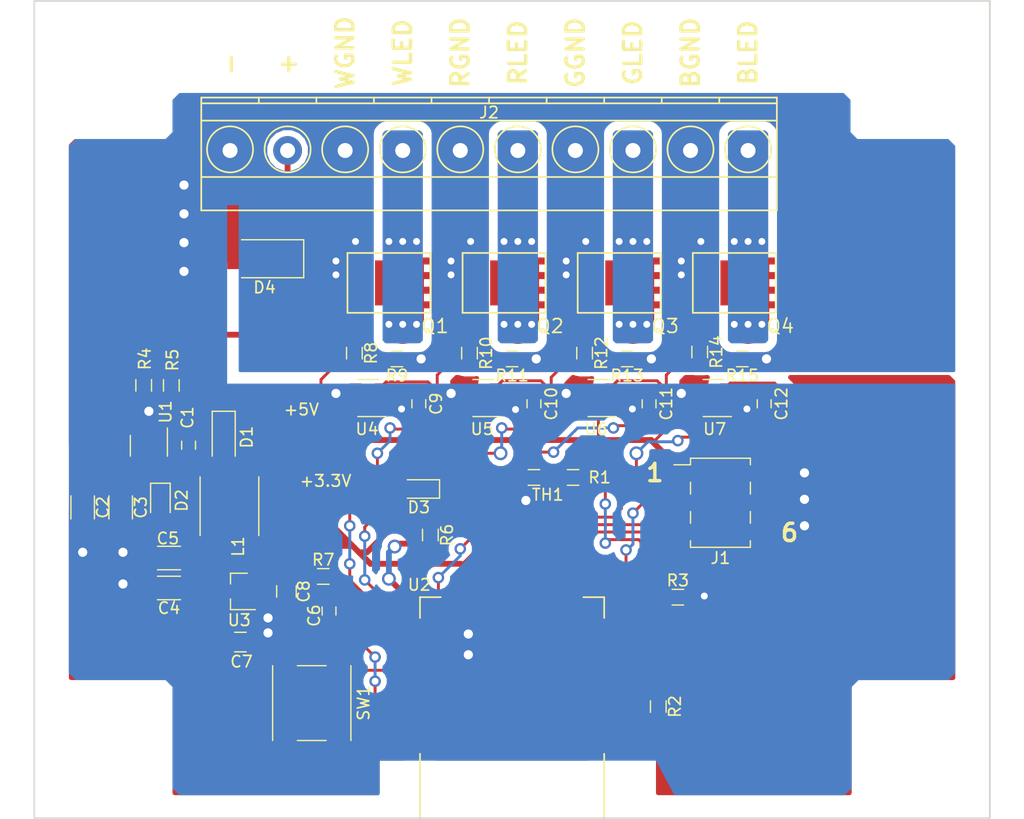
<source format=kicad_pcb>
(kicad_pcb (version 4) (host pcbnew 4.0.7)

  (general
    (links 170)
    (no_connects 0)
    (area 66.924999 26.424999 150.075001 97.575001)
    (thickness 1.6)
    (drawings 16)
    (tracks 537)
    (zones 0)
    (modules 53)
    (nets 47)
  )

  (page A)
  (layers
    (0 F.Cu signal)
    (31 B.Cu signal)
    (32 B.Adhes user)
    (33 F.Adhes user)
    (34 B.Paste user)
    (35 F.Paste user)
    (36 B.SilkS user)
    (37 F.SilkS user)
    (38 B.Mask user)
    (39 F.Mask user)
    (40 Dwgs.User user)
    (41 Cmts.User user)
    (42 Eco1.User user)
    (43 Eco2.User user)
    (44 Edge.Cuts user)
    (45 Margin user)
    (46 B.CrtYd user)
    (47 F.CrtYd user)
    (48 B.Fab user)
    (49 F.Fab user)
  )

  (setup
    (last_trace_width 0.254)
    (user_trace_width 0.508)
    (user_trace_width 3.4)
    (trace_clearance 0.2)
    (zone_clearance 1)
    (zone_45_only yes)
    (trace_min 0.2)
    (segment_width 0.2)
    (edge_width 0.15)
    (via_size 1)
    (via_drill 0.6)
    (via_min_size 0.4)
    (via_min_drill 0.3)
    (user_via 1 0.6)
    (user_via 1.2 0.8)
    (uvia_size 0.3)
    (uvia_drill 0.1)
    (uvias_allowed no)
    (uvia_min_size 0.2)
    (uvia_min_drill 0.1)
    (pcb_text_width 0.3)
    (pcb_text_size 1.5 1.5)
    (mod_edge_width 0.15)
    (mod_text_size 1 1)
    (mod_text_width 0.15)
    (pad_size 2.5 2.5)
    (pad_drill 1.3)
    (pad_to_mask_clearance 0.1524)
    (aux_axis_origin 67 26.5)
    (visible_elements 7FFFFFFF)
    (pcbplotparams
      (layerselection 0x010e8_80000001)
      (usegerberextensions false)
      (excludeedgelayer true)
      (linewidth 0.100000)
      (plotframeref false)
      (viasonmask false)
      (mode 1)
      (useauxorigin false)
      (hpglpennumber 1)
      (hpglpenspeed 20)
      (hpglpendiameter 15)
      (hpglpenoverlay 2)
      (psnegative false)
      (psa4output false)
      (plotreference true)
      (plotvalue true)
      (plotinvisibletext false)
      (padsonsilk false)
      (subtractmaskfromsilk false)
      (outputformat 1)
      (mirror false)
      (drillshape 0)
      (scaleselection 1)
      (outputdirectory ../gerber_mini/))
  )

  (net 0 "")
  (net 1 GND)
  (net 2 +5V)
  (net 3 +3V3)
  (net 4 /V_IN)
  (net 5 "Net-(D3-Pad1)")
  (net 6 "Net-(J1-Pad3)")
  (net 7 "Net-(J1-Pad4)")
  (net 8 "Net-(J1-Pad5)")
  (net 9 "Net-(J1-Pad6)")
  (net 10 /LED0+)
  (net 11 /LED1+)
  (net 12 /LED2+)
  (net 13 /LED3+)
  (net 14 "Net-(Q3-Pad4)")
  (net 15 "Net-(Q4-Pad4)")
  (net 16 "Net-(R1-Pad2)")
  (net 17 "Net-(R10-Pad2)")
  (net 18 "Net-(R12-Pad2)")
  (net 19 "Net-(R14-Pad2)")
  (net 20 /LED0)
  (net 21 /LED1)
  (net 22 /LED2)
  (net 23 /LED3)
  (net 24 "Net-(C1-Pad1)")
  (net 25 "Net-(C1-Pad2)")
  (net 26 "Net-(C6-Pad1)")
  (net 27 "Net-(R3-Pad1)")
  (net 28 "Net-(R4-Pad2)")
  (net 29 "Net-(R6-Pad2)")
  (net 30 "Net-(Q1-Pad4)")
  (net 31 "Net-(R8-Pad2)")
  (net 32 "Net-(Q2-Pad4)")
  (net 33 "Net-(U2-Pad2)")
  (net 34 "Net-(U2-Pad4)")
  (net 35 "Net-(U2-Pad5)")
  (net 36 "Net-(U2-Pad6)")
  (net 37 "Net-(U2-Pad7)")
  (net 38 "Net-(U2-Pad8)")
  (net 39 "Net-(U2-Pad9)")
  (net 40 "Net-(U2-Pad11)")
  (net 41 "Net-(U2-Pad14)")
  (net 42 "Net-(U2-Pad15)")
  (net 43 "Net-(U2-Pad23)")
  (net 44 "Net-(U2-Pad24)")
  (net 45 "Net-(U2-Pad25)")
  (net 46 "Net-(U2-Pad27)")

  (net_class Default "This is the default net class."
    (clearance 0.2)
    (trace_width 0.254)
    (via_dia 1)
    (via_drill 0.6)
    (uvia_dia 0.3)
    (uvia_drill 0.1)
    (add_net +3V3)
    (add_net +5V)
    (add_net /LED0)
    (add_net /LED1)
    (add_net /LED2)
    (add_net /LED3)
    (add_net /V_IN)
    (add_net GND)
    (add_net "Net-(C1-Pad1)")
    (add_net "Net-(C1-Pad2)")
    (add_net "Net-(C6-Pad1)")
    (add_net "Net-(D3-Pad1)")
    (add_net "Net-(J1-Pad3)")
    (add_net "Net-(J1-Pad4)")
    (add_net "Net-(J1-Pad5)")
    (add_net "Net-(J1-Pad6)")
    (add_net "Net-(Q1-Pad4)")
    (add_net "Net-(Q2-Pad4)")
    (add_net "Net-(R1-Pad2)")
    (add_net "Net-(R10-Pad2)")
    (add_net "Net-(R12-Pad2)")
    (add_net "Net-(R14-Pad2)")
    (add_net "Net-(R3-Pad1)")
    (add_net "Net-(R4-Pad2)")
    (add_net "Net-(R6-Pad2)")
    (add_net "Net-(R8-Pad2)")
    (add_net "Net-(U2-Pad11)")
    (add_net "Net-(U2-Pad14)")
    (add_net "Net-(U2-Pad15)")
    (add_net "Net-(U2-Pad2)")
    (add_net "Net-(U2-Pad23)")
    (add_net "Net-(U2-Pad24)")
    (add_net "Net-(U2-Pad25)")
    (add_net "Net-(U2-Pad27)")
    (add_net "Net-(U2-Pad4)")
    (add_net "Net-(U2-Pad5)")
    (add_net "Net-(U2-Pad6)")
    (add_net "Net-(U2-Pad7)")
    (add_net "Net-(U2-Pad8)")
    (add_net "Net-(U2-Pad9)")
  )

  (net_class GateDrive ""
    (clearance 0.2)
    (trace_width 0.508)
    (via_dia 1)
    (via_drill 0.6)
    (uvia_dia 0.3)
    (uvia_drill 0.1)
    (add_net "Net-(Q3-Pad4)")
    (add_net "Net-(Q4-Pad4)")
  )

  (net_class HighCurrent ""
    (clearance 0.3)
    (trace_width 3.4)
    (via_dia 1)
    (via_drill 0.6)
    (uvia_dia 0.3)
    (uvia_drill 0.1)
    (add_net /LED0+)
    (add_net /LED1+)
    (add_net /LED2+)
    (add_net /LED3+)
  )

  (module zll_lib:PTS645SM43SMTR_92_LFS (layer F.Cu) (tedit 5B0AB289) (tstamp 59C0B287)
    (at 91.1 87.5 270)
    (path /59C0EC18)
    (attr smd)
    (fp_text reference SW1 (at 0 -4.5 270) (layer F.SilkS)
      (effects (font (size 1 1) (thickness 0.15)))
    )
    (fp_text value SW_Push (at 0 4.75 270) (layer F.Fab)
      (effects (font (size 1 1) (thickness 0.15)))
    )
    (fp_line (start -5.4 -3.7) (end -5.4 3.7) (layer F.CrtYd) (width 0.1))
    (fp_line (start 5.4 3.7) (end 5.4 -3.7) (layer F.CrtYd) (width 0.1))
    (fp_line (start 5.4 -3.7) (end -5.4 -3.7) (layer F.CrtYd) (width 0.1))
    (fp_line (start 5.4 3.7) (end -5.4 3.7) (layer F.CrtYd) (width 0.1))
    (fp_text user %R (at 0 -4.5 270) (layer F.Fab)
      (effects (font (size 1 1) (thickness 0.15)))
    )
    (fp_circle (center 0 0) (end 1.25 0) (layer F.Fab) (width 0.1))
    (fp_line (start 3.25 3.4) (end -3.25 3.4) (layer F.SilkS) (width 0.12))
    (fp_line (start 3.25 -3.4) (end -3.25 -3.4) (layer F.SilkS) (width 0.12))
    (fp_line (start 3.25 -1.25) (end 3.25 1.25) (layer F.SilkS) (width 0.12))
    (fp_line (start -3.25 -1.25) (end -3.25 1.25) (layer F.SilkS) (width 0.12))
    (fp_line (start -3.1 -3.25) (end 3.1 -3.25) (layer F.Fab) (width 0.1))
    (fp_line (start 3.1 -3.25) (end 3.1 3.25) (layer F.Fab) (width 0.1))
    (fp_line (start 3.1 3.25) (end -3.1 3.25) (layer F.Fab) (width 0.1))
    (fp_line (start -3.1 3.25) (end -3.1 -3.25) (layer F.Fab) (width 0.1))
    (pad 1 smd rect (at -4.15 -2.25 270) (size 1.9 1.3) (layers F.Cu F.Paste F.Mask)
      (net 26 "Net-(C6-Pad1)"))
    (pad 1 smd rect (at 4.15 -2.25 270) (size 1.9 1.3) (layers F.Cu F.Paste F.Mask)
      (net 26 "Net-(C6-Pad1)"))
    (pad 2 smd rect (at 4.15 2.25 270) (size 1.9 1.3) (layers F.Cu F.Paste F.Mask)
      (net 1 GND))
    (pad 2 smd rect (at -4.15 2.25 270) (size 1.9 1.3) (layers F.Cu F.Paste F.Mask)
      (net 1 GND))
    (model ${KISYS3DMOD}/Buttons_Switches_SMD.3dshapes/SW_SPST_B3SL-1002P.wrl
      (at (xyz 0 0 0))
      (scale (xyz 1 1 1))
      (rotate (xyz 0 0 0))
    )
  )

  (module zll_lib:JN5168-001 (layer F.Cu) (tedit 59C2304A) (tstamp 5B0A86EE)
    (at 108.5 91 180)
    (descr "JenNet-IP, ZigBee PRO and IEEE802.15.4 Module")
    (path /59BF8787)
    (attr smd)
    (fp_text reference U2 (at 8.058 13.776 180) (layer F.SilkS)
      (effects (font (size 1 1) (thickness 0.15)))
    )
    (fp_text value JN5168-001-M00 (at 0.3 6.096 180) (layer F.Fab)
      (effects (font (size 1 1) (thickness 0.15)))
    )
    (fp_line (start -9.5 -6.554) (end 9.5 -6.554) (layer F.CrtYd) (width 0.05))
    (fp_line (start 9.5 -6.554) (end 9.5 14.2) (layer F.CrtYd) (width 0.05))
    (fp_line (start 9.5 14.2) (end -9.5 14.2) (layer F.CrtYd) (width 0.05))
    (fp_line (start -9.5 14.2) (end -9.5 -6.554) (layer F.CrtYd) (width 0.05))
    (fp_line (start -8 -0.904) (end -8 -6.5) (layer F.SilkS) (width 0.15))
    (fp_line (start 8 -6.5) (end 8 -0.904) (layer F.SilkS) (width 0.15))
    (fp_line (start 6.2 12.7) (end 8 12.7) (layer F.SilkS) (width 0.15))
    (fp_line (start 8 12.7) (end 8 10.9) (layer F.SilkS) (width 0.15))
    (fp_line (start -6.2 12.7) (end -8 12.7) (layer F.SilkS) (width 0.15))
    (fp_line (start -8 12.7) (end -8 10.9) (layer F.SilkS) (width 0.15))
    (pad 10 smd oval (at -5.46 12.7 270) (size 1.6 1) (layers F.Cu F.Paste F.Mask)
      (net 27 "Net-(R3-Pad1)"))
    (pad 1 smd oval (at -8 0 180) (size 1.6 1) (layers F.Cu F.Paste F.Mask)
      (net 16 "Net-(R1-Pad2)"))
    (pad 2 smd oval (at -8 1.27 180) (size 1.6 1) (layers F.Cu F.Paste F.Mask)
      (net 33 "Net-(U2-Pad2)"))
    (pad 3 smd oval (at -8 2.54 180) (size 1.6 1) (layers F.Cu F.Paste F.Mask)
      (net 6 "Net-(J1-Pad3)"))
    (pad 4 smd oval (at -8 3.81 180) (size 1.6 1) (layers F.Cu F.Paste F.Mask)
      (net 34 "Net-(U2-Pad4)"))
    (pad 5 smd oval (at -8 5.08 180) (size 1.6 1) (layers F.Cu F.Paste F.Mask)
      (net 35 "Net-(U2-Pad5)"))
    (pad 6 smd oval (at -8 6.35 180) (size 1.6 1) (layers F.Cu F.Paste F.Mask)
      (net 36 "Net-(U2-Pad6)"))
    (pad 7 smd oval (at -8 7.62 180) (size 1.6 1) (layers F.Cu F.Paste F.Mask)
      (net 37 "Net-(U2-Pad7)"))
    (pad 8 smd oval (at -8 8.89 180) (size 1.6 1) (layers F.Cu F.Paste F.Mask)
      (net 38 "Net-(U2-Pad8)"))
    (pad 9 smd oval (at -8 10.16 180) (size 1.6 1) (layers F.Cu F.Paste F.Mask)
      (net 39 "Net-(U2-Pad9)"))
    (pad 11 smd oval (at -4.19 12.7 270) (size 1.6 1) (layers F.Cu F.Paste F.Mask)
      (net 40 "Net-(U2-Pad11)"))
    (pad 12 smd oval (at -2.92 12.7 270) (size 1.6 1) (layers F.Cu F.Paste F.Mask)
      (net 8 "Net-(J1-Pad5)"))
    (pad 13 smd oval (at -1.65 12.7 270) (size 1.6 1) (layers F.Cu F.Paste F.Mask)
      (net 9 "Net-(J1-Pad6)"))
    (pad 14 smd oval (at -0.38 12.7 270) (size 1.6 1) (layers F.Cu F.Paste F.Mask)
      (net 41 "Net-(U2-Pad14)"))
    (pad 15 smd oval (at 0.89 12.7 270) (size 1.6 1) (layers F.Cu F.Paste F.Mask)
      (net 42 "Net-(U2-Pad15)"))
    (pad 16 smd oval (at 2.16 12.7 270) (size 1.6 1) (layers F.Cu F.Paste F.Mask)
      (net 20 /LED0))
    (pad 17 smd oval (at 3.43 12.7 270) (size 1.6 1) (layers F.Cu F.Paste F.Mask)
      (net 3 +3V3))
    (pad 18 smd oval (at 4.7 12.7 270) (size 1.6 1) (layers F.Cu F.Paste F.Mask)
      (net 1 GND))
    (pad 19 smd oval (at 8 10.16 180) (size 1.6 1) (layers F.Cu F.Paste F.Mask)
      (net 29 "Net-(R6-Pad2)"))
    (pad 20 smd oval (at 8 8.89 180) (size 1.6 1) (layers F.Cu F.Paste F.Mask)
      (net 21 /LED1))
    (pad 21 smd oval (at 8 7.62 180) (size 1.6 1) (layers F.Cu F.Paste F.Mask)
      (net 22 /LED2))
    (pad 22 smd oval (at 8 6.35 180) (size 1.6 1) (layers F.Cu F.Paste F.Mask)
      (net 26 "Net-(C6-Pad1)"))
    (pad 23 smd oval (at 8 5.08 180) (size 1.6 1) (layers F.Cu F.Paste F.Mask)
      (net 43 "Net-(U2-Pad23)"))
    (pad 24 smd oval (at 8 3.81 180) (size 1.6 1) (layers F.Cu F.Paste F.Mask)
      (net 44 "Net-(U2-Pad24)"))
    (pad 25 smd oval (at 8 2.54 180) (size 1.6 1) (layers F.Cu F.Paste F.Mask)
      (net 45 "Net-(U2-Pad25)"))
    (pad 26 smd oval (at 8 1.27 180) (size 1.6 1) (layers F.Cu F.Paste F.Mask)
      (net 23 /LED3))
    (pad 27 smd oval (at 8 0 180) (size 1.6 1) (layers F.Cu F.Paste F.Mask)
      (net 46 "Net-(U2-Pad27)"))
    (model ${KISYS3DMOD}/RF_Modules.3dshapes/RN42.wrl
      (at (xyz 0 0 0))
      (scale (xyz 1 1 1))
      (rotate (xyz 0 0 0))
    )
  )

  (module Diodes_SMD:D_SOD-123 (layer F.Cu) (tedit 58645DC7) (tstamp 59C0B0CB)
    (at 83.45 64.4 270)
    (descr SOD-123)
    (tags SOD-123)
    (path /59BE4CB4)
    (attr smd)
    (fp_text reference D1 (at 0 -2 270) (layer F.SilkS)
      (effects (font (size 1 1) (thickness 0.15)))
    )
    (fp_text value 1N4148 (at 0 2.1 270) (layer F.Fab)
      (effects (font (size 1 1) (thickness 0.15)))
    )
    (fp_text user %R (at 0 -2 270) (layer F.Fab)
      (effects (font (size 1 1) (thickness 0.15)))
    )
    (fp_line (start -2.25 -1) (end -2.25 1) (layer F.SilkS) (width 0.12))
    (fp_line (start 0.25 0) (end 0.75 0) (layer F.Fab) (width 0.1))
    (fp_line (start 0.25 0.4) (end -0.35 0) (layer F.Fab) (width 0.1))
    (fp_line (start 0.25 -0.4) (end 0.25 0.4) (layer F.Fab) (width 0.1))
    (fp_line (start -0.35 0) (end 0.25 -0.4) (layer F.Fab) (width 0.1))
    (fp_line (start -0.35 0) (end -0.35 0.55) (layer F.Fab) (width 0.1))
    (fp_line (start -0.35 0) (end -0.35 -0.55) (layer F.Fab) (width 0.1))
    (fp_line (start -0.75 0) (end -0.35 0) (layer F.Fab) (width 0.1))
    (fp_line (start -1.4 0.9) (end -1.4 -0.9) (layer F.Fab) (width 0.1))
    (fp_line (start 1.4 0.9) (end -1.4 0.9) (layer F.Fab) (width 0.1))
    (fp_line (start 1.4 -0.9) (end 1.4 0.9) (layer F.Fab) (width 0.1))
    (fp_line (start -1.4 -0.9) (end 1.4 -0.9) (layer F.Fab) (width 0.1))
    (fp_line (start -2.35 -1.15) (end 2.35 -1.15) (layer F.CrtYd) (width 0.05))
    (fp_line (start 2.35 -1.15) (end 2.35 1.15) (layer F.CrtYd) (width 0.05))
    (fp_line (start 2.35 1.15) (end -2.35 1.15) (layer F.CrtYd) (width 0.05))
    (fp_line (start -2.35 -1.15) (end -2.35 1.15) (layer F.CrtYd) (width 0.05))
    (fp_line (start -2.25 1) (end 1.65 1) (layer F.SilkS) (width 0.12))
    (fp_line (start -2.25 -1) (end 1.65 -1) (layer F.SilkS) (width 0.12))
    (pad 1 smd rect (at -1.65 0 270) (size 0.9 1.2) (layers F.Cu F.Paste F.Mask)
      (net 24 "Net-(C1-Pad1)"))
    (pad 2 smd rect (at 1.65 0 270) (size 0.9 1.2) (layers F.Cu F.Paste F.Mask)
      (net 2 +5V))
    (model ${KISYS3DMOD}/Diodes_SMD.3dshapes/D_SOD-123.wrl
      (at (xyz 0 0 0))
      (scale (xyz 1 1 1))
      (rotate (xyz 0 0 0))
    )
  )

  (module Diodes_SMD:D_SOD-323 (layer F.Cu) (tedit 58641739) (tstamp 59C0B0D1)
    (at 77.95 69.9 270)
    (descr SOD-323)
    (tags SOD-323)
    (path /59BE4779)
    (attr smd)
    (fp_text reference D2 (at 0 -1.85 270) (layer F.SilkS)
      (effects (font (size 1 1) (thickness 0.15)))
    )
    (fp_text value NSR0340HT1G (at 0.1 1.9 270) (layer F.Fab)
      (effects (font (size 1 1) (thickness 0.15)))
    )
    (fp_text user %R (at 0 -1.85 270) (layer F.Fab)
      (effects (font (size 1 1) (thickness 0.15)))
    )
    (fp_line (start -1.5 -0.85) (end -1.5 0.85) (layer F.SilkS) (width 0.12))
    (fp_line (start 0.2 0) (end 0.45 0) (layer F.Fab) (width 0.1))
    (fp_line (start 0.2 0.35) (end -0.3 0) (layer F.Fab) (width 0.1))
    (fp_line (start 0.2 -0.35) (end 0.2 0.35) (layer F.Fab) (width 0.1))
    (fp_line (start -0.3 0) (end 0.2 -0.35) (layer F.Fab) (width 0.1))
    (fp_line (start -0.3 0) (end -0.5 0) (layer F.Fab) (width 0.1))
    (fp_line (start -0.3 -0.35) (end -0.3 0.35) (layer F.Fab) (width 0.1))
    (fp_line (start -0.9 0.7) (end -0.9 -0.7) (layer F.Fab) (width 0.1))
    (fp_line (start 0.9 0.7) (end -0.9 0.7) (layer F.Fab) (width 0.1))
    (fp_line (start 0.9 -0.7) (end 0.9 0.7) (layer F.Fab) (width 0.1))
    (fp_line (start -0.9 -0.7) (end 0.9 -0.7) (layer F.Fab) (width 0.1))
    (fp_line (start -1.6 -0.95) (end 1.6 -0.95) (layer F.CrtYd) (width 0.05))
    (fp_line (start 1.6 -0.95) (end 1.6 0.95) (layer F.CrtYd) (width 0.05))
    (fp_line (start -1.6 0.95) (end 1.6 0.95) (layer F.CrtYd) (width 0.05))
    (fp_line (start -1.6 -0.95) (end -1.6 0.95) (layer F.CrtYd) (width 0.05))
    (fp_line (start -1.5 0.85) (end 1.05 0.85) (layer F.SilkS) (width 0.12))
    (fp_line (start -1.5 -0.85) (end 1.05 -0.85) (layer F.SilkS) (width 0.12))
    (pad 1 smd rect (at -1.05 0 270) (size 0.6 0.45) (layers F.Cu F.Paste F.Mask)
      (net 25 "Net-(C1-Pad2)"))
    (pad 2 smd rect (at 1.05 0 270) (size 0.6 0.45) (layers F.Cu F.Paste F.Mask)
      (net 1 GND))
    (model ${KISYS3DMOD}/Diodes_SMD.3dshapes/D_SOD-323.wrl
      (at (xyz 0 0 0))
      (scale (xyz 1 1 1))
      (rotate (xyz 0 0 0))
    )
  )

  (module Pin_Headers:Pin_Header_Straight_2x03_Pitch2.54mm_SMD (layer F.Cu) (tedit 5B0AB31B) (tstamp 59C0B0E1)
    (at 126.6 70.1)
    (descr "surface-mounted straight pin header, 2x03, 2.54mm pitch, double rows")
    (tags "Surface mounted pin header SMD 2x03 2.54mm double row")
    (path /59C15D6D)
    (attr smd)
    (fp_text reference J1 (at 0 4.8) (layer F.SilkS)
      (effects (font (size 1 1) (thickness 0.15)))
    )
    (fp_text value M20-7870346 (at 0 4.87) (layer F.Fab)
      (effects (font (size 1 1) (thickness 0.15)))
    )
    (fp_line (start 2.54 3.81) (end -2.54 3.81) (layer F.Fab) (width 0.1))
    (fp_line (start -1.59 -3.81) (end 2.54 -3.81) (layer F.Fab) (width 0.1))
    (fp_line (start -2.54 3.81) (end -2.54 -2.86) (layer F.Fab) (width 0.1))
    (fp_line (start -2.54 -2.86) (end -1.59 -3.81) (layer F.Fab) (width 0.1))
    (fp_line (start 2.54 -3.81) (end 2.54 3.81) (layer F.Fab) (width 0.1))
    (fp_line (start -2.54 -2.86) (end -3.6 -2.86) (layer F.Fab) (width 0.1))
    (fp_line (start -3.6 -2.86) (end -3.6 -2.22) (layer F.Fab) (width 0.1))
    (fp_line (start -3.6 -2.22) (end -2.54 -2.22) (layer F.Fab) (width 0.1))
    (fp_line (start 2.54 -2.86) (end 3.6 -2.86) (layer F.Fab) (width 0.1))
    (fp_line (start 3.6 -2.86) (end 3.6 -2.22) (layer F.Fab) (width 0.1))
    (fp_line (start 3.6 -2.22) (end 2.54 -2.22) (layer F.Fab) (width 0.1))
    (fp_line (start -2.54 -0.32) (end -3.6 -0.32) (layer F.Fab) (width 0.1))
    (fp_line (start -3.6 -0.32) (end -3.6 0.32) (layer F.Fab) (width 0.1))
    (fp_line (start -3.6 0.32) (end -2.54 0.32) (layer F.Fab) (width 0.1))
    (fp_line (start 2.54 -0.32) (end 3.6 -0.32) (layer F.Fab) (width 0.1))
    (fp_line (start 3.6 -0.32) (end 3.6 0.32) (layer F.Fab) (width 0.1))
    (fp_line (start 3.6 0.32) (end 2.54 0.32) (layer F.Fab) (width 0.1))
    (fp_line (start -2.54 2.22) (end -3.6 2.22) (layer F.Fab) (width 0.1))
    (fp_line (start -3.6 2.22) (end -3.6 2.86) (layer F.Fab) (width 0.1))
    (fp_line (start -3.6 2.86) (end -2.54 2.86) (layer F.Fab) (width 0.1))
    (fp_line (start 2.54 2.22) (end 3.6 2.22) (layer F.Fab) (width 0.1))
    (fp_line (start 3.6 2.22) (end 3.6 2.86) (layer F.Fab) (width 0.1))
    (fp_line (start 3.6 2.86) (end 2.54 2.86) (layer F.Fab) (width 0.1))
    (fp_line (start -2.6 -3.87) (end 2.6 -3.87) (layer F.SilkS) (width 0.12))
    (fp_line (start -2.6 3.87) (end 2.6 3.87) (layer F.SilkS) (width 0.12))
    (fp_line (start -4.04 -3.3) (end -2.6 -3.3) (layer F.SilkS) (width 0.12))
    (fp_line (start -2.6 -3.87) (end -2.6 -3.3) (layer F.SilkS) (width 0.12))
    (fp_line (start 2.6 -3.87) (end 2.6 -3.3) (layer F.SilkS) (width 0.12))
    (fp_line (start -2.6 3.3) (end -2.6 3.87) (layer F.SilkS) (width 0.12))
    (fp_line (start 2.6 3.3) (end 2.6 3.87) (layer F.SilkS) (width 0.12))
    (fp_line (start -2.6 -1.78) (end -2.6 -0.76) (layer F.SilkS) (width 0.12))
    (fp_line (start 2.6 -1.78) (end 2.6 -0.76) (layer F.SilkS) (width 0.12))
    (fp_line (start -2.6 0.76) (end -2.6 1.78) (layer F.SilkS) (width 0.12))
    (fp_line (start 2.6 0.76) (end 2.6 1.78) (layer F.SilkS) (width 0.12))
    (fp_line (start -5.9 -4.35) (end -5.9 4.35) (layer F.CrtYd) (width 0.05))
    (fp_line (start -5.9 4.35) (end 5.9 4.35) (layer F.CrtYd) (width 0.05))
    (fp_line (start 5.9 4.35) (end 5.9 -4.35) (layer F.CrtYd) (width 0.05))
    (fp_line (start 5.9 -4.35) (end -5.9 -4.35) (layer F.CrtYd) (width 0.05))
    (fp_text user %R (at 0 0 90) (layer F.Fab)
      (effects (font (size 1 1) (thickness 0.15)))
    )
    (pad 1 smd rect (at -2.525 -2.54) (size 3.15 1) (layers F.Cu F.Paste F.Mask)
      (net 2 +5V))
    (pad 2 smd rect (at 2.525 -2.54) (size 3.15 1) (layers F.Cu F.Paste F.Mask)
      (net 1 GND))
    (pad 3 smd rect (at -2.525 0) (size 3.15 1) (layers F.Cu F.Paste F.Mask)
      (net 6 "Net-(J1-Pad3)"))
    (pad 4 smd rect (at 2.525 0) (size 3.15 1) (layers F.Cu F.Paste F.Mask)
      (net 7 "Net-(J1-Pad4)"))
    (pad 5 smd rect (at -2.525 2.54) (size 3.15 1) (layers F.Cu F.Paste F.Mask)
      (net 8 "Net-(J1-Pad5)"))
    (pad 6 smd rect (at 2.525 2.54) (size 3.15 1) (layers F.Cu F.Paste F.Mask)
      (net 9 "Net-(J1-Pad6)"))
    (model ${KISYS3DMOD}/Pin_Headers.3dshapes/Pin_Header_Straight_2x03_Pitch2.54mm_SMD.wrl
      (at (xyz 0 0 0))
      (scale (xyz 1 1 1))
      (rotate (xyz 0 0 0))
    )
  )

  (module Inductors_SMD:L_Taiyo-Yuden_NR-50xx (layer F.Cu) (tedit 59C0F040) (tstamp 59C0B10D)
    (at 83.95 70.4 90)
    (descr "Inductor, Taiyo Yuden, NR series, Taiyo-Yuden_NR-50xx, 4.9mmx4.9mm")
    (tags "inductor taiyo-yuden nr smd")
    (path /59BE41E4)
    (attr smd)
    (fp_text reference L1 (at -3.5 0.75 90) (layer F.SilkS)
      (effects (font (size 1 1) (thickness 0.15)))
    )
    (fp_text value 22u (at 0 3.95 90) (layer F.Fab)
      (effects (font (size 1 1) (thickness 0.15)))
    )
    (fp_text user %R (at 0 0 90) (layer F.Fab)
      (effects (font (size 1 1) (thickness 0.15)))
    )
    (fp_line (start -2.45 0) (end -2.45 -1.65) (layer F.Fab) (width 0.1))
    (fp_line (start -2.45 -1.65) (end -1.65 -2.45) (layer F.Fab) (width 0.1))
    (fp_line (start -1.65 -2.45) (end 0 -2.45) (layer F.Fab) (width 0.1))
    (fp_line (start 2.45 0) (end 2.45 -1.65) (layer F.Fab) (width 0.1))
    (fp_line (start 2.45 -1.65) (end 1.65 -2.45) (layer F.Fab) (width 0.1))
    (fp_line (start 1.65 -2.45) (end 0 -2.45) (layer F.Fab) (width 0.1))
    (fp_line (start 2.45 0) (end 2.45 1.65) (layer F.Fab) (width 0.1))
    (fp_line (start 2.45 1.65) (end 1.65 2.45) (layer F.Fab) (width 0.1))
    (fp_line (start 1.65 2.45) (end 0 2.45) (layer F.Fab) (width 0.1))
    (fp_line (start -2.45 0) (end -2.45 1.65) (layer F.Fab) (width 0.1))
    (fp_line (start -2.45 1.65) (end -1.65 2.45) (layer F.Fab) (width 0.1))
    (fp_line (start -1.65 2.45) (end 0 2.45) (layer F.Fab) (width 0.1))
    (fp_line (start -2.55 -2.55) (end 2.55 -2.55) (layer F.SilkS) (width 0.12))
    (fp_line (start -2.55 2.55) (end 2.55 2.55) (layer F.SilkS) (width 0.12))
    (fp_line (start -2.8 -2.75) (end -2.8 2.75) (layer F.CrtYd) (width 0.05))
    (fp_line (start -2.8 2.75) (end 2.8 2.75) (layer F.CrtYd) (width 0.05))
    (fp_line (start 2.8 2.75) (end 2.8 -2.75) (layer F.CrtYd) (width 0.05))
    (fp_line (start 2.8 -2.75) (end -2.8 -2.75) (layer F.CrtYd) (width 0.05))
    (pad 1 smd rect (at -1.8 0 90) (size 1.5 4.2) (layers F.Cu F.Paste F.Mask)
      (net 2 +5V))
    (pad 2 smd rect (at 1.8 0 90) (size 1.5 4.2) (layers F.Cu F.Paste F.Mask)
      (net 25 "Net-(C1-Pad2)"))
    (model ${KISYS3DMOD}/Inductors_SMD.3dshapes/L_Taiyo-Yuden_NR-50xx.wrl
      (at (xyz 0 0 0))
      (scale (xyz 1 1 1))
      (rotate (xyz 0 0 0))
    )
  )

  (module Resistors_SMD:R_0603 (layer F.Cu) (tedit 5B0AB297) (tstamp 59C0B1ED)
    (at 113.8 67.9 180)
    (descr "Resistor SMD 0603, reflow soldering, Vishay (see dcrcw.pdf)")
    (tags "resistor 0603")
    (path /59C11926)
    (attr smd)
    (fp_text reference R1 (at -2.3 0 180) (layer F.SilkS)
      (effects (font (size 1 1) (thickness 0.15)))
    )
    (fp_text value 10k (at 0 1.5 180) (layer F.Fab)
      (effects (font (size 1 1) (thickness 0.15)))
    )
    (fp_text user %R (at 0 0 180) (layer F.Fab)
      (effects (font (size 0.4 0.4) (thickness 0.075)))
    )
    (fp_line (start -0.8 0.4) (end -0.8 -0.4) (layer F.Fab) (width 0.1))
    (fp_line (start 0.8 0.4) (end -0.8 0.4) (layer F.Fab) (width 0.1))
    (fp_line (start 0.8 -0.4) (end 0.8 0.4) (layer F.Fab) (width 0.1))
    (fp_line (start -0.8 -0.4) (end 0.8 -0.4) (layer F.Fab) (width 0.1))
    (fp_line (start 0.5 0.68) (end -0.5 0.68) (layer F.SilkS) (width 0.12))
    (fp_line (start -0.5 -0.68) (end 0.5 -0.68) (layer F.SilkS) (width 0.12))
    (fp_line (start -1.25 -0.7) (end 1.25 -0.7) (layer F.CrtYd) (width 0.05))
    (fp_line (start -1.25 -0.7) (end -1.25 0.7) (layer F.CrtYd) (width 0.05))
    (fp_line (start 1.25 0.7) (end 1.25 -0.7) (layer F.CrtYd) (width 0.05))
    (fp_line (start 1.25 0.7) (end -1.25 0.7) (layer F.CrtYd) (width 0.05))
    (pad 1 smd rect (at -0.75 0 180) (size 0.5 0.9) (layers F.Cu F.Paste F.Mask)
      (net 3 +3V3))
    (pad 2 smd rect (at 0.75 0 180) (size 0.5 0.9) (layers F.Cu F.Paste F.Mask)
      (net 16 "Net-(R1-Pad2)"))
    (model ${KISYS3DMOD}/Resistors_SMD.3dshapes/R_0603.wrl
      (at (xyz 0 0 0))
      (scale (xyz 1 1 1))
      (rotate (xyz 0 0 0))
    )
  )

  (module Resistors_SMD:R_0603 (layer F.Cu) (tedit 5B0AB295) (tstamp 59C0B28D)
    (at 110.4 67.9 180)
    (descr "Resistor SMD 0603, reflow soldering, Vishay (see dcrcw.pdf)")
    (tags "resistor 0603")
    (path /59C1169B)
    (attr smd)
    (fp_text reference TH1 (at -1.2 -1.5 180) (layer F.SilkS)
      (effects (font (size 1 1) (thickness 0.15)))
    )
    (fp_text value NTCG163JH103JT1 (at 0 1.5 180) (layer F.Fab)
      (effects (font (size 1 1) (thickness 0.15)))
    )
    (fp_text user %R (at 0 0 180) (layer F.Fab)
      (effects (font (size 0.4 0.4) (thickness 0.075)))
    )
    (fp_line (start -0.8 0.4) (end -0.8 -0.4) (layer F.Fab) (width 0.1))
    (fp_line (start 0.8 0.4) (end -0.8 0.4) (layer F.Fab) (width 0.1))
    (fp_line (start 0.8 -0.4) (end 0.8 0.4) (layer F.Fab) (width 0.1))
    (fp_line (start -0.8 -0.4) (end 0.8 -0.4) (layer F.Fab) (width 0.1))
    (fp_line (start 0.5 0.68) (end -0.5 0.68) (layer F.SilkS) (width 0.12))
    (fp_line (start -0.5 -0.68) (end 0.5 -0.68) (layer F.SilkS) (width 0.12))
    (fp_line (start -1.25 -0.7) (end 1.25 -0.7) (layer F.CrtYd) (width 0.05))
    (fp_line (start -1.25 -0.7) (end -1.25 0.7) (layer F.CrtYd) (width 0.05))
    (fp_line (start 1.25 0.7) (end 1.25 -0.7) (layer F.CrtYd) (width 0.05))
    (fp_line (start 1.25 0.7) (end -1.25 0.7) (layer F.CrtYd) (width 0.05))
    (pad 1 smd rect (at -0.75 0 180) (size 0.5 0.9) (layers F.Cu F.Paste F.Mask)
      (net 16 "Net-(R1-Pad2)"))
    (pad 2 smd rect (at 0.75 0 180) (size 0.5 0.9) (layers F.Cu F.Paste F.Mask)
      (net 1 GND))
    (model ${KISYS3DMOD}/Resistors_SMD.3dshapes/R_0603.wrl
      (at (xyz 0 0 0))
      (scale (xyz 1 1 1))
      (rotate (xyz 0 0 0))
    )
  )

  (module TO_SOT_Packages_SMD:SOT-23-6 (layer F.Cu) (tedit 5B0AB269) (tstamp 59C0B297)
    (at 76.95 65.15 270)
    (descr "6-pin SOT-23 package")
    (tags SOT-23-6)
    (path /59BE4132)
    (attr smd)
    (fp_text reference U1 (at -2.95 -1.45 270) (layer F.SilkS)
      (effects (font (size 1 1) (thickness 0.15)))
    )
    (fp_text value MCP16301 (at 0 2.9 270) (layer F.Fab)
      (effects (font (size 1 1) (thickness 0.15)))
    )
    (fp_text user %R (at 0 0 360) (layer F.Fab)
      (effects (font (size 0.5 0.5) (thickness 0.075)))
    )
    (fp_line (start -0.9 1.61) (end 0.9 1.61) (layer F.SilkS) (width 0.12))
    (fp_line (start 0.9 -1.61) (end -1.55 -1.61) (layer F.SilkS) (width 0.12))
    (fp_line (start 1.9 -1.8) (end -1.9 -1.8) (layer F.CrtYd) (width 0.05))
    (fp_line (start 1.9 1.8) (end 1.9 -1.8) (layer F.CrtYd) (width 0.05))
    (fp_line (start -1.9 1.8) (end 1.9 1.8) (layer F.CrtYd) (width 0.05))
    (fp_line (start -1.9 -1.8) (end -1.9 1.8) (layer F.CrtYd) (width 0.05))
    (fp_line (start -0.9 -0.9) (end -0.25 -1.55) (layer F.Fab) (width 0.1))
    (fp_line (start 0.9 -1.55) (end -0.25 -1.55) (layer F.Fab) (width 0.1))
    (fp_line (start -0.9 -0.9) (end -0.9 1.55) (layer F.Fab) (width 0.1))
    (fp_line (start 0.9 1.55) (end -0.9 1.55) (layer F.Fab) (width 0.1))
    (fp_line (start 0.9 -1.55) (end 0.9 1.55) (layer F.Fab) (width 0.1))
    (pad 1 smd rect (at -1.1 -0.95 270) (size 1.06 0.65) (layers F.Cu F.Paste F.Mask)
      (net 24 "Net-(C1-Pad1)"))
    (pad 2 smd rect (at -1.1 0 270) (size 1.06 0.65) (layers F.Cu F.Paste F.Mask)
      (net 1 GND))
    (pad 3 smd rect (at -1.1 0.95 270) (size 1.06 0.65) (layers F.Cu F.Paste F.Mask)
      (net 28 "Net-(R4-Pad2)"))
    (pad 4 smd rect (at 1.1 0.95 270) (size 1.06 0.65) (layers F.Cu F.Paste F.Mask)
      (net 4 /V_IN))
    (pad 6 smd rect (at 1.1 -0.95 270) (size 1.06 0.65) (layers F.Cu F.Paste F.Mask)
      (net 25 "Net-(C1-Pad2)"))
    (pad 5 smd rect (at 1.1 0 270) (size 1.06 0.65) (layers F.Cu F.Paste F.Mask)
      (net 4 /V_IN))
    (model ${KISYS3DMOD}/TO_SOT_Packages_SMD.3dshapes/SOT-23-6.wrl
      (at (xyz 0 0 0))
      (scale (xyz 1 1 1))
      (rotate (xyz 0 0 0))
    )
  )

  (module Mounting_Holes:MountingHole_4.3mm_M4 (layer F.Cu) (tedit 59C3514B) (tstamp 59C0E831)
    (at 143.5 33)
    (descr "Mounting Hole 4.3mm, no annular, M4")
    (tags "mounting hole 4.3mm no annular m4")
    (fp_text reference "" (at 0 -5.3) (layer F.SilkS)
      (effects (font (size 1 1) (thickness 0.15)))
    )
    (fp_text value MountingHole_4.3mm_M4 (at 0 5.3) (layer F.Fab)
      (effects (font (size 1 1) (thickness 0.15)))
    )
    (fp_circle (center 0 0) (end 4.3 0) (layer Cmts.User) (width 0.15))
    (fp_circle (center 0 0) (end 4.55 0) (layer F.CrtYd) (width 0.05))
    (pad "" np_thru_hole circle (at 0 0) (size 4.3 4.3) (drill 4.3) (layers *.Cu))
  )

  (module Mounting_Holes:MountingHole_4.3mm_M4 (layer F.Cu) (tedit 59C351A7) (tstamp 59C0E844)
    (at 143.5 91)
    (descr "Mounting Hole 4.3mm, no annular, M4")
    (tags "mounting hole 4.3mm no annular m4")
    (fp_text reference "" (at 0 -5.3) (layer F.SilkS)
      (effects (font (size 1 1) (thickness 0.15)))
    )
    (fp_text value MountingHole_4.3mm_M4 (at 0 5.3) (layer F.Fab)
      (effects (font (size 1 1) (thickness 0.15)))
    )
    (fp_circle (center 0 0) (end 4.3 0) (layer Cmts.User) (width 0.15))
    (fp_circle (center 0 0) (end 4.55 0) (layer F.CrtYd) (width 0.05))
    (pad "" np_thru_hole circle (at 0 0) (size 4.3 4.3) (drill 4.3) (layers *.Cu))
  )

  (module Mounting_Holes:MountingHole_4.3mm_M4 (layer F.Cu) (tedit 59C35150) (tstamp 59C0E869)
    (at 73.5 33)
    (descr "Mounting Hole 4.3mm, no annular, M4")
    (tags "mounting hole 4.3mm no annular m4")
    (fp_text reference "" (at 0 -5.3) (layer F.SilkS)
      (effects (font (size 1 1) (thickness 0.15)))
    )
    (fp_text value MountingHole_4.3mm_M4 (at 0 5.3) (layer F.Fab)
      (effects (font (size 1 1) (thickness 0.15)))
    )
    (fp_circle (center 0 0) (end 4.3 0) (layer Cmts.User) (width 0.15))
    (fp_circle (center 0 0) (end 4.55 0) (layer F.CrtYd) (width 0.05))
    (pad "" np_thru_hole circle (at 0 0) (size 4.3 4.3) (drill 4.3) (layers *.Cu))
  )

  (module Mounting_Holes:MountingHole_4.3mm_M4 (layer F.Cu) (tedit 59C35158) (tstamp 59C0E8B6)
    (at 73.5 91)
    (descr "Mounting Hole 4.3mm, no annular, M4")
    (tags "mounting hole 4.3mm no annular m4")
    (fp_text reference "" (at 0 -5.3) (layer F.SilkS)
      (effects (font (size 1 1) (thickness 0.15)))
    )
    (fp_text value MountingHole_4.3mm_M4 (at 0 5.3) (layer F.Fab)
      (effects (font (size 1 1) (thickness 0.15)))
    )
    (fp_circle (center 0 0) (end 4.3 0) (layer Cmts.User) (width 0.15))
    (fp_circle (center 0 0) (end 4.55 0) (layer F.CrtYd) (width 0.05))
    (pad "" np_thru_hole circle (at 0 0) (size 4.3 4.3) (drill 4.3) (layers *.Cu))
  )

  (module Measurement_Points:Measurement_Point_Round-SMD-Pad_Big (layer F.Cu) (tedit 5B0AB2A8) (tstamp 59C21391)
    (at 91.9 70.8)
    (descr "Mesurement Point, Round, SMD Pad, DM 3mm,")
    (tags "Mesurement Point Round SMD Pad 3mm")
    (attr virtual)
    (fp_text reference +3.3V (at 0.4 -2.6) (layer F.SilkS)
      (effects (font (size 1 1) (thickness 0.15)))
    )
    (fp_text value "" (at 0 3) (layer F.Fab) hide
      (effects (font (size 1 1) (thickness 0.15)))
    )
    (fp_circle (center 0 0) (end 1.75 0) (layer F.CrtYd) (width 0.05))
    (pad 1 smd circle (at 0 0) (size 3 3) (layers F.Cu F.Mask)
      (net 3 +3V3))
  )

  (module Measurement_Points:Measurement_Point_Round-SMD-Pad_Big (layer F.Cu) (tedit 5B0AB2A7) (tstamp 59C2145B)
    (at 90.7 64.65)
    (descr "Mesurement Point, Round, SMD Pad, DM 3mm,")
    (tags "Mesurement Point Round SMD Pad 3mm")
    (attr virtual)
    (fp_text reference +5V (at -0.5 -2.65) (layer F.SilkS)
      (effects (font (size 1 1) (thickness 0.15)))
    )
    (fp_text value "" (at 0 3) (layer F.Fab) hide
      (effects (font (size 1 1) (thickness 0.15)))
    )
    (fp_circle (center 0 0) (end 1.75 0) (layer F.CrtYd) (width 0.05))
    (pad 1 smd circle (at 0 0) (size 3 3) (layers F.Cu F.Mask)
      (net 2 +5V))
  )

  (module Diodes_SMD:D_SMA (layer F.Cu) (tedit 586432E5) (tstamp 59C34B55)
    (at 87 48.9 180)
    (descr "Diode SMA (DO-214AC)")
    (tags "Diode SMA (DO-214AC)")
    (path /59C69805)
    (attr smd)
    (fp_text reference D4 (at 0 -2.5 180) (layer F.SilkS)
      (effects (font (size 1 1) (thickness 0.15)))
    )
    (fp_text value SMAJ28A-E3/61 (at 0 2.6 180) (layer F.Fab)
      (effects (font (size 1 1) (thickness 0.15)))
    )
    (fp_text user %R (at 0 -2.5 180) (layer F.Fab)
      (effects (font (size 1 1) (thickness 0.15)))
    )
    (fp_line (start -3.4 -1.65) (end -3.4 1.65) (layer F.SilkS) (width 0.12))
    (fp_line (start 2.3 1.5) (end -2.3 1.5) (layer F.Fab) (width 0.1))
    (fp_line (start -2.3 1.5) (end -2.3 -1.5) (layer F.Fab) (width 0.1))
    (fp_line (start 2.3 -1.5) (end 2.3 1.5) (layer F.Fab) (width 0.1))
    (fp_line (start 2.3 -1.5) (end -2.3 -1.5) (layer F.Fab) (width 0.1))
    (fp_line (start -3.5 -1.75) (end 3.5 -1.75) (layer F.CrtYd) (width 0.05))
    (fp_line (start 3.5 -1.75) (end 3.5 1.75) (layer F.CrtYd) (width 0.05))
    (fp_line (start 3.5 1.75) (end -3.5 1.75) (layer F.CrtYd) (width 0.05))
    (fp_line (start -3.5 1.75) (end -3.5 -1.75) (layer F.CrtYd) (width 0.05))
    (fp_line (start -0.64944 0.00102) (end -1.55114 0.00102) (layer F.Fab) (width 0.1))
    (fp_line (start 0.50118 0.00102) (end 1.4994 0.00102) (layer F.Fab) (width 0.1))
    (fp_line (start -0.64944 -0.79908) (end -0.64944 0.80112) (layer F.Fab) (width 0.1))
    (fp_line (start 0.50118 0.75032) (end 0.50118 -0.79908) (layer F.Fab) (width 0.1))
    (fp_line (start -0.64944 0.00102) (end 0.50118 0.75032) (layer F.Fab) (width 0.1))
    (fp_line (start -0.64944 0.00102) (end 0.50118 -0.79908) (layer F.Fab) (width 0.1))
    (fp_line (start -3.4 1.65) (end 2 1.65) (layer F.SilkS) (width 0.12))
    (fp_line (start -3.4 -1.65) (end 2 -1.65) (layer F.SilkS) (width 0.12))
    (pad 1 smd rect (at -2 0 180) (size 2.5 1.8) (layers F.Cu F.Paste F.Mask)
      (net 4 /V_IN))
    (pad 2 smd rect (at 2 0 180) (size 2.5 1.8) (layers F.Cu F.Paste F.Mask)
      (net 1 GND))
    (model ${KISYS3DMOD}/Diodes_SMD.3dshapes/D_SMA.wrl
      (at (xyz 0 0 0))
      (scale (xyz 1 1 1))
      (rotate (xyz 0 0 0))
    )
  )

  (module TerminalBlocks_Phoenix:TerminalBlock_Phoenix_MKDS1.5-10pol (layer F.Cu) (tedit 5B0AA7B0) (tstamp 5B0A8051)
    (at 129 39.5 180)
    (descr "10-way 5mm pitch terminal block, Phoenix MKDS series")
    (path /5B0BAAE9)
    (fp_text reference J2 (at 22.5 3.3 180) (layer F.SilkS)
      (effects (font (size 1 1) (thickness 0.15)))
    )
    (fp_text value 1935242 (at 22.5 -6.6 180) (layer F.Fab)
      (effects (font (size 1 1) (thickness 0.15)))
    )
    (fp_text user %R (at 22.5 0 180) (layer F.Fab)
      (effects (font (size 1 1) (thickness 0.15)))
    )
    (fp_line (start -2.7 4.8) (end 47.7 4.8) (layer F.CrtYd) (width 0.05))
    (fp_line (start -2.7 -5.4) (end -2.7 4.8) (layer F.CrtYd) (width 0.05))
    (fp_line (start 47.7 -5.4) (end -2.7 -5.4) (layer F.CrtYd) (width 0.05))
    (fp_line (start 47.7 4.8) (end 47.7 -5.4) (layer F.CrtYd) (width 0.05))
    (fp_line (start 42.5 4.1) (end 42.5 4.6) (layer F.SilkS) (width 0.15))
    (fp_line (start 37.5 4.1) (end 37.5 4.6) (layer F.SilkS) (width 0.15))
    (fp_line (start 32.5 4.1) (end 32.5 4.6) (layer F.SilkS) (width 0.15))
    (fp_line (start 27.5 4.1) (end 27.5 4.6) (layer F.SilkS) (width 0.15))
    (fp_line (start 22.5 4.1) (end 22.5 4.6) (layer F.SilkS) (width 0.15))
    (fp_line (start 17.5 4.1) (end 17.5 4.6) (layer F.SilkS) (width 0.15))
    (fp_line (start 12.5 4.1) (end 12.5 4.6) (layer F.SilkS) (width 0.15))
    (fp_line (start 7.5 4.1) (end 7.5 4.6) (layer F.SilkS) (width 0.15))
    (fp_line (start 2.5 4.1) (end 2.5 4.6) (layer F.SilkS) (width 0.15))
    (fp_line (start -2.5 2.6) (end 47.5 2.6) (layer F.SilkS) (width 0.15))
    (fp_line (start -2.5 -2.3) (end 47.5 -2.3) (layer F.SilkS) (width 0.15))
    (fp_line (start -2.5 4.1) (end 47.5 4.1) (layer F.SilkS) (width 0.15))
    (fp_line (start -2.5 4.6) (end 47.5 4.6) (layer F.SilkS) (width 0.15))
    (fp_line (start 47.5 4.6) (end 47.5 -5.2) (layer F.SilkS) (width 0.15))
    (fp_line (start 47.5 -5.2) (end -2.5 -5.2) (layer F.SilkS) (width 0.15))
    (fp_line (start -2.5 -5.2) (end -2.5 4.6) (layer F.SilkS) (width 0.15))
    (fp_circle (center 45 0.1) (end 43 0.1) (layer F.SilkS) (width 0.15))
    (fp_circle (center 40 0.1) (end 38 0.1) (layer F.SilkS) (width 0.15))
    (fp_circle (center 35 0.1) (end 33 0.1) (layer F.SilkS) (width 0.15))
    (fp_circle (center 30 0.1) (end 28 0.1) (layer F.SilkS) (width 0.15))
    (fp_circle (center 25 0.1) (end 23 0.1) (layer F.SilkS) (width 0.15))
    (fp_circle (center 20 0.1) (end 18 0.1) (layer F.SilkS) (width 0.15))
    (fp_circle (center 15 0.1) (end 13 0.1) (layer F.SilkS) (width 0.15))
    (fp_circle (center 10 0.1) (end 8 0.1) (layer F.SilkS) (width 0.15))
    (fp_circle (center 5 0.1) (end 3 0.1) (layer F.SilkS) (width 0.15))
    (fp_circle (center 0 0.1) (end 2 0.1) (layer F.SilkS) (width 0.15))
    (pad 10 thru_hole circle (at 45 0 180) (size 2.5 2.5) (drill 1.3) (layers *.Cu *.Mask)
      (net 1 GND) (zone_connect 2))
    (pad 9 thru_hole circle (at 40 0 180) (size 2.5 2.5) (drill 1.3) (layers *.Cu *.Mask)
      (net 4 /V_IN) (zone_connect 2))
    (pad 8 thru_hole circle (at 35 0 180) (size 2.5 2.5) (drill 1.3) (layers *.Cu *.Mask)
      (net 1 GND) (zone_connect 2))
    (pad 7 thru_hole circle (at 30 0 180) (size 2.5 2.5) (drill 1.3) (layers *.Cu *.Mask)
      (net 13 /LED3+) (zone_connect 2))
    (pad 6 thru_hole circle (at 25 0 180) (size 2.5 2.5) (drill 1.3) (layers *.Cu *.Mask)
      (net 1 GND) (zone_connect 2))
    (pad 5 thru_hole circle (at 20 0 180) (size 2.5 2.5) (drill 1.3) (layers *.Cu *.Mask)
      (net 12 /LED2+) (zone_connect 2))
    (pad 4 thru_hole circle (at 15 0 180) (size 2.5 2.5) (drill 1.3) (layers *.Cu *.Mask)
      (net 1 GND) (zone_connect 2))
    (pad 3 thru_hole circle (at 10 0 180) (size 2.5 2.5) (drill 1.3) (layers *.Cu *.Mask)
      (net 11 /LED1+) (zone_connect 2))
    (pad 1 thru_hole rect (at 0 0 180) (size 2.5 2.5) (drill 1.3) (layers *.Cu *.Mask)
      (net 10 /LED0+) (zone_connect 2))
    (pad 2 thru_hole circle (at 5 0 180) (size 2.5 2.5) (drill 1.3) (layers *.Cu *.Mask)
      (net 1 GND) (zone_connect 2))
    (model ${KISYS3DMOD}/TerminalBlock_Phoenix.3dshapes/TerminalBlock_Phoenix_MKDS1.5-10pol.wrl
      (at (xyz 0.8858 0 0))
      (scale (xyz 1 1 1))
      (rotate (xyz 0 0 0))
    )
  )

  (module TO_SOT_Packages_SMD:SOT-23 (layer F.Cu) (tedit 58CE4E7E) (tstamp 5B0A8058)
    (at 84.8 77.8 180)
    (descr "SOT-23, Standard")
    (tags SOT-23)
    (path /59BE6A67)
    (attr smd)
    (fp_text reference U3 (at 0 -2.5 180) (layer F.SilkS)
      (effects (font (size 1 1) (thickness 0.15)))
    )
    (fp_text value AP2120N-3.3 (at 0 2.5 180) (layer F.Fab)
      (effects (font (size 1 1) (thickness 0.15)))
    )
    (fp_text user %R (at 0 0 270) (layer F.Fab)
      (effects (font (size 0.5 0.5) (thickness 0.075)))
    )
    (fp_line (start -0.7 -0.95) (end -0.7 1.5) (layer F.Fab) (width 0.1))
    (fp_line (start -0.15 -1.52) (end 0.7 -1.52) (layer F.Fab) (width 0.1))
    (fp_line (start -0.7 -0.95) (end -0.15 -1.52) (layer F.Fab) (width 0.1))
    (fp_line (start 0.7 -1.52) (end 0.7 1.52) (layer F.Fab) (width 0.1))
    (fp_line (start -0.7 1.52) (end 0.7 1.52) (layer F.Fab) (width 0.1))
    (fp_line (start 0.76 1.58) (end 0.76 0.65) (layer F.SilkS) (width 0.12))
    (fp_line (start 0.76 -1.58) (end 0.76 -0.65) (layer F.SilkS) (width 0.12))
    (fp_line (start -1.7 -1.75) (end 1.7 -1.75) (layer F.CrtYd) (width 0.05))
    (fp_line (start 1.7 -1.75) (end 1.7 1.75) (layer F.CrtYd) (width 0.05))
    (fp_line (start 1.7 1.75) (end -1.7 1.75) (layer F.CrtYd) (width 0.05))
    (fp_line (start -1.7 1.75) (end -1.7 -1.75) (layer F.CrtYd) (width 0.05))
    (fp_line (start 0.76 -1.58) (end -1.4 -1.58) (layer F.SilkS) (width 0.12))
    (fp_line (start 0.76 1.58) (end -0.7 1.58) (layer F.SilkS) (width 0.12))
    (pad 1 smd rect (at -1 -0.95 180) (size 0.9 0.8) (layers F.Cu F.Paste F.Mask)
      (net 1 GND))
    (pad 2 smd rect (at -1 0.95 180) (size 0.9 0.8) (layers F.Cu F.Paste F.Mask)
      (net 3 +3V3))
    (pad 3 smd rect (at 1 0 180) (size 0.9 0.8) (layers F.Cu F.Paste F.Mask)
      (net 2 +5V))
    (model ${KISYS3DMOD}/TO_SOT_Packages_SMD.3dshapes/SOT-23.wrl
      (at (xyz 0 0 0))
      (scale (xyz 1 1 1))
      (rotate (xyz 0 0 0))
    )
  )

  (module Capacitors_SMD:C_0603 (layer F.Cu) (tedit 5B0AB26C) (tstamp 5B0A85E1)
    (at 80.4 65.1 270)
    (descr "Capacitor SMD 0603, reflow soldering, AVX (see smccp.pdf)")
    (tags "capacitor 0603")
    (path /59BE4BFC)
    (attr smd)
    (fp_text reference C1 (at -2.4 0.1 270) (layer F.SilkS)
      (effects (font (size 1 1) (thickness 0.15)))
    )
    (fp_text value 100n (at 0 1.5 270) (layer F.Fab)
      (effects (font (size 1 1) (thickness 0.15)))
    )
    (fp_line (start 1.4 0.65) (end -1.4 0.65) (layer F.CrtYd) (width 0.05))
    (fp_line (start 1.4 0.65) (end 1.4 -0.65) (layer F.CrtYd) (width 0.05))
    (fp_line (start -1.4 -0.65) (end -1.4 0.65) (layer F.CrtYd) (width 0.05))
    (fp_line (start -1.4 -0.65) (end 1.4 -0.65) (layer F.CrtYd) (width 0.05))
    (fp_line (start 0.35 0.6) (end -0.35 0.6) (layer F.SilkS) (width 0.12))
    (fp_line (start -0.35 -0.6) (end 0.35 -0.6) (layer F.SilkS) (width 0.12))
    (fp_line (start -0.8 -0.4) (end 0.8 -0.4) (layer F.Fab) (width 0.1))
    (fp_line (start 0.8 -0.4) (end 0.8 0.4) (layer F.Fab) (width 0.1))
    (fp_line (start 0.8 0.4) (end -0.8 0.4) (layer F.Fab) (width 0.1))
    (fp_line (start -0.8 0.4) (end -0.8 -0.4) (layer F.Fab) (width 0.1))
    (fp_text user %R (at 0 0 270) (layer F.Fab)
      (effects (font (size 0.3 0.3) (thickness 0.075)))
    )
    (pad 2 smd rect (at 0.75 0 270) (size 0.8 0.75) (layers F.Cu F.Paste F.Mask)
      (net 25 "Net-(C1-Pad2)"))
    (pad 1 smd rect (at -0.75 0 270) (size 0.8 0.75) (layers F.Cu F.Paste F.Mask)
      (net 24 "Net-(C1-Pad1)"))
    (model Capacitors_SMD.3dshapes/C_0603.wrl
      (at (xyz 0 0 0))
      (scale (xyz 1 1 1))
      (rotate (xyz 0 0 0))
    )
  )

  (module Capacitors_SMD:C_1206 (layer F.Cu) (tedit 58AA84B8) (tstamp 5B0A85E7)
    (at 71.2 70.5 270)
    (descr "Capacitor SMD 1206, reflow soldering, AVX (see smccp.pdf)")
    (tags "capacitor 1206")
    (path /59BE419F)
    (attr smd)
    (fp_text reference C2 (at 0 -1.75 270) (layer F.SilkS)
      (effects (font (size 1 1) (thickness 0.15)))
    )
    (fp_text value 2.2u (at 0 2 270) (layer F.Fab)
      (effects (font (size 1 1) (thickness 0.15)))
    )
    (fp_text user %R (at 0 -1.75 270) (layer F.Fab)
      (effects (font (size 1 1) (thickness 0.15)))
    )
    (fp_line (start -1.6 0.8) (end -1.6 -0.8) (layer F.Fab) (width 0.1))
    (fp_line (start 1.6 0.8) (end -1.6 0.8) (layer F.Fab) (width 0.1))
    (fp_line (start 1.6 -0.8) (end 1.6 0.8) (layer F.Fab) (width 0.1))
    (fp_line (start -1.6 -0.8) (end 1.6 -0.8) (layer F.Fab) (width 0.1))
    (fp_line (start 1 -1.02) (end -1 -1.02) (layer F.SilkS) (width 0.12))
    (fp_line (start -1 1.02) (end 1 1.02) (layer F.SilkS) (width 0.12))
    (fp_line (start -2.25 -1.05) (end 2.25 -1.05) (layer F.CrtYd) (width 0.05))
    (fp_line (start -2.25 -1.05) (end -2.25 1.05) (layer F.CrtYd) (width 0.05))
    (fp_line (start 2.25 1.05) (end 2.25 -1.05) (layer F.CrtYd) (width 0.05))
    (fp_line (start 2.25 1.05) (end -2.25 1.05) (layer F.CrtYd) (width 0.05))
    (pad 1 smd rect (at -1.5 0 270) (size 1 1.6) (layers F.Cu F.Paste F.Mask)
      (net 4 /V_IN))
    (pad 2 smd rect (at 1.5 0 270) (size 1 1.6) (layers F.Cu F.Paste F.Mask)
      (net 1 GND))
    (model Capacitors_SMD.3dshapes/C_1206.wrl
      (at (xyz 0 0 0))
      (scale (xyz 1 1 1))
      (rotate (xyz 0 0 0))
    )
  )

  (module Capacitors_SMD:C_1206 (layer F.Cu) (tedit 58AA84B8) (tstamp 5B0A85ED)
    (at 74.5 70.5 270)
    (descr "Capacitor SMD 1206, reflow soldering, AVX (see smccp.pdf)")
    (tags "capacitor 1206")
    (path /59C4BCFD)
    (attr smd)
    (fp_text reference C3 (at 0 -1.75 270) (layer F.SilkS)
      (effects (font (size 1 1) (thickness 0.15)))
    )
    (fp_text value 2.2u (at 0 2 270) (layer F.Fab)
      (effects (font (size 1 1) (thickness 0.15)))
    )
    (fp_text user %R (at 0 -1.75 270) (layer F.Fab)
      (effects (font (size 1 1) (thickness 0.15)))
    )
    (fp_line (start -1.6 0.8) (end -1.6 -0.8) (layer F.Fab) (width 0.1))
    (fp_line (start 1.6 0.8) (end -1.6 0.8) (layer F.Fab) (width 0.1))
    (fp_line (start 1.6 -0.8) (end 1.6 0.8) (layer F.Fab) (width 0.1))
    (fp_line (start -1.6 -0.8) (end 1.6 -0.8) (layer F.Fab) (width 0.1))
    (fp_line (start 1 -1.02) (end -1 -1.02) (layer F.SilkS) (width 0.12))
    (fp_line (start -1 1.02) (end 1 1.02) (layer F.SilkS) (width 0.12))
    (fp_line (start -2.25 -1.05) (end 2.25 -1.05) (layer F.CrtYd) (width 0.05))
    (fp_line (start -2.25 -1.05) (end -2.25 1.05) (layer F.CrtYd) (width 0.05))
    (fp_line (start 2.25 1.05) (end 2.25 -1.05) (layer F.CrtYd) (width 0.05))
    (fp_line (start 2.25 1.05) (end -2.25 1.05) (layer F.CrtYd) (width 0.05))
    (pad 1 smd rect (at -1.5 0 270) (size 1 1.6) (layers F.Cu F.Paste F.Mask)
      (net 4 /V_IN))
    (pad 2 smd rect (at 1.5 0 270) (size 1 1.6) (layers F.Cu F.Paste F.Mask)
      (net 1 GND))
    (model Capacitors_SMD.3dshapes/C_1206.wrl
      (at (xyz 0 0 0))
      (scale (xyz 1 1 1))
      (rotate (xyz 0 0 0))
    )
  )

  (module Capacitors_SMD:C_1206 (layer F.Cu) (tedit 58AA84B8) (tstamp 5B0A85F3)
    (at 78.7 77.5 180)
    (descr "Capacitor SMD 1206, reflow soldering, AVX (see smccp.pdf)")
    (tags "capacitor 1206")
    (path /59BE49D0)
    (attr smd)
    (fp_text reference C4 (at 0 -1.75 180) (layer F.SilkS)
      (effects (font (size 1 1) (thickness 0.15)))
    )
    (fp_text value 10u (at 0 2 180) (layer F.Fab)
      (effects (font (size 1 1) (thickness 0.15)))
    )
    (fp_text user %R (at 0 -1.75 180) (layer F.Fab)
      (effects (font (size 1 1) (thickness 0.15)))
    )
    (fp_line (start -1.6 0.8) (end -1.6 -0.8) (layer F.Fab) (width 0.1))
    (fp_line (start 1.6 0.8) (end -1.6 0.8) (layer F.Fab) (width 0.1))
    (fp_line (start 1.6 -0.8) (end 1.6 0.8) (layer F.Fab) (width 0.1))
    (fp_line (start -1.6 -0.8) (end 1.6 -0.8) (layer F.Fab) (width 0.1))
    (fp_line (start 1 -1.02) (end -1 -1.02) (layer F.SilkS) (width 0.12))
    (fp_line (start -1 1.02) (end 1 1.02) (layer F.SilkS) (width 0.12))
    (fp_line (start -2.25 -1.05) (end 2.25 -1.05) (layer F.CrtYd) (width 0.05))
    (fp_line (start -2.25 -1.05) (end -2.25 1.05) (layer F.CrtYd) (width 0.05))
    (fp_line (start 2.25 1.05) (end 2.25 -1.05) (layer F.CrtYd) (width 0.05))
    (fp_line (start 2.25 1.05) (end -2.25 1.05) (layer F.CrtYd) (width 0.05))
    (pad 1 smd rect (at -1.5 0 180) (size 1 1.6) (layers F.Cu F.Paste F.Mask)
      (net 2 +5V))
    (pad 2 smd rect (at 1.5 0 180) (size 1 1.6) (layers F.Cu F.Paste F.Mask)
      (net 1 GND))
    (model Capacitors_SMD.3dshapes/C_1206.wrl
      (at (xyz 0 0 0))
      (scale (xyz 1 1 1))
      (rotate (xyz 0 0 0))
    )
  )

  (module Capacitors_SMD:C_1206 (layer F.Cu) (tedit 5B0AB275) (tstamp 5B0A85F9)
    (at 78.7 74.9 180)
    (descr "Capacitor SMD 1206, reflow soldering, AVX (see smccp.pdf)")
    (tags "capacitor 1206")
    (path /59BE4A1F)
    (attr smd)
    (fp_text reference C5 (at 0.1 1.7 180) (layer F.SilkS)
      (effects (font (size 1 1) (thickness 0.15)))
    )
    (fp_text value 10u (at 0 2 180) (layer F.Fab)
      (effects (font (size 1 1) (thickness 0.15)))
    )
    (fp_text user %R (at 0 -1.75 180) (layer F.Fab)
      (effects (font (size 1 1) (thickness 0.15)))
    )
    (fp_line (start -1.6 0.8) (end -1.6 -0.8) (layer F.Fab) (width 0.1))
    (fp_line (start 1.6 0.8) (end -1.6 0.8) (layer F.Fab) (width 0.1))
    (fp_line (start 1.6 -0.8) (end 1.6 0.8) (layer F.Fab) (width 0.1))
    (fp_line (start -1.6 -0.8) (end 1.6 -0.8) (layer F.Fab) (width 0.1))
    (fp_line (start 1 -1.02) (end -1 -1.02) (layer F.SilkS) (width 0.12))
    (fp_line (start -1 1.02) (end 1 1.02) (layer F.SilkS) (width 0.12))
    (fp_line (start -2.25 -1.05) (end 2.25 -1.05) (layer F.CrtYd) (width 0.05))
    (fp_line (start -2.25 -1.05) (end -2.25 1.05) (layer F.CrtYd) (width 0.05))
    (fp_line (start 2.25 1.05) (end 2.25 -1.05) (layer F.CrtYd) (width 0.05))
    (fp_line (start 2.25 1.05) (end -2.25 1.05) (layer F.CrtYd) (width 0.05))
    (pad 1 smd rect (at -1.5 0 180) (size 1 1.6) (layers F.Cu F.Paste F.Mask)
      (net 2 +5V))
    (pad 2 smd rect (at 1.5 0 180) (size 1 1.6) (layers F.Cu F.Paste F.Mask)
      (net 1 GND))
    (model Capacitors_SMD.3dshapes/C_1206.wrl
      (at (xyz 0 0 0))
      (scale (xyz 1 1 1))
      (rotate (xyz 0 0 0))
    )
  )

  (module Capacitors_SMD:C_0603 (layer F.Cu) (tedit 5B0AB283) (tstamp 5B0A85FF)
    (at 92.6 79.5 90)
    (descr "Capacitor SMD 0603, reflow soldering, AVX (see smccp.pdf)")
    (tags "capacitor 0603")
    (path /59C0FBEC)
    (attr smd)
    (fp_text reference C6 (at -0.4 -1.3 90) (layer F.SilkS)
      (effects (font (size 1 1) (thickness 0.15)))
    )
    (fp_text value 470n (at 0 1.5 90) (layer F.Fab)
      (effects (font (size 1 1) (thickness 0.15)))
    )
    (fp_line (start 1.4 0.65) (end -1.4 0.65) (layer F.CrtYd) (width 0.05))
    (fp_line (start 1.4 0.65) (end 1.4 -0.65) (layer F.CrtYd) (width 0.05))
    (fp_line (start -1.4 -0.65) (end -1.4 0.65) (layer F.CrtYd) (width 0.05))
    (fp_line (start -1.4 -0.65) (end 1.4 -0.65) (layer F.CrtYd) (width 0.05))
    (fp_line (start 0.35 0.6) (end -0.35 0.6) (layer F.SilkS) (width 0.12))
    (fp_line (start -0.35 -0.6) (end 0.35 -0.6) (layer F.SilkS) (width 0.12))
    (fp_line (start -0.8 -0.4) (end 0.8 -0.4) (layer F.Fab) (width 0.1))
    (fp_line (start 0.8 -0.4) (end 0.8 0.4) (layer F.Fab) (width 0.1))
    (fp_line (start 0.8 0.4) (end -0.8 0.4) (layer F.Fab) (width 0.1))
    (fp_line (start -0.8 0.4) (end -0.8 -0.4) (layer F.Fab) (width 0.1))
    (fp_text user %R (at 0 0 90) (layer F.Fab)
      (effects (font (size 0.3 0.3) (thickness 0.075)))
    )
    (pad 2 smd rect (at 0.75 0 90) (size 0.8 0.75) (layers F.Cu F.Paste F.Mask)
      (net 1 GND))
    (pad 1 smd rect (at -0.75 0 90) (size 0.8 0.75) (layers F.Cu F.Paste F.Mask)
      (net 26 "Net-(C6-Pad1)"))
    (model Capacitors_SMD.3dshapes/C_0603.wrl
      (at (xyz 0 0 0))
      (scale (xyz 1 1 1))
      (rotate (xyz 0 0 0))
    )
  )

  (module Capacitors_SMD:C_0805 (layer F.Cu) (tedit 5B0AB27C) (tstamp 5B0A8605)
    (at 84.9 82.2)
    (descr "Capacitor SMD 0805, reflow soldering, AVX (see smccp.pdf)")
    (tags "capacitor 0805")
    (path /59BE6F12)
    (attr smd)
    (fp_text reference C7 (at 0.1 1.7) (layer F.SilkS)
      (effects (font (size 1 1) (thickness 0.15)))
    )
    (fp_text value 1u (at 0 1.75) (layer F.Fab)
      (effects (font (size 1 1) (thickness 0.15)))
    )
    (fp_text user %R (at 0 -1.5) (layer F.Fab)
      (effects (font (size 1 1) (thickness 0.15)))
    )
    (fp_line (start -1 0.62) (end -1 -0.62) (layer F.Fab) (width 0.1))
    (fp_line (start 1 0.62) (end -1 0.62) (layer F.Fab) (width 0.1))
    (fp_line (start 1 -0.62) (end 1 0.62) (layer F.Fab) (width 0.1))
    (fp_line (start -1 -0.62) (end 1 -0.62) (layer F.Fab) (width 0.1))
    (fp_line (start 0.5 -0.85) (end -0.5 -0.85) (layer F.SilkS) (width 0.12))
    (fp_line (start -0.5 0.85) (end 0.5 0.85) (layer F.SilkS) (width 0.12))
    (fp_line (start -1.75 -0.88) (end 1.75 -0.88) (layer F.CrtYd) (width 0.05))
    (fp_line (start -1.75 -0.88) (end -1.75 0.87) (layer F.CrtYd) (width 0.05))
    (fp_line (start 1.75 0.87) (end 1.75 -0.88) (layer F.CrtYd) (width 0.05))
    (fp_line (start 1.75 0.87) (end -1.75 0.87) (layer F.CrtYd) (width 0.05))
    (pad 1 smd rect (at -1 0) (size 1 1.25) (layers F.Cu F.Paste F.Mask)
      (net 2 +5V))
    (pad 2 smd rect (at 1 0) (size 1 1.25) (layers F.Cu F.Paste F.Mask)
      (net 1 GND))
    (model Capacitors_SMD.3dshapes/C_0805.wrl
      (at (xyz 0 0 0))
      (scale (xyz 1 1 1))
      (rotate (xyz 0 0 0))
    )
  )

  (module Capacitors_SMD:C_0805 (layer F.Cu) (tedit 58AA8463) (tstamp 5B0A860B)
    (at 88.9 77.8 270)
    (descr "Capacitor SMD 0805, reflow soldering, AVX (see smccp.pdf)")
    (tags "capacitor 0805")
    (path /59BE6F43)
    (attr smd)
    (fp_text reference C8 (at 0 -1.5 270) (layer F.SilkS)
      (effects (font (size 1 1) (thickness 0.15)))
    )
    (fp_text value 1u (at 0 1.75 270) (layer F.Fab)
      (effects (font (size 1 1) (thickness 0.15)))
    )
    (fp_text user %R (at 0 -1.5 270) (layer F.Fab)
      (effects (font (size 1 1) (thickness 0.15)))
    )
    (fp_line (start -1 0.62) (end -1 -0.62) (layer F.Fab) (width 0.1))
    (fp_line (start 1 0.62) (end -1 0.62) (layer F.Fab) (width 0.1))
    (fp_line (start 1 -0.62) (end 1 0.62) (layer F.Fab) (width 0.1))
    (fp_line (start -1 -0.62) (end 1 -0.62) (layer F.Fab) (width 0.1))
    (fp_line (start 0.5 -0.85) (end -0.5 -0.85) (layer F.SilkS) (width 0.12))
    (fp_line (start -0.5 0.85) (end 0.5 0.85) (layer F.SilkS) (width 0.12))
    (fp_line (start -1.75 -0.88) (end 1.75 -0.88) (layer F.CrtYd) (width 0.05))
    (fp_line (start -1.75 -0.88) (end -1.75 0.87) (layer F.CrtYd) (width 0.05))
    (fp_line (start 1.75 0.87) (end 1.75 -0.88) (layer F.CrtYd) (width 0.05))
    (fp_line (start 1.75 0.87) (end -1.75 0.87) (layer F.CrtYd) (width 0.05))
    (pad 1 smd rect (at -1 0 270) (size 1 1.25) (layers F.Cu F.Paste F.Mask)
      (net 3 +3V3))
    (pad 2 smd rect (at 1 0 270) (size 1 1.25) (layers F.Cu F.Paste F.Mask)
      (net 1 GND))
    (model Capacitors_SMD.3dshapes/C_0805.wrl
      (at (xyz 0 0 0))
      (scale (xyz 1 1 1))
      (rotate (xyz 0 0 0))
    )
  )

  (module Capacitors_SMD:C_0603 (layer F.Cu) (tedit 59958EE7) (tstamp 5B0A8611)
    (at 100.4 61.5 270)
    (descr "Capacitor SMD 0603, reflow soldering, AVX (see smccp.pdf)")
    (tags "capacitor 0603")
    (path /59C2CCB9)
    (attr smd)
    (fp_text reference C9 (at 0 -1.5 270) (layer F.SilkS)
      (effects (font (size 1 1) (thickness 0.15)))
    )
    (fp_text value 100n (at 0 1.5 270) (layer F.Fab)
      (effects (font (size 1 1) (thickness 0.15)))
    )
    (fp_line (start 1.4 0.65) (end -1.4 0.65) (layer F.CrtYd) (width 0.05))
    (fp_line (start 1.4 0.65) (end 1.4 -0.65) (layer F.CrtYd) (width 0.05))
    (fp_line (start -1.4 -0.65) (end -1.4 0.65) (layer F.CrtYd) (width 0.05))
    (fp_line (start -1.4 -0.65) (end 1.4 -0.65) (layer F.CrtYd) (width 0.05))
    (fp_line (start 0.35 0.6) (end -0.35 0.6) (layer F.SilkS) (width 0.12))
    (fp_line (start -0.35 -0.6) (end 0.35 -0.6) (layer F.SilkS) (width 0.12))
    (fp_line (start -0.8 -0.4) (end 0.8 -0.4) (layer F.Fab) (width 0.1))
    (fp_line (start 0.8 -0.4) (end 0.8 0.4) (layer F.Fab) (width 0.1))
    (fp_line (start 0.8 0.4) (end -0.8 0.4) (layer F.Fab) (width 0.1))
    (fp_line (start -0.8 0.4) (end -0.8 -0.4) (layer F.Fab) (width 0.1))
    (fp_text user %R (at 0 0 270) (layer F.Fab)
      (effects (font (size 0.3 0.3) (thickness 0.075)))
    )
    (pad 2 smd rect (at 0.75 0 270) (size 0.8 0.75) (layers F.Cu F.Paste F.Mask)
      (net 1 GND))
    (pad 1 smd rect (at -0.75 0 270) (size 0.8 0.75) (layers F.Cu F.Paste F.Mask)
      (net 2 +5V))
    (model Capacitors_SMD.3dshapes/C_0603.wrl
      (at (xyz 0 0 0))
      (scale (xyz 1 1 1))
      (rotate (xyz 0 0 0))
    )
  )

  (module Capacitors_SMD:C_0603 (layer F.Cu) (tedit 59958EE7) (tstamp 5B0A8617)
    (at 110.4 61.5 270)
    (descr "Capacitor SMD 0603, reflow soldering, AVX (see smccp.pdf)")
    (tags "capacitor 0603")
    (path /5B0C1C72)
    (attr smd)
    (fp_text reference C10 (at 0 -1.5 270) (layer F.SilkS)
      (effects (font (size 1 1) (thickness 0.15)))
    )
    (fp_text value 100n (at 0 1.5 270) (layer F.Fab)
      (effects (font (size 1 1) (thickness 0.15)))
    )
    (fp_line (start 1.4 0.65) (end -1.4 0.65) (layer F.CrtYd) (width 0.05))
    (fp_line (start 1.4 0.65) (end 1.4 -0.65) (layer F.CrtYd) (width 0.05))
    (fp_line (start -1.4 -0.65) (end -1.4 0.65) (layer F.CrtYd) (width 0.05))
    (fp_line (start -1.4 -0.65) (end 1.4 -0.65) (layer F.CrtYd) (width 0.05))
    (fp_line (start 0.35 0.6) (end -0.35 0.6) (layer F.SilkS) (width 0.12))
    (fp_line (start -0.35 -0.6) (end 0.35 -0.6) (layer F.SilkS) (width 0.12))
    (fp_line (start -0.8 -0.4) (end 0.8 -0.4) (layer F.Fab) (width 0.1))
    (fp_line (start 0.8 -0.4) (end 0.8 0.4) (layer F.Fab) (width 0.1))
    (fp_line (start 0.8 0.4) (end -0.8 0.4) (layer F.Fab) (width 0.1))
    (fp_line (start -0.8 0.4) (end -0.8 -0.4) (layer F.Fab) (width 0.1))
    (fp_text user %R (at 0 0 270) (layer F.Fab)
      (effects (font (size 0.3 0.3) (thickness 0.075)))
    )
    (pad 2 smd rect (at 0.75 0 270) (size 0.8 0.75) (layers F.Cu F.Paste F.Mask)
      (net 1 GND))
    (pad 1 smd rect (at -0.75 0 270) (size 0.8 0.75) (layers F.Cu F.Paste F.Mask)
      (net 2 +5V))
    (model Capacitors_SMD.3dshapes/C_0603.wrl
      (at (xyz 0 0 0))
      (scale (xyz 1 1 1))
      (rotate (xyz 0 0 0))
    )
  )

  (module Capacitors_SMD:C_0603 (layer F.Cu) (tedit 59958EE7) (tstamp 5B0A861D)
    (at 120.4 61.5 270)
    (descr "Capacitor SMD 0603, reflow soldering, AVX (see smccp.pdf)")
    (tags "capacitor 0603")
    (path /5B0C212F)
    (attr smd)
    (fp_text reference C11 (at 0 -1.5 270) (layer F.SilkS)
      (effects (font (size 1 1) (thickness 0.15)))
    )
    (fp_text value 100n (at 0 1.5 270) (layer F.Fab)
      (effects (font (size 1 1) (thickness 0.15)))
    )
    (fp_line (start 1.4 0.65) (end -1.4 0.65) (layer F.CrtYd) (width 0.05))
    (fp_line (start 1.4 0.65) (end 1.4 -0.65) (layer F.CrtYd) (width 0.05))
    (fp_line (start -1.4 -0.65) (end -1.4 0.65) (layer F.CrtYd) (width 0.05))
    (fp_line (start -1.4 -0.65) (end 1.4 -0.65) (layer F.CrtYd) (width 0.05))
    (fp_line (start 0.35 0.6) (end -0.35 0.6) (layer F.SilkS) (width 0.12))
    (fp_line (start -0.35 -0.6) (end 0.35 -0.6) (layer F.SilkS) (width 0.12))
    (fp_line (start -0.8 -0.4) (end 0.8 -0.4) (layer F.Fab) (width 0.1))
    (fp_line (start 0.8 -0.4) (end 0.8 0.4) (layer F.Fab) (width 0.1))
    (fp_line (start 0.8 0.4) (end -0.8 0.4) (layer F.Fab) (width 0.1))
    (fp_line (start -0.8 0.4) (end -0.8 -0.4) (layer F.Fab) (width 0.1))
    (fp_text user %R (at 0 0 270) (layer F.Fab)
      (effects (font (size 0.3 0.3) (thickness 0.075)))
    )
    (pad 2 smd rect (at 0.75 0 270) (size 0.8 0.75) (layers F.Cu F.Paste F.Mask)
      (net 1 GND))
    (pad 1 smd rect (at -0.75 0 270) (size 0.8 0.75) (layers F.Cu F.Paste F.Mask)
      (net 2 +5V))
    (model Capacitors_SMD.3dshapes/C_0603.wrl
      (at (xyz 0 0 0))
      (scale (xyz 1 1 1))
      (rotate (xyz 0 0 0))
    )
  )

  (module Capacitors_SMD:C_0603 (layer F.Cu) (tedit 59958EE7) (tstamp 5B0A8623)
    (at 130.4 61.5 270)
    (descr "Capacitor SMD 0603, reflow soldering, AVX (see smccp.pdf)")
    (tags "capacitor 0603")
    (path /5B0C22B6)
    (attr smd)
    (fp_text reference C12 (at 0 -1.5 270) (layer F.SilkS)
      (effects (font (size 1 1) (thickness 0.15)))
    )
    (fp_text value 100n (at 0 1.5 270) (layer F.Fab)
      (effects (font (size 1 1) (thickness 0.15)))
    )
    (fp_line (start 1.4 0.65) (end -1.4 0.65) (layer F.CrtYd) (width 0.05))
    (fp_line (start 1.4 0.65) (end 1.4 -0.65) (layer F.CrtYd) (width 0.05))
    (fp_line (start -1.4 -0.65) (end -1.4 0.65) (layer F.CrtYd) (width 0.05))
    (fp_line (start -1.4 -0.65) (end 1.4 -0.65) (layer F.CrtYd) (width 0.05))
    (fp_line (start 0.35 0.6) (end -0.35 0.6) (layer F.SilkS) (width 0.12))
    (fp_line (start -0.35 -0.6) (end 0.35 -0.6) (layer F.SilkS) (width 0.12))
    (fp_line (start -0.8 -0.4) (end 0.8 -0.4) (layer F.Fab) (width 0.1))
    (fp_line (start 0.8 -0.4) (end 0.8 0.4) (layer F.Fab) (width 0.1))
    (fp_line (start 0.8 0.4) (end -0.8 0.4) (layer F.Fab) (width 0.1))
    (fp_line (start -0.8 0.4) (end -0.8 -0.4) (layer F.Fab) (width 0.1))
    (fp_text user %R (at 0 0 270) (layer F.Fab)
      (effects (font (size 0.3 0.3) (thickness 0.075)))
    )
    (pad 2 smd rect (at 0.75 0 270) (size 0.8 0.75) (layers F.Cu F.Paste F.Mask)
      (net 1 GND))
    (pad 1 smd rect (at -0.75 0 270) (size 0.8 0.75) (layers F.Cu F.Paste F.Mask)
      (net 2 +5V))
    (model Capacitors_SMD.3dshapes/C_0603.wrl
      (at (xyz 0 0 0))
      (scale (xyz 1 1 1))
      (rotate (xyz 0 0 0))
    )
  )

  (module zll_lib:Power56_Vias (layer F.Cu) (tedit 59C27B24) (tstamp 5B0A8639)
    (at 97.8 51 270)
    (path /59C2CC9D)
    (fp_text reference Q1 (at 3.75 -4 360) (layer F.SilkS)
      (effects (font (size 1.2 1.2) (thickness 0.15)))
    )
    (fp_text value FDMS7682 (at 0 0 270) (layer F.Fab)
      (effects (font (size 1.2 1.2) (thickness 0.15)))
    )
    (fp_line (start 2.6 3.6) (end -2.6 3.6) (layer F.SilkS) (width 0.15))
    (fp_line (start -2.6 3.6) (end -2.6 -3.6) (layer F.SilkS) (width 0.15))
    (fp_line (start -2.6 -3.6) (end 2.6 -3.6) (layer F.SilkS) (width 0.15))
    (fp_line (start 2.6 -3.6) (end 2.6 3.6) (layer F.SilkS) (width 0.15))
    (pad 1 thru_hole circle (at -0.7 4.6 270) (size 1 1) (drill 0.6) (layers *.Cu)
      (net 1 GND) (zone_connect 2))
    (pad 1 thru_hole circle (at -1.9 4.6 270) (size 1 1) (drill 0.6) (layers *.Cu)
      (net 1 GND) (zone_connect 2))
    (pad 5 thru_hole circle (at -3.6 -2.4 270) (size 1 1) (drill 0.6) (layers *.Cu)
      (net 13 /LED3+) (zone_connect 2))
    (pad 5 thru_hole circle (at -3.6 -1.2 270) (size 1 1) (drill 0.6) (layers *.Cu)
      (net 13 /LED3+) (zone_connect 2))
    (pad 5 thru_hole circle (at -3.6 0 270) (size 1 1) (drill 0.6) (layers *.Cu)
      (net 13 /LED3+) (zone_connect 2))
    (pad 5 thru_hole circle (at 3.6 0 270) (size 1 1) (drill 0.6) (layers *.Cu)
      (net 13 /LED3+) (zone_connect 2))
    (pad 5 thru_hole circle (at 3.6 -1.2 270) (size 1 1) (drill 0.6) (layers *.Cu)
      (net 13 /LED3+) (zone_connect 2))
    (pad 8 smd rect (at -1.905 -2.79 270) (size 0.61 1.5) (layers F.Cu F.Paste F.Mask)
      (net 13 /LED3+))
    (pad 1 smd rect (at -1.905 2.79 270) (size 0.61 1.5) (layers F.Cu F.Paste F.Mask)
      (net 1 GND))
    (pad 7 smd rect (at -0.635 -2.79 270) (size 0.61 1.5) (layers F.Cu F.Paste F.Mask)
      (net 13 /LED3+))
    (pad 2 smd rect (at -0.635 2.79 270) (size 0.61 1.5) (layers F.Cu F.Paste F.Mask)
      (net 1 GND))
    (pad 6 smd rect (at 0.635 -2.79 270) (size 0.61 1.5) (layers F.Cu F.Paste F.Mask)
      (net 13 /LED3+))
    (pad 3 smd rect (at 0.635 2.79 270) (size 0.61 1.5) (layers F.Cu F.Paste F.Mask)
      (net 1 GND))
    (pad 5 smd rect (at 1.905 -2.79 270) (size 0.61 1.5) (layers F.Cu F.Paste F.Mask)
      (net 13 /LED3+))
    (pad 4 smd rect (at 1.905 2.79 270) (size 0.61 1.5) (layers F.Cu F.Paste F.Mask)
      (net 30 "Net-(Q1-Pad4)"))
    (pad 5 smd rect (at 0 -0.67 270) (size 3.91 3.75) (layers F.Cu F.Paste F.Mask)
      (net 13 /LED3+))
    (pad 5 thru_hole circle (at 3.6 -2.4 270) (size 1 1) (drill 0.6) (layers *.Cu)
      (net 13 /LED3+) (zone_connect 2))
    (pad 1 thru_hole circle (at -3.6 2.9 270) (size 1 1) (drill 0.6) (layers *.Cu)
      (net 1 GND) (zone_connect 2))
  )

  (module zll_lib:Power56_Vias (layer F.Cu) (tedit 59C27B24) (tstamp 5B0A864F)
    (at 107.8 51 270)
    (path /5B0C1C58)
    (fp_text reference Q2 (at 3.75 -4 360) (layer F.SilkS)
      (effects (font (size 1.2 1.2) (thickness 0.15)))
    )
    (fp_text value FDMS7682 (at 0 0 270) (layer F.Fab)
      (effects (font (size 1.2 1.2) (thickness 0.15)))
    )
    (fp_line (start 2.6 3.6) (end -2.6 3.6) (layer F.SilkS) (width 0.15))
    (fp_line (start -2.6 3.6) (end -2.6 -3.6) (layer F.SilkS) (width 0.15))
    (fp_line (start -2.6 -3.6) (end 2.6 -3.6) (layer F.SilkS) (width 0.15))
    (fp_line (start 2.6 -3.6) (end 2.6 3.6) (layer F.SilkS) (width 0.15))
    (pad 1 thru_hole circle (at -0.7 4.6 270) (size 1 1) (drill 0.6) (layers *.Cu)
      (net 1 GND) (zone_connect 2))
    (pad 1 thru_hole circle (at -1.9 4.6 270) (size 1 1) (drill 0.6) (layers *.Cu)
      (net 1 GND) (zone_connect 2))
    (pad 5 thru_hole circle (at -3.6 -2.4 270) (size 1 1) (drill 0.6) (layers *.Cu)
      (net 12 /LED2+) (zone_connect 2))
    (pad 5 thru_hole circle (at -3.6 -1.2 270) (size 1 1) (drill 0.6) (layers *.Cu)
      (net 12 /LED2+) (zone_connect 2))
    (pad 5 thru_hole circle (at -3.6 0 270) (size 1 1) (drill 0.6) (layers *.Cu)
      (net 12 /LED2+) (zone_connect 2))
    (pad 5 thru_hole circle (at 3.6 0 270) (size 1 1) (drill 0.6) (layers *.Cu)
      (net 12 /LED2+) (zone_connect 2))
    (pad 5 thru_hole circle (at 3.6 -1.2 270) (size 1 1) (drill 0.6) (layers *.Cu)
      (net 12 /LED2+) (zone_connect 2))
    (pad 8 smd rect (at -1.905 -2.79 270) (size 0.61 1.5) (layers F.Cu F.Paste F.Mask)
      (net 12 /LED2+))
    (pad 1 smd rect (at -1.905 2.79 270) (size 0.61 1.5) (layers F.Cu F.Paste F.Mask)
      (net 1 GND))
    (pad 7 smd rect (at -0.635 -2.79 270) (size 0.61 1.5) (layers F.Cu F.Paste F.Mask)
      (net 12 /LED2+))
    (pad 2 smd rect (at -0.635 2.79 270) (size 0.61 1.5) (layers F.Cu F.Paste F.Mask)
      (net 1 GND))
    (pad 6 smd rect (at 0.635 -2.79 270) (size 0.61 1.5) (layers F.Cu F.Paste F.Mask)
      (net 12 /LED2+))
    (pad 3 smd rect (at 0.635 2.79 270) (size 0.61 1.5) (layers F.Cu F.Paste F.Mask)
      (net 1 GND))
    (pad 5 smd rect (at 1.905 -2.79 270) (size 0.61 1.5) (layers F.Cu F.Paste F.Mask)
      (net 12 /LED2+))
    (pad 4 smd rect (at 1.905 2.79 270) (size 0.61 1.5) (layers F.Cu F.Paste F.Mask)
      (net 32 "Net-(Q2-Pad4)"))
    (pad 5 smd rect (at 0 -0.67 270) (size 3.91 3.75) (layers F.Cu F.Paste F.Mask)
      (net 12 /LED2+))
    (pad 5 thru_hole circle (at 3.6 -2.4 270) (size 1 1) (drill 0.6) (layers *.Cu)
      (net 12 /LED2+) (zone_connect 2))
    (pad 1 thru_hole circle (at -3.6 2.9 270) (size 1 1) (drill 0.6) (layers *.Cu)
      (net 1 GND) (zone_connect 2))
  )

  (module zll_lib:Power56_Vias (layer F.Cu) (tedit 59C27B24) (tstamp 5B0A8665)
    (at 117.8 51 270)
    (path /5B0C2115)
    (fp_text reference Q3 (at 3.75 -4 360) (layer F.SilkS)
      (effects (font (size 1.2 1.2) (thickness 0.15)))
    )
    (fp_text value FDMS7682 (at 0 0 270) (layer F.Fab)
      (effects (font (size 1.2 1.2) (thickness 0.15)))
    )
    (fp_line (start 2.6 3.6) (end -2.6 3.6) (layer F.SilkS) (width 0.15))
    (fp_line (start -2.6 3.6) (end -2.6 -3.6) (layer F.SilkS) (width 0.15))
    (fp_line (start -2.6 -3.6) (end 2.6 -3.6) (layer F.SilkS) (width 0.15))
    (fp_line (start 2.6 -3.6) (end 2.6 3.6) (layer F.SilkS) (width 0.15))
    (pad 1 thru_hole circle (at -0.7 4.6 270) (size 1 1) (drill 0.6) (layers *.Cu)
      (net 1 GND) (zone_connect 2))
    (pad 1 thru_hole circle (at -1.9 4.6 270) (size 1 1) (drill 0.6) (layers *.Cu)
      (net 1 GND) (zone_connect 2))
    (pad 5 thru_hole circle (at -3.6 -2.4 270) (size 1 1) (drill 0.6) (layers *.Cu)
      (net 11 /LED1+) (zone_connect 2))
    (pad 5 thru_hole circle (at -3.6 -1.2 270) (size 1 1) (drill 0.6) (layers *.Cu)
      (net 11 /LED1+) (zone_connect 2))
    (pad 5 thru_hole circle (at -3.6 0 270) (size 1 1) (drill 0.6) (layers *.Cu)
      (net 11 /LED1+) (zone_connect 2))
    (pad 5 thru_hole circle (at 3.6 0 270) (size 1 1) (drill 0.6) (layers *.Cu)
      (net 11 /LED1+) (zone_connect 2))
    (pad 5 thru_hole circle (at 3.6 -1.2 270) (size 1 1) (drill 0.6) (layers *.Cu)
      (net 11 /LED1+) (zone_connect 2))
    (pad 8 smd rect (at -1.905 -2.79 270) (size 0.61 1.5) (layers F.Cu F.Paste F.Mask)
      (net 11 /LED1+))
    (pad 1 smd rect (at -1.905 2.79 270) (size 0.61 1.5) (layers F.Cu F.Paste F.Mask)
      (net 1 GND))
    (pad 7 smd rect (at -0.635 -2.79 270) (size 0.61 1.5) (layers F.Cu F.Paste F.Mask)
      (net 11 /LED1+))
    (pad 2 smd rect (at -0.635 2.79 270) (size 0.61 1.5) (layers F.Cu F.Paste F.Mask)
      (net 1 GND))
    (pad 6 smd rect (at 0.635 -2.79 270) (size 0.61 1.5) (layers F.Cu F.Paste F.Mask)
      (net 11 /LED1+))
    (pad 3 smd rect (at 0.635 2.79 270) (size 0.61 1.5) (layers F.Cu F.Paste F.Mask)
      (net 1 GND))
    (pad 5 smd rect (at 1.905 -2.79 270) (size 0.61 1.5) (layers F.Cu F.Paste F.Mask)
      (net 11 /LED1+))
    (pad 4 smd rect (at 1.905 2.79 270) (size 0.61 1.5) (layers F.Cu F.Paste F.Mask)
      (net 14 "Net-(Q3-Pad4)"))
    (pad 5 smd rect (at 0 -0.67 270) (size 3.91 3.75) (layers F.Cu F.Paste F.Mask)
      (net 11 /LED1+))
    (pad 5 thru_hole circle (at 3.6 -2.4 270) (size 1 1) (drill 0.6) (layers *.Cu)
      (net 11 /LED1+) (zone_connect 2))
    (pad 1 thru_hole circle (at -3.6 2.9 270) (size 1 1) (drill 0.6) (layers *.Cu)
      (net 1 GND) (zone_connect 2))
  )

  (module zll_lib:Power56_Vias (layer F.Cu) (tedit 59C27B24) (tstamp 5B0A867B)
    (at 127.8 51 270)
    (path /5B0C229C)
    (fp_text reference Q4 (at 3.75 -4 360) (layer F.SilkS)
      (effects (font (size 1.2 1.2) (thickness 0.15)))
    )
    (fp_text value FDMS7682 (at 0 0 270) (layer F.Fab)
      (effects (font (size 1.2 1.2) (thickness 0.15)))
    )
    (fp_line (start 2.6 3.6) (end -2.6 3.6) (layer F.SilkS) (width 0.15))
    (fp_line (start -2.6 3.6) (end -2.6 -3.6) (layer F.SilkS) (width 0.15))
    (fp_line (start -2.6 -3.6) (end 2.6 -3.6) (layer F.SilkS) (width 0.15))
    (fp_line (start 2.6 -3.6) (end 2.6 3.6) (layer F.SilkS) (width 0.15))
    (pad 1 thru_hole circle (at -0.7 4.6 270) (size 1 1) (drill 0.6) (layers *.Cu)
      (net 1 GND) (zone_connect 2))
    (pad 1 thru_hole circle (at -1.9 4.6 270) (size 1 1) (drill 0.6) (layers *.Cu)
      (net 1 GND) (zone_connect 2))
    (pad 5 thru_hole circle (at -3.6 -2.4 270) (size 1 1) (drill 0.6) (layers *.Cu)
      (net 10 /LED0+) (zone_connect 2))
    (pad 5 thru_hole circle (at -3.6 -1.2 270) (size 1 1) (drill 0.6) (layers *.Cu)
      (net 10 /LED0+) (zone_connect 2))
    (pad 5 thru_hole circle (at -3.6 0 270) (size 1 1) (drill 0.6) (layers *.Cu)
      (net 10 /LED0+) (zone_connect 2))
    (pad 5 thru_hole circle (at 3.6 0 270) (size 1 1) (drill 0.6) (layers *.Cu)
      (net 10 /LED0+) (zone_connect 2))
    (pad 5 thru_hole circle (at 3.6 -1.2 270) (size 1 1) (drill 0.6) (layers *.Cu)
      (net 10 /LED0+) (zone_connect 2))
    (pad 8 smd rect (at -1.905 -2.79 270) (size 0.61 1.5) (layers F.Cu F.Paste F.Mask)
      (net 10 /LED0+))
    (pad 1 smd rect (at -1.905 2.79 270) (size 0.61 1.5) (layers F.Cu F.Paste F.Mask)
      (net 1 GND))
    (pad 7 smd rect (at -0.635 -2.79 270) (size 0.61 1.5) (layers F.Cu F.Paste F.Mask)
      (net 10 /LED0+))
    (pad 2 smd rect (at -0.635 2.79 270) (size 0.61 1.5) (layers F.Cu F.Paste F.Mask)
      (net 1 GND))
    (pad 6 smd rect (at 0.635 -2.79 270) (size 0.61 1.5) (layers F.Cu F.Paste F.Mask)
      (net 10 /LED0+))
    (pad 3 smd rect (at 0.635 2.79 270) (size 0.61 1.5) (layers F.Cu F.Paste F.Mask)
      (net 1 GND))
    (pad 5 smd rect (at 1.905 -2.79 270) (size 0.61 1.5) (layers F.Cu F.Paste F.Mask)
      (net 10 /LED0+))
    (pad 4 smd rect (at 1.905 2.79 270) (size 0.61 1.5) (layers F.Cu F.Paste F.Mask)
      (net 15 "Net-(Q4-Pad4)"))
    (pad 5 smd rect (at 0 -0.67 270) (size 3.91 3.75) (layers F.Cu F.Paste F.Mask)
      (net 10 /LED0+))
    (pad 5 thru_hole circle (at 3.6 -2.4 270) (size 1 1) (drill 0.6) (layers *.Cu)
      (net 10 /LED0+) (zone_connect 2))
    (pad 1 thru_hole circle (at -3.6 2.9 270) (size 1 1) (drill 0.6) (layers *.Cu)
      (net 1 GND) (zone_connect 2))
  )

  (module Resistors_SMD:R_0603 (layer F.Cu) (tedit 58E0A804) (tstamp 5B0A8681)
    (at 121.2 87.8 270)
    (descr "Resistor SMD 0603, reflow soldering, Vishay (see dcrcw.pdf)")
    (tags "resistor 0603")
    (path /59C17BA5)
    (attr smd)
    (fp_text reference R2 (at 0 -1.45 270) (layer F.SilkS)
      (effects (font (size 1 1) (thickness 0.15)))
    )
    (fp_text value 10k (at 0 1.5 270) (layer F.Fab)
      (effects (font (size 1 1) (thickness 0.15)))
    )
    (fp_text user %R (at 0 0 270) (layer F.Fab)
      (effects (font (size 0.4 0.4) (thickness 0.075)))
    )
    (fp_line (start -0.8 0.4) (end -0.8 -0.4) (layer F.Fab) (width 0.1))
    (fp_line (start 0.8 0.4) (end -0.8 0.4) (layer F.Fab) (width 0.1))
    (fp_line (start 0.8 -0.4) (end 0.8 0.4) (layer F.Fab) (width 0.1))
    (fp_line (start -0.8 -0.4) (end 0.8 -0.4) (layer F.Fab) (width 0.1))
    (fp_line (start 0.5 0.68) (end -0.5 0.68) (layer F.SilkS) (width 0.12))
    (fp_line (start -0.5 -0.68) (end 0.5 -0.68) (layer F.SilkS) (width 0.12))
    (fp_line (start -1.25 -0.7) (end 1.25 -0.7) (layer F.CrtYd) (width 0.05))
    (fp_line (start -1.25 -0.7) (end -1.25 0.7) (layer F.CrtYd) (width 0.05))
    (fp_line (start 1.25 0.7) (end 1.25 -0.7) (layer F.CrtYd) (width 0.05))
    (fp_line (start 1.25 0.7) (end -1.25 0.7) (layer F.CrtYd) (width 0.05))
    (pad 1 smd rect (at -0.75 0 270) (size 0.5 0.9) (layers F.Cu F.Paste F.Mask)
      (net 3 +3V3))
    (pad 2 smd rect (at 0.75 0 270) (size 0.5 0.9) (layers F.Cu F.Paste F.Mask)
      (net 6 "Net-(J1-Pad3)"))
    (model ${KISYS3DMOD}/Resistors_SMD.3dshapes/R_0603.wrl
      (at (xyz 0 0 0))
      (scale (xyz 1 1 1))
      (rotate (xyz 0 0 0))
    )
  )

  (module Resistors_SMD:R_0603 (layer F.Cu) (tedit 58E0A804) (tstamp 5B0A8687)
    (at 122.9 78.3)
    (descr "Resistor SMD 0603, reflow soldering, Vishay (see dcrcw.pdf)")
    (tags "resistor 0603")
    (path /59C76886)
    (attr smd)
    (fp_text reference R3 (at 0 -1.45) (layer F.SilkS)
      (effects (font (size 1 1) (thickness 0.15)))
    )
    (fp_text value 10k (at 0 1.5) (layer F.Fab)
      (effects (font (size 1 1) (thickness 0.15)))
    )
    (fp_text user %R (at 0 0) (layer F.Fab)
      (effects (font (size 0.4 0.4) (thickness 0.075)))
    )
    (fp_line (start -0.8 0.4) (end -0.8 -0.4) (layer F.Fab) (width 0.1))
    (fp_line (start 0.8 0.4) (end -0.8 0.4) (layer F.Fab) (width 0.1))
    (fp_line (start 0.8 -0.4) (end 0.8 0.4) (layer F.Fab) (width 0.1))
    (fp_line (start -0.8 -0.4) (end 0.8 -0.4) (layer F.Fab) (width 0.1))
    (fp_line (start 0.5 0.68) (end -0.5 0.68) (layer F.SilkS) (width 0.12))
    (fp_line (start -0.5 -0.68) (end 0.5 -0.68) (layer F.SilkS) (width 0.12))
    (fp_line (start -1.25 -0.7) (end 1.25 -0.7) (layer F.CrtYd) (width 0.05))
    (fp_line (start -1.25 -0.7) (end -1.25 0.7) (layer F.CrtYd) (width 0.05))
    (fp_line (start 1.25 0.7) (end 1.25 -0.7) (layer F.CrtYd) (width 0.05))
    (fp_line (start 1.25 0.7) (end -1.25 0.7) (layer F.CrtYd) (width 0.05))
    (pad 1 smd rect (at -0.75 0) (size 0.5 0.9) (layers F.Cu F.Paste F.Mask)
      (net 27 "Net-(R3-Pad1)"))
    (pad 2 smd rect (at 0.75 0) (size 0.5 0.9) (layers F.Cu F.Paste F.Mask)
      (net 1 GND))
    (model ${KISYS3DMOD}/Resistors_SMD.3dshapes/R_0603.wrl
      (at (xyz 0 0 0))
      (scale (xyz 1 1 1))
      (rotate (xyz 0 0 0))
    )
  )

  (module Resistors_SMD:R_0603 (layer F.Cu) (tedit 5B0AB260) (tstamp 5B0A868D)
    (at 78.9 59.9 90)
    (descr "Resistor SMD 0603, reflow soldering, Vishay (see dcrcw.pdf)")
    (tags "resistor 0603")
    (path /59BE422B)
    (attr smd)
    (fp_text reference R4 (at 2.3 -2.3 90) (layer F.SilkS)
      (effects (font (size 1 1) (thickness 0.15)))
    )
    (fp_text value 52.3k (at 0 1.5 90) (layer F.Fab)
      (effects (font (size 1 1) (thickness 0.15)))
    )
    (fp_text user %R (at 0 0 90) (layer F.Fab)
      (effects (font (size 0.4 0.4) (thickness 0.075)))
    )
    (fp_line (start -0.8 0.4) (end -0.8 -0.4) (layer F.Fab) (width 0.1))
    (fp_line (start 0.8 0.4) (end -0.8 0.4) (layer F.Fab) (width 0.1))
    (fp_line (start 0.8 -0.4) (end 0.8 0.4) (layer F.Fab) (width 0.1))
    (fp_line (start -0.8 -0.4) (end 0.8 -0.4) (layer F.Fab) (width 0.1))
    (fp_line (start 0.5 0.68) (end -0.5 0.68) (layer F.SilkS) (width 0.12))
    (fp_line (start -0.5 -0.68) (end 0.5 -0.68) (layer F.SilkS) (width 0.12))
    (fp_line (start -1.25 -0.7) (end 1.25 -0.7) (layer F.CrtYd) (width 0.05))
    (fp_line (start -1.25 -0.7) (end -1.25 0.7) (layer F.CrtYd) (width 0.05))
    (fp_line (start 1.25 0.7) (end 1.25 -0.7) (layer F.CrtYd) (width 0.05))
    (fp_line (start 1.25 0.7) (end -1.25 0.7) (layer F.CrtYd) (width 0.05))
    (pad 1 smd rect (at -0.75 0 90) (size 0.5 0.9) (layers F.Cu F.Paste F.Mask)
      (net 2 +5V))
    (pad 2 smd rect (at 0.75 0 90) (size 0.5 0.9) (layers F.Cu F.Paste F.Mask)
      (net 28 "Net-(R4-Pad2)"))
    (model ${KISYS3DMOD}/Resistors_SMD.3dshapes/R_0603.wrl
      (at (xyz 0 0 0))
      (scale (xyz 1 1 1))
      (rotate (xyz 0 0 0))
    )
  )

  (module Resistors_SMD:R_0603 (layer F.Cu) (tedit 5B0AB263) (tstamp 5B0A8693)
    (at 76.5 59.9 270)
    (descr "Resistor SMD 0603, reflow soldering, Vishay (see dcrcw.pdf)")
    (tags "resistor 0603")
    (path /59BE4276)
    (attr smd)
    (fp_text reference R5 (at -2.2 -2.5 270) (layer F.SilkS)
      (effects (font (size 1 1) (thickness 0.15)))
    )
    (fp_text value 10k (at 0 1.5 270) (layer F.Fab)
      (effects (font (size 1 1) (thickness 0.15)))
    )
    (fp_text user %R (at 0 0 270) (layer F.Fab)
      (effects (font (size 0.4 0.4) (thickness 0.075)))
    )
    (fp_line (start -0.8 0.4) (end -0.8 -0.4) (layer F.Fab) (width 0.1))
    (fp_line (start 0.8 0.4) (end -0.8 0.4) (layer F.Fab) (width 0.1))
    (fp_line (start 0.8 -0.4) (end 0.8 0.4) (layer F.Fab) (width 0.1))
    (fp_line (start -0.8 -0.4) (end 0.8 -0.4) (layer F.Fab) (width 0.1))
    (fp_line (start 0.5 0.68) (end -0.5 0.68) (layer F.SilkS) (width 0.12))
    (fp_line (start -0.5 -0.68) (end 0.5 -0.68) (layer F.SilkS) (width 0.12))
    (fp_line (start -1.25 -0.7) (end 1.25 -0.7) (layer F.CrtYd) (width 0.05))
    (fp_line (start -1.25 -0.7) (end -1.25 0.7) (layer F.CrtYd) (width 0.05))
    (fp_line (start 1.25 0.7) (end 1.25 -0.7) (layer F.CrtYd) (width 0.05))
    (fp_line (start 1.25 0.7) (end -1.25 0.7) (layer F.CrtYd) (width 0.05))
    (pad 1 smd rect (at -0.75 0 270) (size 0.5 0.9) (layers F.Cu F.Paste F.Mask)
      (net 28 "Net-(R4-Pad2)"))
    (pad 2 smd rect (at 0.75 0 270) (size 0.5 0.9) (layers F.Cu F.Paste F.Mask)
      (net 1 GND))
    (model ${KISYS3DMOD}/Resistors_SMD.3dshapes/R_0603.wrl
      (at (xyz 0 0 0))
      (scale (xyz 1 1 1))
      (rotate (xyz 0 0 0))
    )
  )

  (module Resistors_SMD:R_0603 (layer F.Cu) (tedit 58E0A804) (tstamp 5B0A8699)
    (at 101.4 72.9 270)
    (descr "Resistor SMD 0603, reflow soldering, Vishay (see dcrcw.pdf)")
    (tags "resistor 0603")
    (path /59CA4C4D)
    (attr smd)
    (fp_text reference R6 (at 0 -1.45 270) (layer F.SilkS)
      (effects (font (size 1 1) (thickness 0.15)))
    )
    (fp_text value 330 (at 0 1.5 270) (layer F.Fab)
      (effects (font (size 1 1) (thickness 0.15)))
    )
    (fp_text user %R (at 0 0 270) (layer F.Fab)
      (effects (font (size 0.4 0.4) (thickness 0.075)))
    )
    (fp_line (start -0.8 0.4) (end -0.8 -0.4) (layer F.Fab) (width 0.1))
    (fp_line (start 0.8 0.4) (end -0.8 0.4) (layer F.Fab) (width 0.1))
    (fp_line (start 0.8 -0.4) (end 0.8 0.4) (layer F.Fab) (width 0.1))
    (fp_line (start -0.8 -0.4) (end 0.8 -0.4) (layer F.Fab) (width 0.1))
    (fp_line (start 0.5 0.68) (end -0.5 0.68) (layer F.SilkS) (width 0.12))
    (fp_line (start -0.5 -0.68) (end 0.5 -0.68) (layer F.SilkS) (width 0.12))
    (fp_line (start -1.25 -0.7) (end 1.25 -0.7) (layer F.CrtYd) (width 0.05))
    (fp_line (start -1.25 -0.7) (end -1.25 0.7) (layer F.CrtYd) (width 0.05))
    (fp_line (start 1.25 0.7) (end 1.25 -0.7) (layer F.CrtYd) (width 0.05))
    (fp_line (start 1.25 0.7) (end -1.25 0.7) (layer F.CrtYd) (width 0.05))
    (pad 1 smd rect (at -0.75 0 270) (size 0.5 0.9) (layers F.Cu F.Paste F.Mask)
      (net 5 "Net-(D3-Pad1)"))
    (pad 2 smd rect (at 0.75 0 270) (size 0.5 0.9) (layers F.Cu F.Paste F.Mask)
      (net 29 "Net-(R6-Pad2)"))
    (model ${KISYS3DMOD}/Resistors_SMD.3dshapes/R_0603.wrl
      (at (xyz 0 0 0))
      (scale (xyz 1 1 1))
      (rotate (xyz 0 0 0))
    )
  )

  (module Resistors_SMD:R_0603 (layer F.Cu) (tedit 58E0A804) (tstamp 5B0A869F)
    (at 92.1 76.5)
    (descr "Resistor SMD 0603, reflow soldering, Vishay (see dcrcw.pdf)")
    (tags "resistor 0603")
    (path /59C101CB)
    (attr smd)
    (fp_text reference R7 (at 0 -1.45) (layer F.SilkS)
      (effects (font (size 1 1) (thickness 0.15)))
    )
    (fp_text value 18k (at 0 1.5) (layer F.Fab)
      (effects (font (size 1 1) (thickness 0.15)))
    )
    (fp_text user %R (at 0 0) (layer F.Fab)
      (effects (font (size 0.4 0.4) (thickness 0.075)))
    )
    (fp_line (start -0.8 0.4) (end -0.8 -0.4) (layer F.Fab) (width 0.1))
    (fp_line (start 0.8 0.4) (end -0.8 0.4) (layer F.Fab) (width 0.1))
    (fp_line (start 0.8 -0.4) (end 0.8 0.4) (layer F.Fab) (width 0.1))
    (fp_line (start -0.8 -0.4) (end 0.8 -0.4) (layer F.Fab) (width 0.1))
    (fp_line (start 0.5 0.68) (end -0.5 0.68) (layer F.SilkS) (width 0.12))
    (fp_line (start -0.5 -0.68) (end 0.5 -0.68) (layer F.SilkS) (width 0.12))
    (fp_line (start -1.25 -0.7) (end 1.25 -0.7) (layer F.CrtYd) (width 0.05))
    (fp_line (start -1.25 -0.7) (end -1.25 0.7) (layer F.CrtYd) (width 0.05))
    (fp_line (start 1.25 0.7) (end 1.25 -0.7) (layer F.CrtYd) (width 0.05))
    (fp_line (start 1.25 0.7) (end -1.25 0.7) (layer F.CrtYd) (width 0.05))
    (pad 1 smd rect (at -0.75 0) (size 0.5 0.9) (layers F.Cu F.Paste F.Mask)
      (net 3 +3V3))
    (pad 2 smd rect (at 0.75 0) (size 0.5 0.9) (layers F.Cu F.Paste F.Mask)
      (net 26 "Net-(C6-Pad1)"))
    (model ${KISYS3DMOD}/Resistors_SMD.3dshapes/R_0603.wrl
      (at (xyz 0 0 0))
      (scale (xyz 1 1 1))
      (rotate (xyz 0 0 0))
    )
  )

  (module Resistors_SMD:R_0603 (layer F.Cu) (tedit 58E0A804) (tstamp 5B0A86A5)
    (at 94.8 57.1 270)
    (descr "Resistor SMD 0603, reflow soldering, Vishay (see dcrcw.pdf)")
    (tags "resistor 0603")
    (path /59C2CCA3)
    (attr smd)
    (fp_text reference R8 (at 0 -1.45 270) (layer F.SilkS)
      (effects (font (size 1 1) (thickness 0.15)))
    )
    (fp_text value 8.2 (at 0 1.5 270) (layer F.Fab)
      (effects (font (size 1 1) (thickness 0.15)))
    )
    (fp_text user %R (at 0 0 270) (layer F.Fab)
      (effects (font (size 0.4 0.4) (thickness 0.075)))
    )
    (fp_line (start -0.8 0.4) (end -0.8 -0.4) (layer F.Fab) (width 0.1))
    (fp_line (start 0.8 0.4) (end -0.8 0.4) (layer F.Fab) (width 0.1))
    (fp_line (start 0.8 -0.4) (end 0.8 0.4) (layer F.Fab) (width 0.1))
    (fp_line (start -0.8 -0.4) (end 0.8 -0.4) (layer F.Fab) (width 0.1))
    (fp_line (start 0.5 0.68) (end -0.5 0.68) (layer F.SilkS) (width 0.12))
    (fp_line (start -0.5 -0.68) (end 0.5 -0.68) (layer F.SilkS) (width 0.12))
    (fp_line (start -1.25 -0.7) (end 1.25 -0.7) (layer F.CrtYd) (width 0.05))
    (fp_line (start -1.25 -0.7) (end -1.25 0.7) (layer F.CrtYd) (width 0.05))
    (fp_line (start 1.25 0.7) (end 1.25 -0.7) (layer F.CrtYd) (width 0.05))
    (fp_line (start 1.25 0.7) (end -1.25 0.7) (layer F.CrtYd) (width 0.05))
    (pad 1 smd rect (at -0.75 0 270) (size 0.5 0.9) (layers F.Cu F.Paste F.Mask)
      (net 30 "Net-(Q1-Pad4)"))
    (pad 2 smd rect (at 0.75 0 270) (size 0.5 0.9) (layers F.Cu F.Paste F.Mask)
      (net 31 "Net-(R8-Pad2)"))
    (model ${KISYS3DMOD}/Resistors_SMD.3dshapes/R_0603.wrl
      (at (xyz 0 0 0))
      (scale (xyz 1 1 1))
      (rotate (xyz 0 0 0))
    )
  )

  (module Resistors_SMD:R_0603 (layer F.Cu) (tedit 58E0A804) (tstamp 5B0A86AB)
    (at 98.5 57.6 180)
    (descr "Resistor SMD 0603, reflow soldering, Vishay (see dcrcw.pdf)")
    (tags "resistor 0603")
    (path /59C58E36)
    (attr smd)
    (fp_text reference R9 (at 0 -1.45 180) (layer F.SilkS)
      (effects (font (size 1 1) (thickness 0.15)))
    )
    (fp_text value 10k (at 0 1.5 180) (layer F.Fab)
      (effects (font (size 1 1) (thickness 0.15)))
    )
    (fp_text user %R (at 0 0 180) (layer F.Fab)
      (effects (font (size 0.4 0.4) (thickness 0.075)))
    )
    (fp_line (start -0.8 0.4) (end -0.8 -0.4) (layer F.Fab) (width 0.1))
    (fp_line (start 0.8 0.4) (end -0.8 0.4) (layer F.Fab) (width 0.1))
    (fp_line (start 0.8 -0.4) (end 0.8 0.4) (layer F.Fab) (width 0.1))
    (fp_line (start -0.8 -0.4) (end 0.8 -0.4) (layer F.Fab) (width 0.1))
    (fp_line (start 0.5 0.68) (end -0.5 0.68) (layer F.SilkS) (width 0.12))
    (fp_line (start -0.5 -0.68) (end 0.5 -0.68) (layer F.SilkS) (width 0.12))
    (fp_line (start -1.25 -0.7) (end 1.25 -0.7) (layer F.CrtYd) (width 0.05))
    (fp_line (start -1.25 -0.7) (end -1.25 0.7) (layer F.CrtYd) (width 0.05))
    (fp_line (start 1.25 0.7) (end 1.25 -0.7) (layer F.CrtYd) (width 0.05))
    (fp_line (start 1.25 0.7) (end -1.25 0.7) (layer F.CrtYd) (width 0.05))
    (pad 1 smd rect (at -0.75 0 180) (size 0.5 0.9) (layers F.Cu F.Paste F.Mask)
      (net 1 GND))
    (pad 2 smd rect (at 0.75 0 180) (size 0.5 0.9) (layers F.Cu F.Paste F.Mask)
      (net 31 "Net-(R8-Pad2)"))
    (model ${KISYS3DMOD}/Resistors_SMD.3dshapes/R_0603.wrl
      (at (xyz 0 0 0))
      (scale (xyz 1 1 1))
      (rotate (xyz 0 0 0))
    )
  )

  (module Resistors_SMD:R_0603 (layer F.Cu) (tedit 58E0A804) (tstamp 5B0A86B1)
    (at 104.8 57.1 270)
    (descr "Resistor SMD 0603, reflow soldering, Vishay (see dcrcw.pdf)")
    (tags "resistor 0603")
    (path /5B0C1C5E)
    (attr smd)
    (fp_text reference R10 (at 0 -1.45 270) (layer F.SilkS)
      (effects (font (size 1 1) (thickness 0.15)))
    )
    (fp_text value 8.2 (at 0 1.5 270) (layer F.Fab)
      (effects (font (size 1 1) (thickness 0.15)))
    )
    (fp_text user %R (at 0 0 270) (layer F.Fab)
      (effects (font (size 0.4 0.4) (thickness 0.075)))
    )
    (fp_line (start -0.8 0.4) (end -0.8 -0.4) (layer F.Fab) (width 0.1))
    (fp_line (start 0.8 0.4) (end -0.8 0.4) (layer F.Fab) (width 0.1))
    (fp_line (start 0.8 -0.4) (end 0.8 0.4) (layer F.Fab) (width 0.1))
    (fp_line (start -0.8 -0.4) (end 0.8 -0.4) (layer F.Fab) (width 0.1))
    (fp_line (start 0.5 0.68) (end -0.5 0.68) (layer F.SilkS) (width 0.12))
    (fp_line (start -0.5 -0.68) (end 0.5 -0.68) (layer F.SilkS) (width 0.12))
    (fp_line (start -1.25 -0.7) (end 1.25 -0.7) (layer F.CrtYd) (width 0.05))
    (fp_line (start -1.25 -0.7) (end -1.25 0.7) (layer F.CrtYd) (width 0.05))
    (fp_line (start 1.25 0.7) (end 1.25 -0.7) (layer F.CrtYd) (width 0.05))
    (fp_line (start 1.25 0.7) (end -1.25 0.7) (layer F.CrtYd) (width 0.05))
    (pad 1 smd rect (at -0.75 0 270) (size 0.5 0.9) (layers F.Cu F.Paste F.Mask)
      (net 32 "Net-(Q2-Pad4)"))
    (pad 2 smd rect (at 0.75 0 270) (size 0.5 0.9) (layers F.Cu F.Paste F.Mask)
      (net 17 "Net-(R10-Pad2)"))
    (model ${KISYS3DMOD}/Resistors_SMD.3dshapes/R_0603.wrl
      (at (xyz 0 0 0))
      (scale (xyz 1 1 1))
      (rotate (xyz 0 0 0))
    )
  )

  (module Resistors_SMD:R_0603 (layer F.Cu) (tedit 58E0A804) (tstamp 5B0A86B7)
    (at 108.5 57.6 180)
    (descr "Resistor SMD 0603, reflow soldering, Vishay (see dcrcw.pdf)")
    (tags "resistor 0603")
    (path /5B0C1C86)
    (attr smd)
    (fp_text reference R11 (at 0 -1.45 180) (layer F.SilkS)
      (effects (font (size 1 1) (thickness 0.15)))
    )
    (fp_text value 10k (at 0 1.5 180) (layer F.Fab)
      (effects (font (size 1 1) (thickness 0.15)))
    )
    (fp_text user %R (at 0 0 180) (layer F.Fab)
      (effects (font (size 0.4 0.4) (thickness 0.075)))
    )
    (fp_line (start -0.8 0.4) (end -0.8 -0.4) (layer F.Fab) (width 0.1))
    (fp_line (start 0.8 0.4) (end -0.8 0.4) (layer F.Fab) (width 0.1))
    (fp_line (start 0.8 -0.4) (end 0.8 0.4) (layer F.Fab) (width 0.1))
    (fp_line (start -0.8 -0.4) (end 0.8 -0.4) (layer F.Fab) (width 0.1))
    (fp_line (start 0.5 0.68) (end -0.5 0.68) (layer F.SilkS) (width 0.12))
    (fp_line (start -0.5 -0.68) (end 0.5 -0.68) (layer F.SilkS) (width 0.12))
    (fp_line (start -1.25 -0.7) (end 1.25 -0.7) (layer F.CrtYd) (width 0.05))
    (fp_line (start -1.25 -0.7) (end -1.25 0.7) (layer F.CrtYd) (width 0.05))
    (fp_line (start 1.25 0.7) (end 1.25 -0.7) (layer F.CrtYd) (width 0.05))
    (fp_line (start 1.25 0.7) (end -1.25 0.7) (layer F.CrtYd) (width 0.05))
    (pad 1 smd rect (at -0.75 0 180) (size 0.5 0.9) (layers F.Cu F.Paste F.Mask)
      (net 1 GND))
    (pad 2 smd rect (at 0.75 0 180) (size 0.5 0.9) (layers F.Cu F.Paste F.Mask)
      (net 17 "Net-(R10-Pad2)"))
    (model ${KISYS3DMOD}/Resistors_SMD.3dshapes/R_0603.wrl
      (at (xyz 0 0 0))
      (scale (xyz 1 1 1))
      (rotate (xyz 0 0 0))
    )
  )

  (module Resistors_SMD:R_0603 (layer F.Cu) (tedit 58E0A804) (tstamp 5B0A86BD)
    (at 114.8 57.1 270)
    (descr "Resistor SMD 0603, reflow soldering, Vishay (see dcrcw.pdf)")
    (tags "resistor 0603")
    (path /5B0C211B)
    (attr smd)
    (fp_text reference R12 (at 0 -1.45 270) (layer F.SilkS)
      (effects (font (size 1 1) (thickness 0.15)))
    )
    (fp_text value 8.2 (at 0 1.5 270) (layer F.Fab)
      (effects (font (size 1 1) (thickness 0.15)))
    )
    (fp_text user %R (at 0 0 270) (layer F.Fab)
      (effects (font (size 0.4 0.4) (thickness 0.075)))
    )
    (fp_line (start -0.8 0.4) (end -0.8 -0.4) (layer F.Fab) (width 0.1))
    (fp_line (start 0.8 0.4) (end -0.8 0.4) (layer F.Fab) (width 0.1))
    (fp_line (start 0.8 -0.4) (end 0.8 0.4) (layer F.Fab) (width 0.1))
    (fp_line (start -0.8 -0.4) (end 0.8 -0.4) (layer F.Fab) (width 0.1))
    (fp_line (start 0.5 0.68) (end -0.5 0.68) (layer F.SilkS) (width 0.12))
    (fp_line (start -0.5 -0.68) (end 0.5 -0.68) (layer F.SilkS) (width 0.12))
    (fp_line (start -1.25 -0.7) (end 1.25 -0.7) (layer F.CrtYd) (width 0.05))
    (fp_line (start -1.25 -0.7) (end -1.25 0.7) (layer F.CrtYd) (width 0.05))
    (fp_line (start 1.25 0.7) (end 1.25 -0.7) (layer F.CrtYd) (width 0.05))
    (fp_line (start 1.25 0.7) (end -1.25 0.7) (layer F.CrtYd) (width 0.05))
    (pad 1 smd rect (at -0.75 0 270) (size 0.5 0.9) (layers F.Cu F.Paste F.Mask)
      (net 14 "Net-(Q3-Pad4)"))
    (pad 2 smd rect (at 0.75 0 270) (size 0.5 0.9) (layers F.Cu F.Paste F.Mask)
      (net 18 "Net-(R12-Pad2)"))
    (model ${KISYS3DMOD}/Resistors_SMD.3dshapes/R_0603.wrl
      (at (xyz 0 0 0))
      (scale (xyz 1 1 1))
      (rotate (xyz 0 0 0))
    )
  )

  (module Resistors_SMD:R_0603 (layer F.Cu) (tedit 58E0A804) (tstamp 5B0A86C3)
    (at 118.5 57.6 180)
    (descr "Resistor SMD 0603, reflow soldering, Vishay (see dcrcw.pdf)")
    (tags "resistor 0603")
    (path /5B0C2143)
    (attr smd)
    (fp_text reference R13 (at 0 -1.45 180) (layer F.SilkS)
      (effects (font (size 1 1) (thickness 0.15)))
    )
    (fp_text value 10k (at 0 1.5 180) (layer F.Fab)
      (effects (font (size 1 1) (thickness 0.15)))
    )
    (fp_text user %R (at 0 0 180) (layer F.Fab)
      (effects (font (size 0.4 0.4) (thickness 0.075)))
    )
    (fp_line (start -0.8 0.4) (end -0.8 -0.4) (layer F.Fab) (width 0.1))
    (fp_line (start 0.8 0.4) (end -0.8 0.4) (layer F.Fab) (width 0.1))
    (fp_line (start 0.8 -0.4) (end 0.8 0.4) (layer F.Fab) (width 0.1))
    (fp_line (start -0.8 -0.4) (end 0.8 -0.4) (layer F.Fab) (width 0.1))
    (fp_line (start 0.5 0.68) (end -0.5 0.68) (layer F.SilkS) (width 0.12))
    (fp_line (start -0.5 -0.68) (end 0.5 -0.68) (layer F.SilkS) (width 0.12))
    (fp_line (start -1.25 -0.7) (end 1.25 -0.7) (layer F.CrtYd) (width 0.05))
    (fp_line (start -1.25 -0.7) (end -1.25 0.7) (layer F.CrtYd) (width 0.05))
    (fp_line (start 1.25 0.7) (end 1.25 -0.7) (layer F.CrtYd) (width 0.05))
    (fp_line (start 1.25 0.7) (end -1.25 0.7) (layer F.CrtYd) (width 0.05))
    (pad 1 smd rect (at -0.75 0 180) (size 0.5 0.9) (layers F.Cu F.Paste F.Mask)
      (net 1 GND))
    (pad 2 smd rect (at 0.75 0 180) (size 0.5 0.9) (layers F.Cu F.Paste F.Mask)
      (net 18 "Net-(R12-Pad2)"))
    (model ${KISYS3DMOD}/Resistors_SMD.3dshapes/R_0603.wrl
      (at (xyz 0 0 0))
      (scale (xyz 1 1 1))
      (rotate (xyz 0 0 0))
    )
  )

  (module Resistors_SMD:R_0603 (layer F.Cu) (tedit 58E0A804) (tstamp 5B0A86C9)
    (at 124.8 57 270)
    (descr "Resistor SMD 0603, reflow soldering, Vishay (see dcrcw.pdf)")
    (tags "resistor 0603")
    (path /5B0C22A2)
    (attr smd)
    (fp_text reference R14 (at 0 -1.45 270) (layer F.SilkS)
      (effects (font (size 1 1) (thickness 0.15)))
    )
    (fp_text value 8.2 (at 0 1.5 270) (layer F.Fab)
      (effects (font (size 1 1) (thickness 0.15)))
    )
    (fp_text user %R (at 0 0 270) (layer F.Fab)
      (effects (font (size 0.4 0.4) (thickness 0.075)))
    )
    (fp_line (start -0.8 0.4) (end -0.8 -0.4) (layer F.Fab) (width 0.1))
    (fp_line (start 0.8 0.4) (end -0.8 0.4) (layer F.Fab) (width 0.1))
    (fp_line (start 0.8 -0.4) (end 0.8 0.4) (layer F.Fab) (width 0.1))
    (fp_line (start -0.8 -0.4) (end 0.8 -0.4) (layer F.Fab) (width 0.1))
    (fp_line (start 0.5 0.68) (end -0.5 0.68) (layer F.SilkS) (width 0.12))
    (fp_line (start -0.5 -0.68) (end 0.5 -0.68) (layer F.SilkS) (width 0.12))
    (fp_line (start -1.25 -0.7) (end 1.25 -0.7) (layer F.CrtYd) (width 0.05))
    (fp_line (start -1.25 -0.7) (end -1.25 0.7) (layer F.CrtYd) (width 0.05))
    (fp_line (start 1.25 0.7) (end 1.25 -0.7) (layer F.CrtYd) (width 0.05))
    (fp_line (start 1.25 0.7) (end -1.25 0.7) (layer F.CrtYd) (width 0.05))
    (pad 1 smd rect (at -0.75 0 270) (size 0.5 0.9) (layers F.Cu F.Paste F.Mask)
      (net 15 "Net-(Q4-Pad4)"))
    (pad 2 smd rect (at 0.75 0 270) (size 0.5 0.9) (layers F.Cu F.Paste F.Mask)
      (net 19 "Net-(R14-Pad2)"))
    (model ${KISYS3DMOD}/Resistors_SMD.3dshapes/R_0603.wrl
      (at (xyz 0 0 0))
      (scale (xyz 1 1 1))
      (rotate (xyz 0 0 0))
    )
  )

  (module Resistors_SMD:R_0603 (layer F.Cu) (tedit 58E0A804) (tstamp 5B0A86CF)
    (at 128.5 57.6 180)
    (descr "Resistor SMD 0603, reflow soldering, Vishay (see dcrcw.pdf)")
    (tags "resistor 0603")
    (path /5B0C22CA)
    (attr smd)
    (fp_text reference R15 (at 0 -1.45 180) (layer F.SilkS)
      (effects (font (size 1 1) (thickness 0.15)))
    )
    (fp_text value 10k (at 0 1.5 180) (layer F.Fab)
      (effects (font (size 1 1) (thickness 0.15)))
    )
    (fp_text user %R (at 0 0 180) (layer F.Fab)
      (effects (font (size 0.4 0.4) (thickness 0.075)))
    )
    (fp_line (start -0.8 0.4) (end -0.8 -0.4) (layer F.Fab) (width 0.1))
    (fp_line (start 0.8 0.4) (end -0.8 0.4) (layer F.Fab) (width 0.1))
    (fp_line (start 0.8 -0.4) (end 0.8 0.4) (layer F.Fab) (width 0.1))
    (fp_line (start -0.8 -0.4) (end 0.8 -0.4) (layer F.Fab) (width 0.1))
    (fp_line (start 0.5 0.68) (end -0.5 0.68) (layer F.SilkS) (width 0.12))
    (fp_line (start -0.5 -0.68) (end 0.5 -0.68) (layer F.SilkS) (width 0.12))
    (fp_line (start -1.25 -0.7) (end 1.25 -0.7) (layer F.CrtYd) (width 0.05))
    (fp_line (start -1.25 -0.7) (end -1.25 0.7) (layer F.CrtYd) (width 0.05))
    (fp_line (start 1.25 0.7) (end 1.25 -0.7) (layer F.CrtYd) (width 0.05))
    (fp_line (start 1.25 0.7) (end -1.25 0.7) (layer F.CrtYd) (width 0.05))
    (pad 1 smd rect (at -0.75 0 180) (size 0.5 0.9) (layers F.Cu F.Paste F.Mask)
      (net 1 GND))
    (pad 2 smd rect (at 0.75 0 180) (size 0.5 0.9) (layers F.Cu F.Paste F.Mask)
      (net 19 "Net-(R14-Pad2)"))
    (model ${KISYS3DMOD}/Resistors_SMD.3dshapes/R_0603.wrl
      (at (xyz 0 0 0))
      (scale (xyz 1 1 1))
      (rotate (xyz 0 0 0))
    )
  )

  (module TO_SOT_Packages_SMD:SOT-23-5 (layer F.Cu) (tedit 5B0AB2A3) (tstamp 5B0A8AF2)
    (at 96 61 180)
    (descr "5-pin SOT23 package")
    (tags SOT-23-5)
    (path /5B0BBCFC)
    (attr smd)
    (fp_text reference U4 (at 0.1 -2.7 180) (layer F.SilkS)
      (effects (font (size 1 1) (thickness 0.15)))
    )
    (fp_text value MCP1402 (at 0 2.9 180) (layer F.Fab)
      (effects (font (size 1 1) (thickness 0.15)))
    )
    (fp_text user %R (at 0 0 270) (layer F.Fab)
      (effects (font (size 0.5 0.5) (thickness 0.075)))
    )
    (fp_line (start -0.9 1.61) (end 0.9 1.61) (layer F.SilkS) (width 0.12))
    (fp_line (start 0.9 -1.61) (end -1.55 -1.61) (layer F.SilkS) (width 0.12))
    (fp_line (start -1.9 -1.8) (end 1.9 -1.8) (layer F.CrtYd) (width 0.05))
    (fp_line (start 1.9 -1.8) (end 1.9 1.8) (layer F.CrtYd) (width 0.05))
    (fp_line (start 1.9 1.8) (end -1.9 1.8) (layer F.CrtYd) (width 0.05))
    (fp_line (start -1.9 1.8) (end -1.9 -1.8) (layer F.CrtYd) (width 0.05))
    (fp_line (start -0.9 -0.9) (end -0.25 -1.55) (layer F.Fab) (width 0.1))
    (fp_line (start 0.9 -1.55) (end -0.25 -1.55) (layer F.Fab) (width 0.1))
    (fp_line (start -0.9 -0.9) (end -0.9 1.55) (layer F.Fab) (width 0.1))
    (fp_line (start 0.9 1.55) (end -0.9 1.55) (layer F.Fab) (width 0.1))
    (fp_line (start 0.9 -1.55) (end 0.9 1.55) (layer F.Fab) (width 0.1))
    (pad 1 smd rect (at -1.1 -0.95 180) (size 1.06 0.65) (layers F.Cu F.Paste F.Mask)
      (net 1 GND))
    (pad 2 smd rect (at -1.1 0 180) (size 1.06 0.65) (layers F.Cu F.Paste F.Mask)
      (net 2 +5V))
    (pad 3 smd rect (at -1.1 0.95 180) (size 1.06 0.65) (layers F.Cu F.Paste F.Mask)
      (net 23 /LED3))
    (pad 4 smd rect (at 1.1 0.95 180) (size 1.06 0.65) (layers F.Cu F.Paste F.Mask)
      (net 1 GND))
    (pad 5 smd rect (at 1.1 -0.95 180) (size 1.06 0.65) (layers F.Cu F.Paste F.Mask)
      (net 31 "Net-(R8-Pad2)"))
    (model ${KISYS3DMOD}/TO_SOT_Packages_SMD.3dshapes/SOT-23-5.wrl
      (at (xyz 0 0 0))
      (scale (xyz 1 1 1))
      (rotate (xyz 0 0 0))
    )
  )

  (module TO_SOT_Packages_SMD:SOT-23-5 (layer F.Cu) (tedit 5B0AB2A0) (tstamp 5B0A8AFB)
    (at 106 61 180)
    (descr "5-pin SOT23 package")
    (tags SOT-23-5)
    (path /5B0C1C92)
    (attr smd)
    (fp_text reference U5 (at 0.1 -2.7 180) (layer F.SilkS)
      (effects (font (size 1 1) (thickness 0.15)))
    )
    (fp_text value MCP1402 (at 0 2.9 180) (layer F.Fab)
      (effects (font (size 1 1) (thickness 0.15)))
    )
    (fp_text user %R (at 0 0 270) (layer F.Fab)
      (effects (font (size 0.5 0.5) (thickness 0.075)))
    )
    (fp_line (start -0.9 1.61) (end 0.9 1.61) (layer F.SilkS) (width 0.12))
    (fp_line (start 0.9 -1.61) (end -1.55 -1.61) (layer F.SilkS) (width 0.12))
    (fp_line (start -1.9 -1.8) (end 1.9 -1.8) (layer F.CrtYd) (width 0.05))
    (fp_line (start 1.9 -1.8) (end 1.9 1.8) (layer F.CrtYd) (width 0.05))
    (fp_line (start 1.9 1.8) (end -1.9 1.8) (layer F.CrtYd) (width 0.05))
    (fp_line (start -1.9 1.8) (end -1.9 -1.8) (layer F.CrtYd) (width 0.05))
    (fp_line (start -0.9 -0.9) (end -0.25 -1.55) (layer F.Fab) (width 0.1))
    (fp_line (start 0.9 -1.55) (end -0.25 -1.55) (layer F.Fab) (width 0.1))
    (fp_line (start -0.9 -0.9) (end -0.9 1.55) (layer F.Fab) (width 0.1))
    (fp_line (start 0.9 1.55) (end -0.9 1.55) (layer F.Fab) (width 0.1))
    (fp_line (start 0.9 -1.55) (end 0.9 1.55) (layer F.Fab) (width 0.1))
    (pad 1 smd rect (at -1.1 -0.95 180) (size 1.06 0.65) (layers F.Cu F.Paste F.Mask)
      (net 1 GND))
    (pad 2 smd rect (at -1.1 0 180) (size 1.06 0.65) (layers F.Cu F.Paste F.Mask)
      (net 2 +5V))
    (pad 3 smd rect (at -1.1 0.95 180) (size 1.06 0.65) (layers F.Cu F.Paste F.Mask)
      (net 22 /LED2))
    (pad 4 smd rect (at 1.1 0.95 180) (size 1.06 0.65) (layers F.Cu F.Paste F.Mask)
      (net 1 GND))
    (pad 5 smd rect (at 1.1 -0.95 180) (size 1.06 0.65) (layers F.Cu F.Paste F.Mask)
      (net 17 "Net-(R10-Pad2)"))
    (model ${KISYS3DMOD}/TO_SOT_Packages_SMD.3dshapes/SOT-23-5.wrl
      (at (xyz 0 0 0))
      (scale (xyz 1 1 1))
      (rotate (xyz 0 0 0))
    )
  )

  (module TO_SOT_Packages_SMD:SOT-23-5 (layer F.Cu) (tedit 5B0AB29B) (tstamp 5B0A8B04)
    (at 116 61 180)
    (descr "5-pin SOT23 package")
    (tags SOT-23-5)
    (path /5B0C214F)
    (attr smd)
    (fp_text reference U6 (at 0.2 -2.7 180) (layer F.SilkS)
      (effects (font (size 1 1) (thickness 0.15)))
    )
    (fp_text value MCP1402 (at 0 2.9 180) (layer F.Fab)
      (effects (font (size 1 1) (thickness 0.15)))
    )
    (fp_text user %R (at 0 0 270) (layer F.Fab)
      (effects (font (size 0.5 0.5) (thickness 0.075)))
    )
    (fp_line (start -0.9 1.61) (end 0.9 1.61) (layer F.SilkS) (width 0.12))
    (fp_line (start 0.9 -1.61) (end -1.55 -1.61) (layer F.SilkS) (width 0.12))
    (fp_line (start -1.9 -1.8) (end 1.9 -1.8) (layer F.CrtYd) (width 0.05))
    (fp_line (start 1.9 -1.8) (end 1.9 1.8) (layer F.CrtYd) (width 0.05))
    (fp_line (start 1.9 1.8) (end -1.9 1.8) (layer F.CrtYd) (width 0.05))
    (fp_line (start -1.9 1.8) (end -1.9 -1.8) (layer F.CrtYd) (width 0.05))
    (fp_line (start -0.9 -0.9) (end -0.25 -1.55) (layer F.Fab) (width 0.1))
    (fp_line (start 0.9 -1.55) (end -0.25 -1.55) (layer F.Fab) (width 0.1))
    (fp_line (start -0.9 -0.9) (end -0.9 1.55) (layer F.Fab) (width 0.1))
    (fp_line (start 0.9 1.55) (end -0.9 1.55) (layer F.Fab) (width 0.1))
    (fp_line (start 0.9 -1.55) (end 0.9 1.55) (layer F.Fab) (width 0.1))
    (pad 1 smd rect (at -1.1 -0.95 180) (size 1.06 0.65) (layers F.Cu F.Paste F.Mask)
      (net 1 GND))
    (pad 2 smd rect (at -1.1 0 180) (size 1.06 0.65) (layers F.Cu F.Paste F.Mask)
      (net 2 +5V))
    (pad 3 smd rect (at -1.1 0.95 180) (size 1.06 0.65) (layers F.Cu F.Paste F.Mask)
      (net 21 /LED1))
    (pad 4 smd rect (at 1.1 0.95 180) (size 1.06 0.65) (layers F.Cu F.Paste F.Mask)
      (net 1 GND))
    (pad 5 smd rect (at 1.1 -0.95 180) (size 1.06 0.65) (layers F.Cu F.Paste F.Mask)
      (net 18 "Net-(R12-Pad2)"))
    (model ${KISYS3DMOD}/TO_SOT_Packages_SMD.3dshapes/SOT-23-5.wrl
      (at (xyz 0 0 0))
      (scale (xyz 1 1 1))
      (rotate (xyz 0 0 0))
    )
  )

  (module TO_SOT_Packages_SMD:SOT-23-5 (layer F.Cu) (tedit 5B0AB2AE) (tstamp 5B0A8B0D)
    (at 126 61 180)
    (descr "5-pin SOT23 package")
    (tags SOT-23-5)
    (path /5B0C22D6)
    (attr smd)
    (fp_text reference U7 (at -0.1 -2.7 180) (layer F.SilkS)
      (effects (font (size 1 1) (thickness 0.15)))
    )
    (fp_text value MCP1402 (at 0 2.9 180) (layer F.Fab)
      (effects (font (size 1 1) (thickness 0.15)))
    )
    (fp_text user %R (at 0 0 270) (layer F.Fab)
      (effects (font (size 0.5 0.5) (thickness 0.075)))
    )
    (fp_line (start -0.9 1.61) (end 0.9 1.61) (layer F.SilkS) (width 0.12))
    (fp_line (start 0.9 -1.61) (end -1.55 -1.61) (layer F.SilkS) (width 0.12))
    (fp_line (start -1.9 -1.8) (end 1.9 -1.8) (layer F.CrtYd) (width 0.05))
    (fp_line (start 1.9 -1.8) (end 1.9 1.8) (layer F.CrtYd) (width 0.05))
    (fp_line (start 1.9 1.8) (end -1.9 1.8) (layer F.CrtYd) (width 0.05))
    (fp_line (start -1.9 1.8) (end -1.9 -1.8) (layer F.CrtYd) (width 0.05))
    (fp_line (start -0.9 -0.9) (end -0.25 -1.55) (layer F.Fab) (width 0.1))
    (fp_line (start 0.9 -1.55) (end -0.25 -1.55) (layer F.Fab) (width 0.1))
    (fp_line (start -0.9 -0.9) (end -0.9 1.55) (layer F.Fab) (width 0.1))
    (fp_line (start 0.9 1.55) (end -0.9 1.55) (layer F.Fab) (width 0.1))
    (fp_line (start 0.9 -1.55) (end 0.9 1.55) (layer F.Fab) (width 0.1))
    (pad 1 smd rect (at -1.1 -0.95 180) (size 1.06 0.65) (layers F.Cu F.Paste F.Mask)
      (net 1 GND))
    (pad 2 smd rect (at -1.1 0 180) (size 1.06 0.65) (layers F.Cu F.Paste F.Mask)
      (net 2 +5V))
    (pad 3 smd rect (at -1.1 0.95 180) (size 1.06 0.65) (layers F.Cu F.Paste F.Mask)
      (net 20 /LED0))
    (pad 4 smd rect (at 1.1 0.95 180) (size 1.06 0.65) (layers F.Cu F.Paste F.Mask)
      (net 1 GND))
    (pad 5 smd rect (at 1.1 -0.95 180) (size 1.06 0.65) (layers F.Cu F.Paste F.Mask)
      (net 19 "Net-(R14-Pad2)"))
    (model ${KISYS3DMOD}/TO_SOT_Packages_SMD.3dshapes/SOT-23-5.wrl
      (at (xyz 0 0 0))
      (scale (xyz 1 1 1))
      (rotate (xyz 0 0 0))
    )
  )

  (module zll_lib:D_0805_LED (layer F.Cu) (tedit 5B0AD1E7) (tstamp 5B0AD304)
    (at 100.4 68.9 180)
    (tags "smd diode")
    (path /59CA43D3)
    (attr smd)
    (fp_text reference D3 (at 0 -1.6 180) (layer F.SilkS)
      (effects (font (size 1 1) (thickness 0.15)))
    )
    (fp_text value LED (at 0 1.7 180) (layer F.Fab)
      (effects (font (size 1 1) (thickness 0.15)))
    )
    (fp_text user %R (at 0 -1.6 180) (layer F.Fab)
      (effects (font (size 1 1) (thickness 0.15)))
    )
    (fp_line (start -1.8 -0.8) (end -1.8 0.8) (layer F.SilkS) (width 0.12))
    (fp_line (start -1.9 0.88) (end -1.9 -0.88) (layer F.CrtYd) (width 0.05))
    (fp_line (start 1.8 0.88) (end -1.9 0.88) (layer F.CrtYd) (width 0.05))
    (fp_line (start 1.8 -0.88) (end 1.8 0.88) (layer F.CrtYd) (width 0.05))
    (fp_line (start -1.9 -0.88) (end 1.8 -0.88) (layer F.CrtYd) (width 0.05))
    (fp_line (start 0.2 0) (end 0.4 0) (layer F.Fab) (width 0.1))
    (fp_line (start -0.1 0) (end -0.3 0) (layer F.Fab) (width 0.1))
    (fp_line (start -0.1 -0.2) (end -0.1 0.2) (layer F.Fab) (width 0.1))
    (fp_line (start 0.2 0.2) (end 0.2 -0.2) (layer F.Fab) (width 0.1))
    (fp_line (start -0.1 0) (end 0.2 0.2) (layer F.Fab) (width 0.1))
    (fp_line (start 0.2 -0.2) (end -0.1 0) (layer F.Fab) (width 0.1))
    (fp_line (start -1 0.65) (end -1 -0.65) (layer F.Fab) (width 0.1))
    (fp_line (start 1 0.65) (end -1 0.65) (layer F.Fab) (width 0.1))
    (fp_line (start 1 -0.65) (end 1 0.65) (layer F.Fab) (width 0.1))
    (fp_line (start -1 -0.65) (end 1 -0.65) (layer F.Fab) (width 0.1))
    (fp_line (start -1.8 0.8) (end 1 0.8) (layer F.SilkS) (width 0.12))
    (fp_line (start -1.8 -0.8) (end 1 -0.8) (layer F.SilkS) (width 0.12))
    (pad 1 smd rect (at -1.05 0 180) (size 1.2 1.2) (layers F.Cu F.Paste F.Mask)
      (net 5 "Net-(D3-Pad1)"))
    (pad 2 smd rect (at 1.05 0 180) (size 1.2 1.2) (layers F.Cu F.Paste F.Mask)
      (net 3 +3V3))
    (model ${KISYS3DMOD}/Diodes_SMD.3dshapes/D_0805.wrl
      (at (xyz 0 0 0))
      (scale (xyz 1 1 1))
      (rotate (xyz 0 0 0))
    )
  )

  (gr_text 6 (at 132.6 72.7) (layer F.SilkS)
    (effects (font (size 1.5 1.5) (thickness 0.3)))
  )
  (gr_text 1 (at 120.9 67.5) (layer F.SilkS)
    (effects (font (size 1.5 1.5) (thickness 0.3)))
  )
  (gr_text + (at 89 32 90) (layer F.SilkS)
    (effects (font (size 1.5 1.5) (thickness 0.3)))
  )
  (gr_text - (at 84 32 90) (layer F.SilkS)
    (effects (font (size 1.5 1.5) (thickness 0.3)))
  )
  (gr_text BLED (at 129 31 90) (layer F.SilkS)
    (effects (font (size 1.5 1.5) (thickness 0.3)))
  )
  (gr_text BGND (at 124 31 90) (layer F.SilkS)
    (effects (font (size 1.5 1.5) (thickness 0.3)))
  )
  (gr_text GLED (at 119 31 90) (layer F.SilkS)
    (effects (font (size 1.5 1.5) (thickness 0.3)))
  )
  (gr_text GGND (at 114 31 90) (layer F.SilkS)
    (effects (font (size 1.5 1.5) (thickness 0.3)))
  )
  (gr_text RLED (at 109 31 90) (layer F.SilkS)
    (effects (font (size 1.5 1.5) (thickness 0.3)))
  )
  (gr_text RGND (at 104 31 90) (layer F.SilkS)
    (effects (font (size 1.5 1.5) (thickness 0.3)))
  )
  (gr_text WLED (at 99 31 90) (layer F.SilkS)
    (effects (font (size 1.5 1.5) (thickness 0.3)))
  )
  (gr_text WGND (at 94 31 90) (layer F.SilkS)
    (effects (font (size 1.5 1.5) (thickness 0.3)))
  )
  (gr_line (start 67 97.5) (end 67 26.5) (angle 90) (layer Edge.Cuts) (width 0.15))
  (gr_line (start 150 97.5) (end 67 97.5) (angle 90) (layer Edge.Cuts) (width 0.15))
  (gr_line (start 150 26.5) (end 150 97.5) (angle 90) (layer Edge.Cuts) (width 0.15))
  (gr_line (start 67 26.5) (end 150 26.5) (angle 90) (layer Edge.Cuts) (width 0.15))

  (segment (start 133.9 72.1) (end 133.9 69.8) (width 0.508) (layer F.Cu) (net 1))
  (via (at 133.9 69.8) (size 1.2) (drill 0.8) (layers F.Cu B.Cu) (net 1))
  (segment (start 133.84 67.56) (end 129.125 67.56) (width 0.508) (layer F.Cu) (net 1))
  (via (at 133.9 67.5) (size 1.2) (drill 0.8) (layers F.Cu B.Cu) (net 1))
  (segment (start 133.84 67.56) (end 133.9 67.5) (width 0.508) (layer F.Cu) (net 1) (tstamp 5B0AA188))
  (segment (start 133.9 69.8) (end 133.9 67.5) (width 0.508) (layer F.Cu) (net 1))
  (via (at 133.9 72.1) (size 1.2) (drill 0.8) (layers F.Cu B.Cu) (net 1))
  (via (at 74.7 77.15) (size 1.2) (drill 0.8) (layers F.Cu B.Cu) (net 1))
  (segment (start 74.7 77.15) (end 77.7 77.15) (width 0.508) (layer F.Cu) (net 1))
  (via (at 104.7 83.3) (size 1.2) (drill 0.8) (layers F.Cu B.Cu) (net 1))
  (segment (start 103.8 78.3) (end 103.8 80.6) (width 0.508) (layer F.Cu) (net 1))
  (via (at 104.7 81.5) (size 1.2) (drill 0.8) (layers F.Cu B.Cu) (net 1))
  (segment (start 103.8 80.6) (end 104.7 81.5) (width 0.508) (layer F.Cu) (net 1) (tstamp 5B0AA452))
  (segment (start 104.7 83.3) (end 104.7 81.5) (width 0.508) (layer F.Cu) (net 1))
  (segment (start 80 50) (end 80 47.5) (width 0.508) (layer F.Cu) (net 1))
  (via (at 80 50) (size 1.2) (drill 0.8) (layers F.Cu B.Cu) (net 1))
  (segment (start 80 47.5) (end 80 45) (width 0.508) (layer F.Cu) (net 1))
  (via (at 80 45) (size 1.2) (drill 0.8) (layers F.Cu B.Cu) (net 1))
  (segment (start 80 42.5) (end 83 39.5) (width 0.508) (layer F.Cu) (net 1) (tstamp 5B0AB1C7))
  (via (at 80 42.5) (size 1.2) (drill 0.8) (layers F.Cu B.Cu) (net 1))
  (segment (start 80 45) (end 80 42.5) (width 0.508) (layer F.Cu) (net 1))
  (via (at 80 47.5) (size 1.2) (drill 0.8) (layers F.Cu B.Cu) (net 1))
  (segment (start 84 39.5) (end 83 39.5) (width 0.508) (layer F.Cu) (net 1))
  (segment (start 109.65 67.9) (end 109.65 69.85) (width 0.254) (layer F.Cu) (net 1))
  (via (at 109.7 69.9) (size 1.2) (drill 0.8) (layers F.Cu B.Cu) (net 1))
  (segment (start 109.65 69.85) (end 109.7 69.9) (width 0.254) (layer F.Cu) (net 1) (tstamp 5B0AAB42))
  (segment (start 110.4 62.25) (end 109.05 62.25) (width 0.508) (layer F.Cu) (net 1))
  (segment (start 108.75 61.95) (end 108.8 62) (width 0.508) (layer F.Cu) (net 1) (tstamp 5B0AA9A9))
  (via (at 108.8 62) (size 1) (drill 0.6) (layers F.Cu B.Cu) (net 1))
  (segment (start 108.75 61.95) (end 107.1 61.95) (width 0.508) (layer F.Cu) (net 1))
  (segment (start 109.05 62.25) (end 108.8 62) (width 0.508) (layer F.Cu) (net 1) (tstamp 5B0AA9B1))
  (segment (start 107.15 62) (end 107.1 61.95) (width 0.508) (layer F.Cu) (net 1) (tstamp 5B0AA99B))
  (segment (start 87.3 81.4) (end 87.4 81.4) (width 0.508) (layer B.Cu) (net 1) (tstamp 5B0AA524))
  (via (at 87.3 81.4) (size 1.2) (drill 0.8) (layers F.Cu B.Cu) (net 1))
  (segment (start 86.5 82.2) (end 87.3 81.4) (width 0.508) (layer F.Cu) (net 1) (tstamp 5B0AA522))
  (segment (start 85.9 82.2) (end 86.5 82.2) (width 0.508) (layer F.Cu) (net 1))
  (segment (start 85.8 78.75) (end 85.95 78.75) (width 0.508) (layer F.Cu) (net 1))
  (segment (start 85.95 78.75) (end 87.3 80.1) (width 0.508) (layer F.Cu) (net 1) (tstamp 5B0AA51C))
  (via (at 87.3 80.1) (size 1.2) (drill 0.8) (layers F.Cu B.Cu) (net 1))
  (segment (start 88.9 78.8) (end 88.9 83.3) (width 0.254) (layer F.Cu) (net 1))
  (segment (start 88.9 83.3) (end 88.85 83.35) (width 0.254) (layer F.Cu) (net 1) (tstamp 5B0AA4F2))
  (segment (start 85.8 78.75) (end 88.85 78.75) (width 0.254) (layer F.Cu) (net 1))
  (segment (start 88.85 78.75) (end 88.9 78.8) (width 0.254) (layer F.Cu) (net 1) (tstamp 5B0AA4EF))
  (via (at 98.9 61.95) (size 1) (drill 0.6) (layers F.Cu B.Cu) (net 1))
  (segment (start 98.9 61.95) (end 98.9 62) (width 0.508) (layer B.Cu) (net 1) (tstamp 5B0AA3E9))
  (via (at 118.95 61.95) (size 1) (drill 0.6) (layers F.Cu B.Cu) (net 1))
  (segment (start 118.95 61.95) (end 119 62) (width 0.508) (layer B.Cu) (net 1) (tstamp 5B0AA3D2))
  (via (at 128.9 61.95) (size 1) (drill 0.6) (layers F.Cu B.Cu) (net 1))
  (segment (start 128.9 61.95) (end 128.9 62) (width 0.508) (layer B.Cu) (net 1) (tstamp 5B0AA3C5))
  (segment (start 85 48.9) (end 85 40.5) (width 0.508) (layer F.Cu) (net 1))
  (segment (start 85 40.5) (end 84 39.5) (width 0.508) (layer F.Cu) (net 1) (tstamp 5B0AA383))
  (segment (start 123.65 78.3) (end 125.1 78.3) (width 0.254) (layer F.Cu) (net 1))
  (via (at 125.2 78.2) (size 1) (drill 0.6) (layers F.Cu B.Cu) (net 1))
  (segment (start 125.1 78.3) (end 125.2 78.2) (width 0.254) (layer F.Cu) (net 1) (tstamp 5B0AA311))
  (segment (start 92.6 78.75) (end 88.95 78.75) (width 0.254) (layer F.Cu) (net 1))
  (segment (start 88.95 78.75) (end 88.9 78.8) (width 0.254) (layer F.Cu) (net 1) (tstamp 5B0AA2CC))
  (segment (start 88.85 83.35) (end 87.05 83.35) (width 0.254) (layer F.Cu) (net 1))
  (segment (start 87.05 83.35) (end 85.9 82.2) (width 0.254) (layer F.Cu) (net 1) (tstamp 5B0AA2BF))
  (segment (start 88.85 91.65) (end 88.85 83.35) (width 0.508) (layer F.Cu) (net 1))
  (segment (start 97.1 61.95) (end 98.9 61.95) (width 0.508) (layer F.Cu) (net 1))
  (segment (start 98.9 61.95) (end 98.95 61.95) (width 0.508) (layer F.Cu) (net 1) (tstamp 5B0AA3E6))
  (segment (start 98.95 61.95) (end 99 62) (width 0.254) (layer F.Cu) (net 1) (tstamp 5B0A8CCC))
  (segment (start 98.95 61.95) (end 99 62) (width 0.508) (layer F.Cu) (net 1) (tstamp 5B0AA13D))
  (segment (start 100.4 62.25) (end 99.25 62.25) (width 0.508) (layer F.Cu) (net 1))
  (segment (start 99.25 62.25) (end 99 62) (width 0.508) (layer F.Cu) (net 1) (tstamp 5B0AA13A))
  (segment (start 117.1 61.95) (end 118.95 61.95) (width 0.508) (layer F.Cu) (net 1))
  (segment (start 118.95 61.95) (end 119 62) (width 0.508) (layer F.Cu) (net 1) (tstamp 5B0AA131))
  (segment (start 120.4 62.25) (end 119.25 62.25) (width 0.508) (layer F.Cu) (net 1))
  (segment (start 119.25 62.25) (end 119 62) (width 0.508) (layer F.Cu) (net 1) (tstamp 5B0AA12E))
  (segment (start 127.1 61.95) (end 128.9 61.95) (width 0.508) (layer F.Cu) (net 1))
  (segment (start 128.9 61.95) (end 128.95 61.95) (width 0.508) (layer F.Cu) (net 1) (tstamp 5B0AA3C2))
  (segment (start 128.95 61.95) (end 129 62) (width 0.508) (layer F.Cu) (net 1) (tstamp 5B0AA125))
  (segment (start 130.4 62.25) (end 129.25 62.25) (width 0.508) (layer F.Cu) (net 1))
  (segment (start 129.25 62.25) (end 129 62) (width 0.508) (layer F.Cu) (net 1) (tstamp 5B0AA11D))
  (segment (start 128.95 61.95) (end 129 62) (width 0.254) (layer F.Cu) (net 1) (tstamp 5B0A8CB8))
  (via (at 71.2 74.4) (size 1.2) (drill 0.8) (layers F.Cu B.Cu) (net 1))
  (segment (start 129.25 57.6) (end 130.6 57.6) (width 0.508) (layer F.Cu) (net 1))
  (via (at 130.6 57.6) (size 1.2) (drill 0.8) (layers F.Cu B.Cu) (net 1))
  (segment (start 119.25 57.6) (end 120.6 57.6) (width 0.508) (layer F.Cu) (net 1))
  (via (at 120.6 57.6) (size 1.2) (drill 0.8) (layers F.Cu B.Cu) (net 1))
  (segment (start 109.25 57.6) (end 110.6 57.6) (width 0.508) (layer F.Cu) (net 1))
  (via (at 110.6 57.6) (size 1.2) (drill 0.8) (layers F.Cu B.Cu) (net 1))
  (segment (start 99.25 57.6) (end 100.6 57.6) (width 0.508) (layer F.Cu) (net 1))
  (via (at 100.6 57.6) (size 1.2) (drill 0.8) (layers F.Cu B.Cu) (net 1))
  (segment (start 124.9 60.05) (end 123.75 60.05) (width 0.254) (layer F.Cu) (net 1))
  (via (at 123.2 60.6) (size 1.2) (drill 0.8) (layers F.Cu B.Cu) (net 1))
  (segment (start 123.75 60.05) (end 123.2 60.6) (width 0.254) (layer F.Cu) (net 1) (tstamp 5B0A8CB0))
  (segment (start 114.9 60.05) (end 113.75 60.05) (width 0.254) (layer F.Cu) (net 1))
  (via (at 113.2 60.6) (size 1.2) (drill 0.8) (layers F.Cu B.Cu) (net 1))
  (segment (start 113.75 60.05) (end 113.2 60.6) (width 0.254) (layer F.Cu) (net 1) (tstamp 5B0A8CAC))
  (segment (start 94.9 60.05) (end 93.75 60.05) (width 0.254) (layer F.Cu) (net 1))
  (via (at 93.2 60.6) (size 1.2) (drill 0.8) (layers F.Cu B.Cu) (net 1))
  (segment (start 93.75 60.05) (end 93.2 60.6) (width 0.254) (layer F.Cu) (net 1) (tstamp 5B0A8CA4))
  (segment (start 103.75 60.05) (end 103.2 60.6) (width 0.254) (layer F.Cu) (net 1) (tstamp 5B0A8CA1))
  (via (at 103.2 60.6) (size 1.2) (drill 0.8) (layers F.Cu B.Cu) (net 1) (tstamp 5B0A8CA0))
  (segment (start 104.9 60.05) (end 103.75 60.05) (width 0.254) (layer F.Cu) (net 1) (tstamp 5B0A8C9F))
  (segment (start 104.9 60.05) (end 103.75 60.05) (width 0.254) (layer F.Cu) (net 1))
  (via (at 103.2 60.6) (size 1.2) (drill 0.8) (layers F.Cu B.Cu) (net 1))
  (segment (start 103.75 60.05) (end 103.2 60.6) (width 0.254) (layer F.Cu) (net 1) (tstamp 5B0A8C2D))
  (segment (start 123.98 39.37) (end 123.98 46.75) (width 3.4) (layer F.Cu) (net 1))
  (segment (start 123.98 50.23) (end 124 50.25) (width 3.4) (layer F.Cu) (net 1) (tstamp 59C0BC9B))
  (segment (start 123.98 46.75) (end 123.98 50.23) (width 3.4) (layer F.Cu) (net 1) (tstamp 59C0DFF0))
  (segment (start 93.98 46.75) (end 93.98 50.23) (width 3.4) (layer F.Cu) (net 1) (tstamp 59C0E009))
  (segment (start 93.98 39.37) (end 93.98 46.75) (width 3.4) (layer F.Cu) (net 1))
  (segment (start 93.98 50.23) (end 94 50.25) (width 3.4) (layer F.Cu) (net 1) (tstamp 59C0BC89))
  (segment (start 94.96 49.095) (end 94.96 50.365) (width 0.5) (layer F.Cu) (net 1))
  (segment (start 94.96 50.365) (end 94.96 51.635) (width 0.5) (layer F.Cu) (net 1) (tstamp 59C0BBFB))
  (segment (start 103.98 39.37) (end 103.98 46.75) (width 3.4) (layer F.Cu) (net 1))
  (segment (start 103.98 46.75) (end 103.98 50.23) (width 3.4) (layer F.Cu) (net 1) (tstamp 59C0E002))
  (segment (start 103.98 50.23) (end 104 50.25) (width 3.4) (layer F.Cu) (net 1) (tstamp 59C0BC8F))
  (segment (start 104.96 49.095) (end 104.96 50.365) (width 0.5) (layer F.Cu) (net 1))
  (segment (start 104.96 50.365) (end 104.96 51.635) (width 0.5) (layer F.Cu) (net 1) (tstamp 59C0BBF8))
  (segment (start 113.98 50) (end 113 50) (width 0.508) (layer F.Cu) (net 1))
  (segment (start 113.98 39.37) (end 113.98 46.75) (width 3.4) (layer F.Cu) (net 1))
  (segment (start 113.98 46.75) (end 113.98 50) (width 3.4) (layer F.Cu) (net 1) (tstamp 59C0DFFC))
  (segment (start 113.98 50) (end 113.98 50.23) (width 3.4) (layer F.Cu) (net 1) (tstamp 59C22024))
  (segment (start 113.98 50.23) (end 114 50.25) (width 3.4) (layer F.Cu) (net 1) (tstamp 59C0BC95))
  (segment (start 114.96 49.095) (end 114.96 50.365) (width 0.5) (layer F.Cu) (net 1))
  (segment (start 114.96 50.365) (end 114.96 51.635) (width 0.5) (layer F.Cu) (net 1) (tstamp 59C0BBF5))
  (segment (start 124.96 49.095) (end 124.96 50.365) (width 0.5) (layer F.Cu) (net 1))
  (segment (start 124.96 50.365) (end 124.96 51.635) (width 0.5) (layer F.Cu) (net 1) (tstamp 59C0BBF2))
  (segment (start 71.2 71.9) (end 74.45 71.9) (width 0.508) (layer F.Cu) (net 1))
  (segment (start 71.2 71.9) (end 71.2 74.4) (width 0.508) (layer F.Cu) (net 1))
  (segment (start 74.45 71.9) (end 74.45 74.15) (width 0.508) (layer F.Cu) (net 1))
  (segment (start 74.45 74.15) (end 74.7 74.4) (width 0.508) (layer F.Cu) (net 1) (tstamp 59C297FE))
  (segment (start 74.7 74.4) (end 77.7 74.4) (width 0.508) (layer F.Cu) (net 1))
  (via (at 74.7 74.4) (size 1.2) (drill 0.8) (layers F.Cu B.Cu) (net 1))
  (via (at 76.95 62.15) (size 1.2) (drill 0.8) (layers F.Cu B.Cu) (net 1))
  (segment (start 76.95 64.05) (end 76.95 62.15) (width 0.508) (layer F.Cu) (net 1))
  (segment (start 76.95 62.15) (end 76.95 61.15) (width 0.508) (layer F.Cu) (net 1) (tstamp 59C0DB74))
  (segment (start 77.7 74.4) (end 77.7 77.15) (width 0.508) (layer F.Cu) (net 1))
  (segment (start 77.95 70.95) (end 77.95 74.15) (width 0.508) (layer F.Cu) (net 1))
  (segment (start 77.95 74.15) (end 77.7 74.4) (width 0.508) (layer F.Cu) (net 1) (tstamp 59C0D269))
  (segment (start 85.55 79) (end 85.8 78.75) (width 0.508) (layer F.Cu) (net 1) (tstamp 59C0D368))
  (segment (start 85.55 82.3) (end 85.55 79) (width 0.508) (layer F.Cu) (net 1))
  (segment (start 85.8 82.3) (end 85.8 81.8) (width 0.508) (layer F.Cu) (net 1))
  (segment (start 76.95 61.15) (end 76.45 60.65) (width 0.508) (layer F.Cu) (net 1) (tstamp 59C0DB70))
  (segment (start 125.6 62.9) (end 122.7 62.9) (width 0.254) (layer F.Cu) (net 2))
  (segment (start 126 62.5) (end 125.6 62.9) (width 0.254) (layer F.Cu) (net 2) (tstamp 5B0AB054))
  (segment (start 127.1 61) (end 126.3 61) (width 0.254) (layer F.Cu) (net 2))
  (segment (start 126.3 61) (end 126 61.3) (width 0.254) (layer F.Cu) (net 2) (tstamp 5B0AA427))
  (segment (start 126 61.3) (end 126 62.5) (width 0.254) (layer F.Cu) (net 2))
  (segment (start 120.95 64.65) (end 120.55 64.65) (width 0.254) (layer F.Cu) (net 2) (tstamp 5B0AB067))
  (segment (start 122.7 62.9) (end 120.95 64.65) (width 0.254) (layer F.Cu) (net 2) (tstamp 5B0AB066))
  (segment (start 120.6 64.7) (end 120.6 64.65) (width 0.254) (layer F.Cu) (net 2) (tstamp 5B0AB061))
  (segment (start 83.8 77.8) (end 83.8 82.1) (width 0.254) (layer F.Cu) (net 2))
  (segment (start 83.8 82.1) (end 83.9 82.2) (width 0.254) (layer F.Cu) (net 2) (tstamp 5B0AA501))
  (segment (start 83.8 77.8) (end 83.8 72.35) (width 0.508) (layer F.Cu) (net 2))
  (segment (start 83.8 72.35) (end 83.95 72.2) (width 0.254) (layer F.Cu) (net 2) (tstamp 5B0AA4FE))
  (segment (start 80.2 77.5) (end 83.5 77.5) (width 0.508) (layer F.Cu) (net 2))
  (segment (start 83.5 77.5) (end 83.8 77.8) (width 0.254) (layer F.Cu) (net 2) (tstamp 5B0AA4FB))
  (segment (start 117.1 61) (end 116.2 61) (width 0.254) (layer F.Cu) (net 2))
  (segment (start 116 61.2) (end 116 64.65) (width 0.254) (layer F.Cu) (net 2) (tstamp 5B0AA420))
  (segment (start 116.2 61) (end 116 61.2) (width 0.254) (layer F.Cu) (net 2) (tstamp 5B0AA41C))
  (segment (start 107.1 61) (end 106.2 61) (width 0.254) (layer F.Cu) (net 2))
  (segment (start 106 61.2) (end 106 64.65) (width 0.254) (layer F.Cu) (net 2) (tstamp 5B0AA411))
  (segment (start 106.2 61) (end 106 61.2) (width 0.254) (layer F.Cu) (net 2) (tstamp 5B0AA40F))
  (segment (start 107.1 61) (end 106.6 61) (width 0.254) (layer F.Cu) (net 2))
  (segment (start 97.1 61) (end 96.2 61) (width 0.254) (layer F.Cu) (net 2))
  (segment (start 96 61.2) (end 96 64.65) (width 0.254) (layer F.Cu) (net 2) (tstamp 5B0AA3FE))
  (segment (start 96.2 61) (end 96 61.2) (width 0.254) (layer F.Cu) (net 2) (tstamp 5B0AA3FA))
  (segment (start 90.7 64.65) (end 96 64.65) (width 0.508) (layer F.Cu) (net 2))
  (segment (start 96 64.65) (end 106 64.65) (width 0.508) (layer F.Cu) (net 2) (tstamp 5B0AA401))
  (segment (start 106 64.65) (end 116 64.65) (width 0.508) (layer F.Cu) (net 2) (tstamp 5B0AA40C))
  (segment (start 116 64.65) (end 120.6 64.65) (width 0.508) (layer F.Cu) (net 2) (tstamp 5B0AA425))
  (segment (start 120.6 64.65) (end 120.55 64.65) (width 0.508) (layer F.Cu) (net 2) (tstamp 5B0AB062))
  (segment (start 120.55 64.65) (end 123.46 67.56) (width 0.508) (layer F.Cu) (net 2) (tstamp 5B0AA394))
  (segment (start 123.46 67.56) (end 124.075 67.56) (width 0.508) (layer F.Cu) (net 2) (tstamp 5B0AA39C))
  (segment (start 130.4 60.75) (end 128.25 60.75) (width 0.508) (layer F.Cu) (net 2))
  (segment (start 128 61) (end 127.1 61) (width 0.508) (layer F.Cu) (net 2) (tstamp 5B0AA118))
  (segment (start 128.25 60.75) (end 128 61) (width 0.508) (layer F.Cu) (net 2) (tstamp 5B0AA116))
  (segment (start 120.4 60.75) (end 118.25 60.75) (width 0.508) (layer F.Cu) (net 2))
  (segment (start 118 61) (end 117.1 61) (width 0.508) (layer F.Cu) (net 2) (tstamp 5B0AA10E))
  (segment (start 118.25 60.75) (end 118 61) (width 0.508) (layer F.Cu) (net 2) (tstamp 5B0AA10B))
  (segment (start 110.4 60.75) (end 108.25 60.75) (width 0.508) (layer F.Cu) (net 2))
  (segment (start 108 61) (end 107.1 61) (width 0.508) (layer F.Cu) (net 2) (tstamp 5B0AA0F2))
  (segment (start 108.25 60.75) (end 108 61) (width 0.508) (layer F.Cu) (net 2) (tstamp 5B0AA0F0))
  (segment (start 100.4 60.75) (end 98.25 60.75) (width 0.508) (layer F.Cu) (net 2))
  (segment (start 98 61) (end 97.1 61) (width 0.508) (layer F.Cu) (net 2) (tstamp 5B0AA0E2))
  (segment (start 98.25 60.75) (end 98 61) (width 0.508) (layer F.Cu) (net 2) (tstamp 5B0AA0DE))
  (segment (start 88.225 67.125) (end 88.225 67.175) (width 0.508) (layer F.Cu) (net 2))
  (segment (start 88.225 67.175) (end 87.45 67.95) (width 0.508) (layer F.Cu) (net 2) (tstamp 5B0A96BE))
  (segment (start 83.95 72.2) (end 87.2 72.2) (width 0.508) (layer F.Cu) (net 2))
  (segment (start 87.2 72.2) (end 87.45 71.95) (width 0.508) (layer F.Cu) (net 2) (tstamp 5B0A96B7))
  (segment (start 87.45 71.95) (end 87.45 67.95) (width 0.508) (layer F.Cu) (net 2) (tstamp 5B0A96B9))
  (segment (start 87.45 67.95) (end 87.45 67.15) (width 0.508) (layer F.Cu) (net 2) (tstamp 5B0A96C1))
  (segment (start 78.9 60.65) (end 84.85 60.65) (width 0.508) (layer F.Cu) (net 2))
  (segment (start 86.2 62) (end 86.2 65.4) (width 0.508) (layer F.Cu) (net 2) (tstamp 5B0A9601))
  (segment (start 84.85 60.65) (end 86.2 62) (width 0.508) (layer F.Cu) (net 2) (tstamp 5B0A95FF))
  (segment (start 85.2 66.05) (end 85.7 66.05) (width 0.508) (layer F.Cu) (net 2) (tstamp 59C2827F))
  (segment (start 83.95 66.4) (end 83.45 66.05) (width 0.508) (layer F.Cu) (net 2) (tstamp 59C28275))
  (segment (start 88.2 67.15) (end 88.225 67.125) (width 0.508) (layer F.Cu) (net 2) (tstamp 59C214AB))
  (segment (start 88.225 67.125) (end 90.7 64.65) (width 0.508) (layer F.Cu) (net 2) (tstamp 5B0A96BC))
  (segment (start 87.45 67.15) (end 88.2 67.15) (width 0.508) (layer F.Cu) (net 2))
  (segment (start 83.45 66.05) (end 85.2 66.05) (width 0.508) (layer F.Cu) (net 2))
  (segment (start 79.7 74.4) (end 81.75 74.4) (width 0.508) (layer F.Cu) (net 2))
  (segment (start 81.75 74.4) (end 83.95 72.2) (width 0.508) (layer F.Cu) (net 2) (tstamp 59C0D283))
  (segment (start 79.7 77.15) (end 79.7 74.4) (width 0.508) (layer F.Cu) (net 2))
  (segment (start 85.7 66.05) (end 85.7 65.9) (width 0.508) (layer F.Cu) (net 2))
  (segment (start 85.7 65.9) (end 86.2 65.4) (width 0.508) (layer F.Cu) (net 2) (tstamp 59C0D97D))
  (segment (start 85.7 66.05) (end 86.2 66.05) (width 0.508) (layer F.Cu) (net 2) (tstamp 59C0D97B))
  (segment (start 86.2 66.05) (end 86.2 65.4) (width 0.508) (layer F.Cu) (net 2))
  (segment (start 86.2 66.05) (end 86.35 66.05) (width 0.508) (layer F.Cu) (net 2) (tstamp 59C0D964))
  (segment (start 86.35 66.05) (end 87.45 67.15) (width 0.508) (layer F.Cu) (net 2) (tstamp 59C0D3A2))
  (segment (start 95.2 74.4) (end 95.9 74.4) (width 0.508) (layer F.Cu) (net 3))
  (segment (start 99.35 71.75) (end 99.35 69) (width 0.508) (layer F.Cu) (net 3) (tstamp 5B0AAE69))
  (segment (start 98.7 72.4) (end 99.35 71.75) (width 0.508) (layer F.Cu) (net 3) (tstamp 5B0AAE68))
  (segment (start 97.9 72.4) (end 98.7 72.4) (width 0.508) (layer F.Cu) (net 3) (tstamp 5B0AAE64))
  (segment (start 95.9 74.4) (end 97.9 72.4) (width 0.508) (layer F.Cu) (net 3) (tstamp 5B0AAE62))
  (segment (start 88.9 76.8) (end 90.9 76.8) (width 0.254) (layer F.Cu) (net 3))
  (segment (start 90.9 76.8) (end 91.1 76.6) (width 0.254) (layer F.Cu) (net 3) (tstamp 5B0AAA85))
  (segment (start 91.1 76.6) (end 91.35 76.5) (width 0.254) (layer F.Cu) (net 3) (tstamp 5B0AAA87))
  (segment (start 91.9 70.8) (end 91.9 71.1) (width 0.508) (layer F.Cu) (net 3))
  (segment (start 91.9 71.1) (end 93.6 72.8) (width 0.508) (layer F.Cu) (net 3) (tstamp 5B0AAA5E))
  (segment (start 88.9 76.8) (end 88.9 73.8) (width 0.508) (layer F.Cu) (net 3))
  (segment (start 88.9 73.8) (end 91.9 70.8) (width 0.508) (layer F.Cu) (net 3) (tstamp 5B0AAA54))
  (segment (start 114.55 67.9) (end 114.55 68.85) (width 0.254) (layer F.Cu) (net 3))
  (segment (start 106 73.6) (end 104.12 75.48) (width 0.254) (layer F.Cu) (net 3) (tstamp 5B0AA48E))
  (segment (start 109.8 73.6) (end 106 73.6) (width 0.254) (layer F.Cu) (net 3) (tstamp 5B0AA48A))
  (segment (start 114.55 68.85) (end 109.8 73.6) (width 0.254) (layer F.Cu) (net 3) (tstamp 5B0AA489))
  (segment (start 121.2 87.05) (end 121.2 82.1) (width 0.254) (layer F.Cu) (net 3))
  (segment (start 105.07 79.87) (end 105.07 78.3) (width 0.254) (layer F.Cu) (net 3) (tstamp 5B0AA30A))
  (segment (start 105.7 80.5) (end 105.07 79.87) (width 0.254) (layer F.Cu) (net 3) (tstamp 5B0AA309))
  (segment (start 114 80.5) (end 105.7 80.5) (width 0.254) (layer F.Cu) (net 3) (tstamp 5B0AA307))
  (segment (start 115.2 79.3) (end 114 80.5) (width 0.254) (layer F.Cu) (net 3) (tstamp 5B0AA305))
  (segment (start 118.4 79.3) (end 115.2 79.3) (width 0.254) (layer F.Cu) (net 3) (tstamp 5B0AA303))
  (segment (start 121.2 82.1) (end 118.4 79.3) (width 0.254) (layer F.Cu) (net 3) (tstamp 5B0AA301))
  (segment (start 85.8 76.85) (end 88.85 76.85) (width 0.508) (layer F.Cu) (net 3))
  (segment (start 88.85 76.85) (end 88.9 76.8) (width 0.508) (layer F.Cu) (net 3) (tstamp 5B0AA250))
  (segment (start 105.07 78.3) (end 105.07 76.43) (width 0.508) (layer F.Cu) (net 3))
  (segment (start 105.07 76.43) (end 104.12 75.48) (width 0.508) (layer F.Cu) (net 3) (tstamp 5B0AA24A))
  (segment (start 104.12 75.48) (end 104.04 75.4) (width 0.508) (layer F.Cu) (net 3) (tstamp 5B0AA493))
  (segment (start 104.04 75.4) (end 96.2 75.4) (width 0.508) (layer F.Cu) (net 3) (tstamp 5B0AA24B))
  (segment (start 96.2 75.4) (end 95.2 74.4) (width 0.508) (layer F.Cu) (net 3) (tstamp 5B0AA24C))
  (segment (start 95.2 74.4) (end 93.6 72.8) (width 0.508) (layer F.Cu) (net 3) (tstamp 5B0AAE60))
  (segment (start 89 48.9) (end 89 53.4) (width 0.508) (layer F.Cu) (net 4))
  (segment (start 72.2 59.6) (end 72.2 66.65) (width 0.508) (layer F.Cu) (net 4) (tstamp 5B0AA377))
  (segment (start 76.3 55.5) (end 72.2 59.6) (width 0.508) (layer F.Cu) (net 4) (tstamp 5B0AA375))
  (segment (start 86.9 55.5) (end 76.3 55.5) (width 0.508) (layer F.Cu) (net 4) (tstamp 5B0AA372))
  (segment (start 89 53.4) (end 86.9 55.5) (width 0.508) (layer F.Cu) (net 4) (tstamp 5B0AA371))
  (segment (start 72.2 66.65) (end 72.2 67.9) (width 0.508) (layer F.Cu) (net 4))
  (segment (start 72.2 67.9) (end 71.2 68.9) (width 0.508) (layer F.Cu) (net 4) (tstamp 59C29813))
  (segment (start 72.2 66.65) (end 74.45 68.9) (width 0.508) (layer F.Cu) (net 4) (tstamp 59C297FB))
  (segment (start 75.75 67.6) (end 74.45 68.9) (width 0.508) (layer F.Cu) (net 4) (tstamp 59C297F8))
  (segment (start 76 67.6) (end 75.75 67.6) (width 0.508) (layer F.Cu) (net 4))
  (segment (start 76 67.6) (end 75.95 67.65) (width 0.508) (layer F.Cu) (net 4) (tstamp 59C0D24C))
  (segment (start 89 39.5) (end 89 48.9) (width 0.508) (layer F.Cu) (net 4))
  (segment (start 76 66.25) (end 76 67.6) (width 0.508) (layer F.Cu) (net 4))
  (segment (start 76.95 66.25) (end 76.95 66.65) (width 0.508) (layer F.Cu) (net 4))
  (segment (start 76.95 66.65) (end 75.95 67.65) (width 0.508) (layer F.Cu) (net 4) (tstamp 59C0D245))
  (segment (start 101.45 69) (end 101.45 72.1) (width 0.508) (layer F.Cu) (net 5))
  (segment (start 101.45 72.1) (end 101.4 72.15) (width 0.508) (layer F.Cu) (net 5) (tstamp 5B0AA353))
  (segment (start 118.4 74.2) (end 118.5 74.2) (width 0.254) (layer B.Cu) (net 6))
  (via (at 118.4 74.2) (size 1) (drill 0.6) (layers F.Cu B.Cu) (net 6))
  (segment (start 119 73.7) (end 119 71) (width 0.254) (layer B.Cu) (net 6) (tstamp 5B0AB0AC))
  (via (at 119 71) (size 1) (drill 0.6) (layers F.Cu B.Cu) (net 6))
  (segment (start 119 71) (end 119.9 70.1) (width 0.254) (layer F.Cu) (net 6) (tstamp 5B0AB0B0))
  (segment (start 124.075 70.1) (end 119.9 70.1) (width 0.254) (layer F.Cu) (net 6) (tstamp 5B0AB0B1))
  (segment (start 118.4 74.2) (end 118.4 76.1) (width 0.254) (layer F.Cu) (net 6))
  (segment (start 118.5 74.2) (end 119 73.7) (width 0.254) (layer B.Cu) (net 6) (tstamp 5B0AB0CD))
  (segment (start 121.2 88.55) (end 123.55 88.55) (width 0.254) (layer F.Cu) (net 6))
  (segment (start 120.7 76.1) (end 118.4 76.1) (width 0.254) (layer F.Cu) (net 6) (tstamp 5B0AA328))
  (segment (start 118.4 76.1) (end 118.4 76.1) (width 0.254) (layer F.Cu) (net 6) (tstamp 5B0AB0A7))
  (segment (start 125.4 76.1) (end 120.7 76.1) (width 0.254) (layer F.Cu) (net 6) (tstamp 5B0AA326))
  (segment (start 127.5 78.2) (end 125.4 76.1) (width 0.254) (layer F.Cu) (net 6) (tstamp 5B0AA324))
  (segment (start 127.5 84.6) (end 127.5 78.2) (width 0.254) (layer F.Cu) (net 6) (tstamp 5B0AA322))
  (segment (start 123.55 88.55) (end 127.5 84.6) (width 0.254) (layer F.Cu) (net 6) (tstamp 5B0AA31F))
  (segment (start 116.5 88.46) (end 121.11 88.46) (width 0.254) (layer F.Cu) (net 6))
  (segment (start 121.11 88.46) (end 121.2 88.55) (width 0.254) (layer F.Cu) (net 6) (tstamp 5B0AA1AA))
  (segment (start 111.42 78.3) (end 111.42 76.38) (width 0.254) (layer F.Cu) (net 8))
  (segment (start 115.16 72.64) (end 124.075 72.64) (width 0.254) (layer F.Cu) (net 8) (tstamp 5B0AA2EC))
  (segment (start 111.42 76.38) (end 115.16 72.64) (width 0.254) (layer F.Cu) (net 8) (tstamp 5B0AA2EA))
  (segment (start 129.125 72.64) (end 127.985 71.5) (width 0.254) (layer F.Cu) (net 9))
  (segment (start 114.4 72) (end 121.4 72) (width 0.254) (layer F.Cu) (net 9) (tstamp 5B0AAF8D))
  (segment (start 121.4 72) (end 121.9 71.5) (width 0.254) (layer F.Cu) (net 9) (tstamp 5B0AAF93))
  (segment (start 121.9 71.5) (end 127.985 71.5) (width 0.254) (layer F.Cu) (net 9) (tstamp 5B0AAF97))
  (segment (start 110.15 76.25) (end 110.15 78.3) (width 0.254) (layer F.Cu) (net 9))
  (segment (start 110.15 76.25) (end 114.4 72) (width 0.254) (layer F.Cu) (net 9))
  (segment (start 129 54.6) (end 127.8 54.6) (width 0.508) (layer F.Cu) (net 10))
  (segment (start 130.2 54.6) (end 129 54.6) (width 0.508) (layer F.Cu) (net 10))
  (segment (start 130.59 52.905) (end 130.59 54.21) (width 0.508) (layer F.Cu) (net 10))
  (segment (start 130.59 54.21) (end 130.2 54.6) (width 0.508) (layer F.Cu) (net 10) (tstamp 5B0AA7BB))
  (segment (start 130.59 51.635) (end 130.59 52.905) (width 0.508) (layer F.Cu) (net 10))
  (segment (start 130.59 50.365) (end 130.59 51.635) (width 0.508) (layer F.Cu) (net 10))
  (segment (start 130.59 49.095) (end 130.59 50.365) (width 0.508) (layer F.Cu) (net 10))
  (segment (start 130.2 47.4) (end 130.2 48.705) (width 0.508) (layer F.Cu) (net 10))
  (segment (start 130.2 48.705) (end 130.59 49.095) (width 0.508) (layer F.Cu) (net 10) (tstamp 5B0AA7B2))
  (segment (start 129 47.4) (end 130.2 47.4) (width 0.508) (layer F.Cu) (net 10))
  (segment (start 127.8 47.4) (end 129 47.4) (width 0.508) (layer F.Cu) (net 10))
  (segment (start 129 39.5) (end 129 54.6) (width 3.4) (layer F.Cu) (net 10))
  (segment (start 128.42 51) (end 129.905 51) (width 0.5) (layer F.Cu) (net 10))
  (segment (start 129.905 51) (end 130.54 51.635) (width 0.5) (layer F.Cu) (net 10) (tstamp 59C0BBA6))
  (segment (start 119 54.6) (end 117.8 54.6) (width 0.508) (layer F.Cu) (net 11))
  (segment (start 120.2 54.6) (end 119 54.6) (width 0.508) (layer F.Cu) (net 11))
  (segment (start 120.59 52.905) (end 120.59 54.21) (width 0.508) (layer F.Cu) (net 11))
  (segment (start 120.59 54.21) (end 120.2 54.6) (width 0.508) (layer F.Cu) (net 11) (tstamp 5B0AA7A7))
  (segment (start 120.59 51.635) (end 120.59 52.905) (width 0.508) (layer F.Cu) (net 11))
  (segment (start 120.59 50.365) (end 120.59 51.635) (width 0.508) (layer F.Cu) (net 11))
  (segment (start 120.59 49.095) (end 120.59 50.365) (width 0.508) (layer F.Cu) (net 11))
  (segment (start 120.2 47.4) (end 120.2 48.705) (width 0.508) (layer F.Cu) (net 11))
  (segment (start 120.2 48.705) (end 120.59 49.095) (width 0.508) (layer F.Cu) (net 11) (tstamp 5B0AA79E))
  (segment (start 119 47.4) (end 120.2 47.4) (width 0.508) (layer F.Cu) (net 11))
  (segment (start 117.8 47.4) (end 119 47.4) (width 0.508) (layer F.Cu) (net 11))
  (segment (start 119 39.5) (end 119 54.6) (width 3.4) (layer F.Cu) (net 11))
  (segment (start 118.42 51) (end 119.905 51) (width 0.5) (layer F.Cu) (net 11))
  (segment (start 119.905 51) (end 120.54 51.635) (width 0.5) (layer F.Cu) (net 11) (tstamp 59C0BB9F))
  (segment (start 109 54.6) (end 107.8 54.6) (width 0.508) (layer F.Cu) (net 12))
  (segment (start 110.2 54.6) (end 109 54.6) (width 0.508) (layer F.Cu) (net 12))
  (segment (start 110.59 52.905) (end 110.59 54.21) (width 0.508) (layer F.Cu) (net 12))
  (segment (start 110.59 54.21) (end 110.2 54.6) (width 0.508) (layer F.Cu) (net 12) (tstamp 5B0AA793))
  (segment (start 110.59 51.635) (end 110.59 52.905) (width 0.508) (layer F.Cu) (net 12))
  (segment (start 110.59 50.365) (end 110.59 51.635) (width 0.508) (layer F.Cu) (net 12))
  (segment (start 110.59 49.095) (end 110.59 50.365) (width 0.508) (layer F.Cu) (net 12))
  (segment (start 110.2 47.4) (end 110.2 48.705) (width 0.508) (layer F.Cu) (net 12))
  (segment (start 110.2 48.705) (end 110.59 49.095) (width 0.508) (layer F.Cu) (net 12) (tstamp 5B0AA78A))
  (segment (start 109 47.4) (end 110.2 47.4) (width 0.508) (layer F.Cu) (net 12))
  (segment (start 107.8 47.4) (end 109 47.4) (width 0.508) (layer F.Cu) (net 12))
  (segment (start 109 39.5) (end 109 54.6) (width 3.4) (layer F.Cu) (net 12))
  (segment (start 108.42 51) (end 109.905 51) (width 0.5) (layer F.Cu) (net 12))
  (segment (start 109.905 51) (end 110.54 51.635) (width 0.5) (layer F.Cu) (net 12) (tstamp 59C0BB98))
  (segment (start 100.59 51.635) (end 99.105 51.635) (width 0.508) (layer F.Cu) (net 13))
  (segment (start 99.105 51.635) (end 98.47 51) (width 0.508) (layer F.Cu) (net 13) (tstamp 5B0AA961))
  (segment (start 100.59 51.635) (end 100.59 50.365) (width 0.508) (layer F.Cu) (net 13))
  (segment (start 99 54.6) (end 97.8 54.6) (width 0.508) (layer F.Cu) (net 13))
  (segment (start 100.2 54.6) (end 99 54.6) (width 0.508) (layer F.Cu) (net 13))
  (segment (start 100.59 52.905) (end 100.59 54.21) (width 0.508) (layer F.Cu) (net 13))
  (segment (start 100.59 54.21) (end 100.2 54.6) (width 0.508) (layer F.Cu) (net 13) (tstamp 5B0AA77F))
  (segment (start 100.59 51.635) (end 100.59 52.905) (width 0.508) (layer F.Cu) (net 13))
  (segment (start 100.59 49.095) (end 100.59 50.365) (width 0.508) (layer F.Cu) (net 13))
  (segment (start 100.2 47.4) (end 100.2 48.705) (width 0.508) (layer F.Cu) (net 13))
  (segment (start 100.2 48.705) (end 100.59 49.095) (width 0.508) (layer F.Cu) (net 13) (tstamp 5B0AA776))
  (segment (start 99 47.4) (end 100.2 47.4) (width 0.508) (layer F.Cu) (net 13))
  (segment (start 97.8 47.4) (end 99 47.4) (width 0.508) (layer F.Cu) (net 13))
  (segment (start 99 39.5) (end 99 54.6) (width 3.4) (layer F.Cu) (net 13))
  (segment (start 98.42 51) (end 99.905 51) (width 0.5) (layer F.Cu) (net 13))
  (segment (start 114.96 52.905) (end 114.96 56.04) (width 0.5) (layer F.Cu) (net 14))
  (segment (start 114.96 56.04) (end 114.75 56.25) (width 0.5) (layer F.Cu) (net 14) (tstamp 59C0BC4F))
  (segment (start 124.96 52.905) (end 124.96 56.04) (width 0.5) (layer F.Cu) (net 15))
  (segment (start 124.96 56.04) (end 124.75 56.25) (width 0.5) (layer F.Cu) (net 15) (tstamp 59C0BC6A))
  (segment (start 116.6 70.2) (end 116.6 68) (width 0.254) (layer F.Cu) (net 16))
  (segment (start 114.6 66) (end 113.4 66) (width 0.254) (layer F.Cu) (net 16) (tstamp 5B0AAC0E))
  (segment (start 113.05 67.9) (end 113.05 66.35) (width 0.254) (layer F.Cu) (net 16) (tstamp 5B0AA813))
  (segment (start 113.4 66) (end 113.05 66.35) (width 0.254) (layer F.Cu) (net 16) (tstamp 5B0AA810))
  (segment (start 119.7 73.5) (end 119.5 73.3) (width 0.254) (layer F.Cu) (net 16) (tstamp 5B0AB024))
  (segment (start 119.5 73.3) (end 116.9 73.3) (width 0.254) (layer F.Cu) (net 16) (tstamp 5B0AB029))
  (segment (start 116.9 73.3) (end 116.6 73.6) (width 0.254) (layer F.Cu) (net 16) (tstamp 5B0AB02C))
  (via (at 116.6 73.6) (size 1) (drill 0.6) (layers F.Cu B.Cu) (net 16))
  (segment (start 116.6 73.6) (end 116.6 70.2) (width 0.254) (layer B.Cu) (net 16) (tstamp 5B0AB030))
  (via (at 116.6 70.2) (size 1) (drill 0.6) (layers F.Cu B.Cu) (net 16))
  (segment (start 123.1 91) (end 116.5 91) (width 0.254) (layer F.Cu) (net 16))
  (segment (start 120.8 75) (end 119.7 73.9) (width 0.254) (layer F.Cu) (net 16) (tstamp 5B0AA803))
  (segment (start 125.9 75) (end 120.8 75) (width 0.254) (layer F.Cu) (net 16) (tstamp 5B0AA801))
  (segment (start 128.9 78) (end 125.9 75) (width 0.254) (layer F.Cu) (net 16) (tstamp 5B0AA7FF))
  (segment (start 128.9 85.2) (end 128.9 78) (width 0.254) (layer F.Cu) (net 16) (tstamp 5B0AA7FD))
  (segment (start 123.1 91) (end 128.9 85.2) (width 0.254) (layer F.Cu) (net 16) (tstamp 5B0AA7FB))
  (segment (start 119.7 73.9) (end 119.7 73.5) (width 0.254) (layer F.Cu) (net 16))
  (segment (start 116.6 68) (end 114.6 66) (width 0.254) (layer F.Cu) (net 16) (tstamp 5B0AB039))
  (segment (start 113.05 67.9) (end 111.15 67.9) (width 0.254) (layer F.Cu) (net 16))
  (segment (start 104.9 61.95) (end 102.45 61.95) (width 0.254) (layer F.Cu) (net 17))
  (segment (start 103.15 57.85) (end 104.8 57.85) (width 0.254) (layer F.Cu) (net 17) (tstamp 5B0AA167))
  (segment (start 102 59) (end 103.15 57.85) (width 0.254) (layer F.Cu) (net 17) (tstamp 5B0AA164))
  (segment (start 102 61.5) (end 102 59) (width 0.254) (layer F.Cu) (net 17) (tstamp 5B0AA163))
  (segment (start 102.45 61.95) (end 102 61.5) (width 0.254) (layer F.Cu) (net 17) (tstamp 5B0AA161))
  (segment (start 104.8 57.85) (end 107.5 57.85) (width 0.254) (layer F.Cu) (net 17))
  (segment (start 107.5 57.85) (end 107.75 57.6) (width 0.254) (layer F.Cu) (net 17) (tstamp 5B0A8DE9))
  (segment (start 114.9 61.95) (end 112.35 61.95) (width 0.254) (layer F.Cu) (net 18))
  (segment (start 113.25 57.85) (end 114.8 57.85) (width 0.254) (layer F.Cu) (net 18) (tstamp 5B0AA170))
  (segment (start 111.9 59.2) (end 113.25 57.85) (width 0.254) (layer F.Cu) (net 18) (tstamp 5B0AA16D))
  (segment (start 111.9 61.5) (end 111.9 59.2) (width 0.254) (layer F.Cu) (net 18) (tstamp 5B0AA16C))
  (segment (start 112.35 61.95) (end 111.9 61.5) (width 0.254) (layer F.Cu) (net 18) (tstamp 5B0AA16B))
  (segment (start 114.8 57.85) (end 117.5 57.85) (width 0.254) (layer F.Cu) (net 18))
  (segment (start 117.5 57.85) (end 117.75 57.6) (width 0.254) (layer F.Cu) (net 18) (tstamp 5B0A8DE6))
  (segment (start 124.9 61.95) (end 122.65 61.95) (width 0.254) (layer F.Cu) (net 19))
  (segment (start 123.15 57.75) (end 124.8 57.75) (width 0.254) (layer F.Cu) (net 19) (tstamp 5B0AA178))
  (segment (start 121.9 59) (end 123.15 57.75) (width 0.254) (layer F.Cu) (net 19) (tstamp 5B0AA176))
  (segment (start 121.9 61.2) (end 121.9 59) (width 0.254) (layer F.Cu) (net 19) (tstamp 5B0AA175))
  (segment (start 122.65 61.95) (end 121.9 61.2) (width 0.254) (layer F.Cu) (net 19) (tstamp 5B0AA174))
  (segment (start 124.8 57.75) (end 127.6 57.75) (width 0.254) (layer F.Cu) (net 19))
  (segment (start 127.6 57.75) (end 127.75 57.6) (width 0.254) (layer F.Cu) (net 19) (tstamp 5B0A8DE3))
  (segment (start 113.65 71.35) (end 117.25 71.35) (width 0.254) (layer F.Cu) (net 20))
  (segment (start 119.3 67.6) (end 119.3 65.8) (width 0.254) (layer F.Cu) (net 20) (tstamp 5B0AABF9))
  (segment (start 118 68.9) (end 119.3 67.6) (width 0.254) (layer F.Cu) (net 20) (tstamp 5B0AB09C))
  (segment (start 118 70.6) (end 118 68.9) (width 0.254) (layer F.Cu) (net 20) (tstamp 5B0AB09B))
  (segment (start 117.25 71.35) (end 118 70.6) (width 0.254) (layer F.Cu) (net 20) (tstamp 5B0AB099))
  (segment (start 120.3 64.8) (end 122.8 64.8) (width 0.254) (layer B.Cu) (net 20))
  (segment (start 122.8 64.8) (end 122.9 64.7) (width 0.254) (layer B.Cu) (net 20) (tstamp 5B0AB077))
  (via (at 122.9 64.7) (size 1) (drill 0.6) (layers F.Cu B.Cu) (net 20))
  (segment (start 122.9 64.7) (end 123.2 64.4) (width 0.254) (layer F.Cu) (net 20) (tstamp 5B0AB07B))
  (segment (start 123.2 64.4) (end 128.3 64.4) (width 0.254) (layer F.Cu) (net 20) (tstamp 5B0AB07C))
  (via (at 119.3 65.8) (size 1.2) (drill 0.8) (layers F.Cu B.Cu) (net 20))
  (segment (start 120.3 64.8) (end 119.3 65.8) (width 0.254) (layer B.Cu) (net 20) (tstamp 5B0AA4B8))
  (segment (start 128.3 64.4) (end 132 64.4) (width 0.254) (layer F.Cu) (net 20) (tstamp 5B0AA4C0))
  (segment (start 132 64.4) (end 132.6 63.8) (width 0.254) (layer F.Cu) (net 20) (tstamp 5B0AA4C1))
  (segment (start 132.6 63.8) (end 132.6 61) (width 0.254) (layer F.Cu) (net 20) (tstamp 5B0AA4C2))
  (segment (start 132.6 61) (end 131.3 59.7) (width 0.254) (layer F.Cu) (net 20) (tstamp 5B0AA4C3))
  (segment (start 131.3 59.7) (end 127.45 59.7) (width 0.254) (layer F.Cu) (net 20) (tstamp 5B0AA4C7))
  (segment (start 127.1 60.05) (end 127.45 59.7) (width 0.254) (layer F.Cu) (net 20) (tstamp 5B0AA4CB))
  (segment (start 109.6 75.2) (end 109.8 75.2) (width 0.254) (layer F.Cu) (net 20))
  (segment (start 106.34 78.3) (end 106.34 76.76) (width 0.254) (layer F.Cu) (net 20))
  (segment (start 106.34 76.76) (end 107.9 75.2) (width 0.254) (layer F.Cu) (net 20) (tstamp 5B0AA495))
  (segment (start 107.9 75.2) (end 109.6 75.2) (width 0.254) (layer F.Cu) (net 20) (tstamp 5B0AA498))
  (segment (start 113.7 71.3) (end 113.65 71.35) (width 0.254) (layer F.Cu) (net 20) (tstamp 5B0AAFCE))
  (segment (start 113.65 71.35) (end 109.9 75.1) (width 0.254) (layer F.Cu) (net 20) (tstamp 5B0AB097))
  (segment (start 109.8 75.2) (end 109.9 75.1) (width 0.254) (layer F.Cu) (net 20) (tstamp 5B0AAFE0))
  (segment (start 119 65.8) (end 119.3 65.8) (width 0.254) (layer F.Cu) (net 20) (tstamp 5B0AA49C))
  (segment (start 104 74.7) (end 104 74.1) (width 0.254) (layer B.Cu) (net 21))
  (segment (start 117.1 60.05) (end 117.65 59.5) (width 0.254) (layer F.Cu) (net 21) (tstamp 5B0AAB88))
  (segment (start 121.1 59.5) (end 117.65 59.5) (width 0.254) (layer F.Cu) (net 21) (tstamp 5B0AAB87))
  (segment (start 121.4 59.8) (end 121.1 59.5) (width 0.254) (layer F.Cu) (net 21) (tstamp 5B0AAB86))
  (segment (start 121.4 63.1) (end 121.4 59.8) (width 0.254) (layer F.Cu) (net 21) (tstamp 5B0AAB85))
  (segment (start 121.1 63.4) (end 121.4 63.1) (width 0.254) (layer F.Cu) (net 21) (tstamp 5B0AAB84))
  (segment (start 117.5 63.4) (end 121.1 63.4) (width 0.254) (layer F.Cu) (net 21) (tstamp 5B0AAB83))
  (segment (start 117.3 63.6) (end 117.5 63.4) (width 0.254) (layer F.Cu) (net 21) (tstamp 5B0AAB82))
  (via (at 117.3 63.6) (size 1) (drill 0.6) (layers F.Cu B.Cu) (net 21))
  (segment (start 114.2 63.6) (end 117.3 63.6) (width 0.254) (layer B.Cu) (net 21) (tstamp 5B0AAB7F))
  (segment (start 112.1 65.7) (end 114.2 63.6) (width 0.254) (layer B.Cu) (net 21) (tstamp 5B0AAB7E))
  (via (at 112.1 65.7) (size 1) (drill 0.6) (layers F.Cu B.Cu) (net 21))
  (segment (start 109.9 65.7) (end 112.1 65.7) (width 0.254) (layer F.Cu) (net 21) (tstamp 5B0AAB79))
  (segment (start 107.1 68.5) (end 109.9 65.7) (width 0.254) (layer F.Cu) (net 21) (tstamp 5B0AAB77))
  (segment (start 107.1 70.4) (end 107.1 68.5) (width 0.254) (layer F.Cu) (net 21) (tstamp 5B0AAB76))
  (segment (start 102.1 76.6) (end 104 74.7) (width 0.254) (layer B.Cu) (net 21) (tstamp 5B0AAB71))
  (via (at 102.1 76.6) (size 1) (drill 0.6) (layers F.Cu B.Cu) (net 21))
  (segment (start 102.1 81.3) (end 102.1 76.6) (width 0.254) (layer F.Cu) (net 21) (tstamp 5B0AAB6F))
  (segment (start 102.1 81.3) (end 101.29 82.11) (width 0.254) (layer F.Cu) (net 21) (tstamp 5B0AAB6E))
  (segment (start 107.1 71) (end 107.1 70.4) (width 0.254) (layer F.Cu) (net 21) (tstamp 5B0AAE09))
  (segment (start 104 74.1) (end 107.1 71) (width 0.254) (layer F.Cu) (net 21) (tstamp 5B0AAE08))
  (via (at 104 74.1) (size 1) (drill 0.6) (layers F.Cu B.Cu) (net 21))
  (segment (start 100.5 82.11) (end 101.29 82.11) (width 0.254) (layer F.Cu) (net 21))
  (segment (start 95.7 73) (end 95.7 72.2) (width 0.254) (layer F.Cu) (net 22))
  (segment (start 97.9 71.2) (end 97.5 71.6) (width 0.254) (layer F.Cu) (net 22) (tstamp 5B0AADC2))
  (segment (start 97.9 68.5) (end 97.9 67.7) (width 0.254) (layer F.Cu) (net 22) (tstamp 5B0AAB54))
  (segment (start 97.9 67.7) (end 99.8 65.8) (width 0.254) (layer F.Cu) (net 22) (tstamp 5B0AAB56))
  (segment (start 99.8 65.8) (end 107.5 65.8) (width 0.254) (layer F.Cu) (net 22) (tstamp 5B0AAB57))
  (via (at 107.5 65.8) (size 1.2) (drill 0.8) (layers F.Cu B.Cu) (net 22))
  (segment (start 107.5 65.8) (end 107.6 65.7) (width 0.254) (layer B.Cu) (net 22) (tstamp 5B0AAB5C))
  (segment (start 107.6 65.7) (end 107.6 63.6) (width 0.254) (layer B.Cu) (net 22) (tstamp 5B0AAB5D))
  (via (at 107.6 63.6) (size 1) (drill 0.6) (layers F.Cu B.Cu) (net 22))
  (segment (start 107.6 63.6) (end 107.7 63.7) (width 0.254) (layer F.Cu) (net 22) (tstamp 5B0AAB61))
  (segment (start 107.7 63.7) (end 110.9 63.7) (width 0.254) (layer F.Cu) (net 22) (tstamp 5B0AAB62))
  (segment (start 110.9 63.7) (end 111.4 63.2) (width 0.254) (layer F.Cu) (net 22) (tstamp 5B0AAB63))
  (segment (start 111.4 63.2) (end 111.4 59.9) (width 0.254) (layer F.Cu) (net 22) (tstamp 5B0AAB64))
  (segment (start 111.4 59.9) (end 111 59.5) (width 0.254) (layer F.Cu) (net 22) (tstamp 5B0AAB65))
  (segment (start 111 59.5) (end 107.65 59.5) (width 0.254) (layer F.Cu) (net 22) (tstamp 5B0AAB66))
  (segment (start 107.1 60.05) (end 107.65 59.5) (width 0.254) (layer F.Cu) (net 22) (tstamp 5B0AAB67))
  (segment (start 97.9 68.5) (end 97.9 71.2) (width 0.254) (layer F.Cu) (net 22))
  (segment (start 96.7 77.8) (end 95.7 76.8) (width 0.254) (layer F.Cu) (net 22) (tstamp 5B0AAE57))
  (segment (start 95.7 76.8) (end 95.7 73) (width 0.254) (layer B.Cu) (net 22) (tstamp 5B0AADAD))
  (via (at 95.7 73) (size 1) (drill 0.6) (layers F.Cu B.Cu) (net 22))
  (segment (start 98.88 83.38) (end 100.5 83.38) (width 0.254) (layer F.Cu) (net 22))
  (segment (start 96.7 81.2) (end 96.7 78.1) (width 0.254) (layer F.Cu) (net 22) (tstamp 5B0AAB49))
  (segment (start 98.88 83.38) (end 96.7 81.2) (width 0.254) (layer F.Cu) (net 22) (tstamp 5B0AAB47))
  (via (at 95.7 76.8) (size 1) (drill 0.6) (layers F.Cu B.Cu) (net 22))
  (segment (start 96.7 78.1) (end 96.7 77.8) (width 0.254) (layer F.Cu) (net 22))
  (segment (start 96.3 71.6) (end 97.5 71.6) (width 0.254) (layer F.Cu) (net 22) (tstamp 5B0AAE5B))
  (segment (start 95.7 72.2) (end 96.3 71.6) (width 0.254) (layer F.Cu) (net 22) (tstamp 5B0AAE5A))
  (segment (start 94.4 72.1) (end 94.4 70.7) (width 0.254) (layer F.Cu) (net 23))
  (segment (start 96.8 69.9) (end 96.8 65.8) (width 0.254) (layer F.Cu) (net 23) (tstamp 5B0AADDB))
  (segment (start 97.1 60.05) (end 97.55 59.6) (width 0.254) (layer F.Cu) (net 23) (tstamp 5B0AAC49))
  (segment (start 101.2 59.6) (end 97.55 59.6) (width 0.254) (layer F.Cu) (net 23) (tstamp 5B0AAC47))
  (segment (start 101.4 59.8) (end 101.2 59.6) (width 0.254) (layer F.Cu) (net 23) (tstamp 5B0AAC46))
  (segment (start 101.4 63.1) (end 101.4 59.8) (width 0.254) (layer F.Cu) (net 23) (tstamp 5B0AAC44))
  (segment (start 100.8 63.7) (end 101.4 63.1) (width 0.254) (layer F.Cu) (net 23) (tstamp 5B0AAC43))
  (segment (start 98 63.7) (end 100.8 63.7) (width 0.254) (layer F.Cu) (net 23) (tstamp 5B0AAC42))
  (segment (start 97.9 63.6) (end 98 63.7) (width 0.254) (layer F.Cu) (net 23) (tstamp 5B0AAC41))
  (via (at 97.9 63.6) (size 1) (drill 0.6) (layers F.Cu B.Cu) (net 23))
  (segment (start 97.9 64.7) (end 97.9 63.6) (width 0.254) (layer B.Cu) (net 23) (tstamp 5B0AAC3D))
  (segment (start 96.8 65.8) (end 97.9 64.7) (width 0.254) (layer B.Cu) (net 23) (tstamp 5B0AAC3C))
  (via (at 96.8 65.8) (size 1) (drill 0.6) (layers F.Cu B.Cu) (net 23))
  (segment (start 94.4 76.8) (end 94.6 77) (width 0.254) (layer F.Cu) (net 23) (tstamp 5B0AAE4D))
  (segment (start 95.5 82.4) (end 95.5 77.9) (width 0.254) (layer F.Cu) (net 23))
  (segment (start 99.03 89.73) (end 96.6 87.3) (width 0.254) (layer F.Cu) (net 23) (tstamp 5B0AAC25))
  (segment (start 96.6 87.3) (end 96.6 85.6) (width 0.254) (layer F.Cu) (net 23) (tstamp 5B0AAC29))
  (via (at 96.6 85.6) (size 1) (drill 0.6) (layers F.Cu B.Cu) (net 23))
  (segment (start 96.6 85.6) (end 96.6 83.5) (width 0.254) (layer B.Cu) (net 23) (tstamp 5B0AAC2C))
  (via (at 96.6 83.5) (size 1) (drill 0.6) (layers F.Cu B.Cu) (net 23))
  (segment (start 96.6 83.5) (end 95.5 82.4) (width 0.254) (layer F.Cu) (net 23) (tstamp 5B0AAC2F))
  (segment (start 99.03 89.73) (end 100.5 89.73) (width 0.254) (layer F.Cu) (net 23))
  (via (at 94.4 72.1) (size 1) (drill 0.6) (layers F.Cu B.Cu) (net 23))
  (segment (start 94.4 72.1) (end 94.4 75.4) (width 0.254) (layer B.Cu) (net 23) (tstamp 5B0AADD7))
  (via (at 94.4 75.4) (size 1) (drill 0.6) (layers F.Cu B.Cu) (net 23))
  (segment (start 95.5 77.9) (end 94.6 77) (width 0.254) (layer F.Cu) (net 23) (tstamp 5B0AADCD))
  (segment (start 94.4 75.4) (end 94.4 76.8) (width 0.254) (layer F.Cu) (net 23))
  (segment (start 96.4 70.3) (end 96.8 69.9) (width 0.254) (layer F.Cu) (net 23) (tstamp 5B0AAE54))
  (segment (start 94.8 70.3) (end 96.4 70.3) (width 0.254) (layer F.Cu) (net 23) (tstamp 5B0AAE51))
  (segment (start 94.4 70.7) (end 94.8 70.3) (width 0.254) (layer F.Cu) (net 23) (tstamp 5B0AAE50))
  (segment (start 80.1 64.05) (end 80.45 64.4) (width 0.508) (layer F.Cu) (net 24) (tstamp 59C0D3BD))
  (segment (start 80.45 64.4) (end 81.8 64.4) (width 0.254) (layer F.Cu) (net 24))
  (segment (start 80.1 64.05) (end 80.45 64.4) (width 0.254) (layer F.Cu) (net 24) (tstamp 59C0D2E8))
  (segment (start 77.9 64.05) (end 80.1 64.05) (width 0.508) (layer F.Cu) (net 24))
  (segment (start 81.8 64.4) (end 83.45 62.75) (width 0.254) (layer F.Cu) (net 24) (tstamp 59C0D2EB))
  (segment (start 83.15 68.6) (end 80.45 65.9) (width 0.508) (layer F.Cu) (net 25) (tstamp 59C29CD3))
  (segment (start 80.1 66.25) (end 80.45 65.9) (width 0.508) (layer F.Cu) (net 25) (tstamp 59C0D256))
  (segment (start 83.95 68.6) (end 83.15 68.6) (width 0.508) (layer F.Cu) (net 25))
  (segment (start 83.95 68.6) (end 78.2 68.6) (width 0.508) (layer F.Cu) (net 25))
  (segment (start 78.2 68.6) (end 77.95 68.85) (width 0.508) (layer F.Cu) (net 25) (tstamp 59C0D28E))
  (segment (start 77.9 66.25) (end 77.9 68.8) (width 0.508) (layer F.Cu) (net 25))
  (segment (start 77.9 68.8) (end 77.95 68.85) (width 0.508) (layer F.Cu) (net 25) (tstamp 59C0D25A))
  (segment (start 77.9 66.25) (end 80.1 66.25) (width 0.508) (layer F.Cu) (net 25))
  (segment (start 92.85 76.5) (end 92.85 76.55) (width 0.254) (layer F.Cu) (net 26))
  (segment (start 92.85 76.55) (end 94 77.7) (width 0.254) (layer F.Cu) (net 26) (tstamp 5B0AAA88))
  (segment (start 94 77.7) (end 94 79.5) (width 0.254) (layer F.Cu) (net 26) (tstamp 5B0AAA89))
  (segment (start 94 79.5) (end 93.25 80.25) (width 0.254) (layer F.Cu) (net 26) (tstamp 5B0AAA8B))
  (segment (start 93.25 80.25) (end 92.6 80.25) (width 0.254) (layer F.Cu) (net 26) (tstamp 5B0AAA8C))
  (segment (start 93.35 83.35) (end 93.35 81) (width 0.254) (layer F.Cu) (net 26))
  (segment (start 93.35 81) (end 92.6 80.25) (width 0.254) (layer F.Cu) (net 26) (tstamp 5B0AA2C3))
  (segment (start 100.5 84.65) (end 94.65 84.65) (width 0.254) (layer F.Cu) (net 26))
  (segment (start 94.65 84.65) (end 93.35 83.35) (width 0.254) (layer F.Cu) (net 26) (tstamp 5B0AA2B9))
  (segment (start 93.35 91.65) (end 93.35 83.35) (width 0.508) (layer F.Cu) (net 26))
  (segment (start 120.6 78.3) (end 122.15 78.3) (width 0.254) (layer F.Cu) (net 27))
  (segment (start 113.96 78.3) (end 120.6 78.3) (width 0.254) (layer F.Cu) (net 27))
  (segment (start 120.6 78.3) (end 120.55 78.3) (width 0.254) (layer F.Cu) (net 27) (tstamp 5B0AA1C2))
  (segment (start 76.45 59.15) (end 78.95 59.15) (width 0.254) (layer F.Cu) (net 28))
  (segment (start 75.7 59.15) (end 76.45 59.15) (width 0.254) (layer F.Cu) (net 28) (tstamp 59C0DB86))
  (segment (start 74.95 59.9) (end 75.7 59.15) (width 0.254) (layer F.Cu) (net 28) (tstamp 59C0DB82))
  (segment (start 74.95 63.15) (end 74.95 59.9) (width 0.254) (layer F.Cu) (net 28))
  (segment (start 75.85 64.05) (end 74.95 63.15) (width 0.254) (layer F.Cu) (net 28) (tstamp 59C0D2AB))
  (segment (start 76 64.05) (end 75.85 64.05) (width 0.254) (layer F.Cu) (net 28))
  (segment (start 97.8 76.7) (end 97.8 74.4) (width 0.508) (layer B.Cu) (net 29))
  (segment (start 100.5 79.4) (end 97.8 76.7) (width 0.508) (layer F.Cu) (net 29) (tstamp 5B0AAD80))
  (segment (start 100.5 80.84) (end 100.5 79.7) (width 0.508) (layer F.Cu) (net 29))
  (via (at 97.8 76.7) (size 1.2) (drill 0.8) (layers F.Cu B.Cu) (net 29))
  (segment (start 100.5 79.7) (end 100.5 79.4) (width 0.508) (layer F.Cu) (net 29))
  (segment (start 98.55 73.65) (end 101.4 73.65) (width 0.508) (layer F.Cu) (net 29) (tstamp 5B0AAE92))
  (segment (start 98.3 73.9) (end 98.55 73.65) (width 0.508) (layer F.Cu) (net 29) (tstamp 5B0AAE91))
  (via (at 98.3 73.9) (size 1.2) (drill 0.8) (layers F.Cu B.Cu) (net 29))
  (segment (start 97.8 74.4) (end 98.3 73.9) (width 0.508) (layer B.Cu) (net 29) (tstamp 5B0AAE8C))
  (segment (start 94.96 52.905) (end 94.96 56.04) (width 0.5) (layer F.Cu) (net 30))
  (segment (start 94.96 56.04) (end 94.75 56.25) (width 0.5) (layer F.Cu) (net 30) (tstamp 59C0BC47))
  (segment (start 94.9 61.95) (end 92.55 61.95) (width 0.254) (layer F.Cu) (net 31))
  (segment (start 93.45 57.85) (end 94.8 57.85) (width 0.254) (layer F.Cu) (net 31) (tstamp 5B0AA159))
  (segment (start 91.9 59.4) (end 93.45 57.85) (width 0.254) (layer F.Cu) (net 31) (tstamp 5B0AA156))
  (segment (start 91.9 61.3) (end 91.9 59.4) (width 0.254) (layer F.Cu) (net 31) (tstamp 5B0AA154))
  (segment (start 92.55 61.95) (end 91.9 61.3) (width 0.254) (layer F.Cu) (net 31) (tstamp 5B0AA150))
  (segment (start 94.8 57.85) (end 97.5 57.85) (width 0.254) (layer F.Cu) (net 31))
  (segment (start 97.5 57.85) (end 97.75 57.6) (width 0.254) (layer F.Cu) (net 31) (tstamp 5B0A8DEC))
  (segment (start 104.96 52.905) (end 104.96 56.04) (width 0.5) (layer F.Cu) (net 32))
  (segment (start 104.96 56.04) (end 104.75 56.25) (width 0.5) (layer F.Cu) (net 32) (tstamp 59C0BC4C))

  (zone (net 1) (net_name GND) (layer B.Cu) (tstamp 59C0E8FA) (hatch edge 0.508)
    (connect_pads (clearance 0.508))
    (min_thickness 0.254)
    (fill yes (arc_segments 16) (thermal_gap 0.508) (thermal_bridge_width 0.508) (smoothing chamfer) (radius 0.6))
    (polygon
      (pts
        (xy 137.9 38.5) (xy 147 38.5) (xy 147 85.5) (xy 138 85.5) (xy 138 95.5)
        (xy 79 95.5) (xy 79 85.5) (xy 70 85.5) (xy 70 38.5) (xy 79 38.5)
        (xy 79 34.5) (xy 137.9 34.5)
      )
    )
    (filled_polygon
      (pts
        (xy 137.773 35.152606) (xy 137.773 37.9) (xy 137.783006 37.94941) (xy 137.810197 37.989803) (xy 138.410197 38.589803)
        (xy 138.452211 38.617666) (xy 138.5 38.627) (xy 146.347394 38.627) (xy 146.873 39.152606) (xy 146.873 58.623)
        (xy 84.877 58.623) (xy 84.877 44.25) (xy 84.868315 44.203841) (xy 84.841035 44.161447) (xy 84.79941 44.133006)
        (xy 84.75 44.123) (xy 83.75 44.123) (xy 83.703841 44.131685) (xy 83.661447 44.158965) (xy 83.633006 44.20059)
        (xy 83.623 44.25) (xy 83.623 59.75) (xy 83.631685 59.796159) (xy 83.658965 59.838553) (xy 83.70059 59.866994)
        (xy 83.75 59.877) (xy 146.873 59.877) (xy 146.873 84.847394) (xy 146.347394 85.373) (xy 138.6 85.373)
        (xy 138.55059 85.383006) (xy 138.510197 85.410197) (xy 137.910197 86.010197) (xy 137.882334 86.052211) (xy 137.873 86.1)
        (xy 137.873 94.847394) (xy 137.347394 95.373) (xy 122.6762 95.373) (xy 121.112059 92.440235) (xy 121.091035 92.411447)
        (xy 121.04941 92.383006) (xy 121 92.373) (xy 97 92.373) (xy 96.953841 92.381685) (xy 96.911447 92.408965)
        (xy 96.883006 92.45059) (xy 96.873 92.5) (xy 96.873 95.373) (xy 79.652606 95.373) (xy 79.127 94.847394)
        (xy 79.127 86.1) (xy 79.116994 86.05059) (xy 79.089803 86.010197) (xy 78.489803 85.410197) (xy 78.447789 85.382334)
        (xy 78.4 85.373) (xy 70.652606 85.373) (xy 70.127 84.847394) (xy 70.127 83.724775) (xy 95.464803 83.724775)
        (xy 95.637233 84.142086) (xy 95.838 84.343204) (xy 95.838 84.756938) (xy 95.638355 84.956235) (xy 95.465197 85.373244)
        (xy 95.464803 85.824775) (xy 95.637233 86.242086) (xy 95.956235 86.561645) (xy 96.373244 86.734803) (xy 96.824775 86.735197)
        (xy 97.242086 86.562767) (xy 97.561645 86.243765) (xy 97.734803 85.826756) (xy 97.735197 85.375225) (xy 97.562767 84.957914)
        (xy 97.362 84.756796) (xy 97.362 84.343062) (xy 97.561645 84.143765) (xy 97.734803 83.726756) (xy 97.735197 83.275225)
        (xy 97.562767 82.857914) (xy 97.243765 82.538355) (xy 96.826756 82.365197) (xy 96.375225 82.364803) (xy 95.957914 82.537233)
        (xy 95.638355 82.856235) (xy 95.465197 83.273244) (xy 95.464803 83.724775) (xy 70.127 83.724775) (xy 70.127 72.324775)
        (xy 93.264803 72.324775) (xy 93.437233 72.742086) (xy 93.638 72.943204) (xy 93.638 74.556938) (xy 93.438355 74.756235)
        (xy 93.265197 75.173244) (xy 93.264803 75.624775) (xy 93.437233 76.042086) (xy 93.756235 76.361645) (xy 94.173244 76.534803)
        (xy 94.581011 76.535159) (xy 94.565197 76.573244) (xy 94.564803 77.024775) (xy 94.737233 77.442086) (xy 95.056235 77.761645)
        (xy 95.473244 77.934803) (xy 95.924775 77.935197) (xy 96.342086 77.762767) (xy 96.661645 77.443765) (xy 96.716481 77.311707)
        (xy 96.752408 77.398657) (xy 97.099515 77.746371) (xy 97.553266 77.934785) (xy 98.044579 77.935214) (xy 98.498657 77.747592)
        (xy 98.846371 77.400485) (xy 99.034785 76.946734) (xy 99.034891 76.824775) (xy 100.964803 76.824775) (xy 101.137233 77.242086)
        (xy 101.456235 77.561645) (xy 101.873244 77.734803) (xy 102.324775 77.735197) (xy 102.742086 77.562767) (xy 103.061645 77.243765)
        (xy 103.234803 76.826756) (xy 103.235051 76.542579) (xy 104.538816 75.238815) (xy 104.656447 75.062767) (xy 104.685214 75.019714)
        (xy 104.961645 74.743765) (xy 105.134803 74.326756) (xy 105.135197 73.875225) (xy 104.962767 73.457914) (xy 104.643765 73.138355)
        (xy 104.226756 72.965197) (xy 103.775225 72.964803) (xy 103.357914 73.137233) (xy 103.038355 73.456235) (xy 102.865197 73.873244)
        (xy 102.864803 74.324775) (xy 102.991344 74.631026) (xy 102.157321 75.465049) (xy 101.875225 75.464803) (xy 101.457914 75.637233)
        (xy 101.138355 75.956235) (xy 100.965197 76.373244) (xy 100.964803 76.824775) (xy 99.034891 76.824775) (xy 99.035214 76.455421)
        (xy 98.847592 76.001343) (xy 98.689 75.842474) (xy 98.689 75.07554) (xy 98.998657 74.947592) (xy 99.346371 74.600485)
        (xy 99.534785 74.146734) (xy 99.535214 73.655421) (xy 99.347592 73.201343) (xy 99.000485 72.853629) (xy 98.546734 72.665215)
        (xy 98.055421 72.664786) (xy 97.601343 72.852408) (xy 97.253629 73.199515) (xy 97.065215 73.653266) (xy 97.064973 73.930634)
        (xy 96.978671 74.059794) (xy 96.911 74.4) (xy 96.911 75.842419) (xy 96.753629 75.999515) (xy 96.675281 76.188199)
        (xy 96.662767 76.157914) (xy 96.462 75.956796) (xy 96.462 73.843062) (xy 96.661645 73.643765) (xy 96.834803 73.226756)
        (xy 96.835197 72.775225) (xy 96.662767 72.357914) (xy 96.343765 72.038355) (xy 95.926756 71.865197) (xy 95.530911 71.864852)
        (xy 95.362767 71.457914) (xy 95.043765 71.138355) (xy 94.626756 70.965197) (xy 94.175225 70.964803) (xy 93.757914 71.137233)
        (xy 93.438355 71.456235) (xy 93.265197 71.873244) (xy 93.264803 72.324775) (xy 70.127 72.324775) (xy 70.127 70.424775)
        (xy 115.464803 70.424775) (xy 115.637233 70.842086) (xy 115.838 71.043204) (xy 115.838 72.756938) (xy 115.638355 72.956235)
        (xy 115.465197 73.373244) (xy 115.464803 73.824775) (xy 115.637233 74.242086) (xy 115.956235 74.561645) (xy 116.373244 74.734803)
        (xy 116.824775 74.735197) (xy 117.242086 74.562767) (xy 117.298536 74.506415) (xy 117.437233 74.842086) (xy 117.756235 75.161645)
        (xy 118.173244 75.334803) (xy 118.624775 75.335197) (xy 119.042086 75.162767) (xy 119.361645 74.843765) (xy 119.534803 74.426756)
        (xy 119.534964 74.242667) (xy 119.538816 74.238815) (xy 119.658433 74.059794) (xy 119.703996 73.991605) (xy 119.762 73.7)
        (xy 119.762 71.843062) (xy 119.961645 71.643765) (xy 120.134803 71.226756) (xy 120.135197 70.775225) (xy 119.962767 70.357914)
        (xy 119.643765 70.038355) (xy 119.226756 69.865197) (xy 118.775225 69.864803) (xy 118.357914 70.037233) (xy 118.038355 70.356235)
        (xy 117.865197 70.773244) (xy 117.864803 71.224775) (xy 118.037233 71.642086) (xy 118.238 71.843204) (xy 118.238 73.064858)
        (xy 118.175225 73.064803) (xy 117.757914 73.237233) (xy 117.701464 73.293585) (xy 117.562767 72.957914) (xy 117.362 72.756796)
        (xy 117.362 71.043062) (xy 117.561645 70.843765) (xy 117.734803 70.426756) (xy 117.735197 69.975225) (xy 117.562767 69.557914)
        (xy 117.243765 69.238355) (xy 116.826756 69.065197) (xy 116.375225 69.064803) (xy 115.957914 69.237233) (xy 115.638355 69.556235)
        (xy 115.465197 69.973244) (xy 115.464803 70.424775) (xy 70.127 70.424775) (xy 70.127 66.024775) (xy 95.664803 66.024775)
        (xy 95.837233 66.442086) (xy 96.156235 66.761645) (xy 96.573244 66.934803) (xy 97.024775 66.935197) (xy 97.442086 66.762767)
        (xy 97.761645 66.443765) (xy 97.927402 66.044579) (xy 106.264786 66.044579) (xy 106.452408 66.498657) (xy 106.799515 66.846371)
        (xy 107.253266 67.034785) (xy 107.744579 67.035214) (xy 108.198657 66.847592) (xy 108.546371 66.500485) (xy 108.734785 66.046734)
        (xy 108.734891 65.924775) (xy 110.964803 65.924775) (xy 111.137233 66.342086) (xy 111.456235 66.661645) (xy 111.873244 66.834803)
        (xy 112.324775 66.835197) (xy 112.742086 66.662767) (xy 113.061645 66.343765) (xy 113.185878 66.044579) (xy 118.064786 66.044579)
        (xy 118.252408 66.498657) (xy 118.599515 66.846371) (xy 119.053266 67.034785) (xy 119.544579 67.035214) (xy 119.998657 66.847592)
        (xy 120.346371 66.500485) (xy 120.534785 66.046734) (xy 120.535138 65.642493) (xy 120.615631 65.562) (xy 122.156764 65.562)
        (xy 122.256235 65.661645) (xy 122.673244 65.834803) (xy 123.124775 65.835197) (xy 123.542086 65.662767) (xy 123.861645 65.343765)
        (xy 124.034803 64.926756) (xy 124.035197 64.475225) (xy 123.862767 64.057914) (xy 123.543765 63.738355) (xy 123.126756 63.565197)
        (xy 122.675225 63.564803) (xy 122.257914 63.737233) (xy 121.956622 64.038) (xy 120.3 64.038) (xy 120.008396 64.096003)
        (xy 119.761185 64.261184) (xy 119.457232 64.565137) (xy 119.055421 64.564786) (xy 118.601343 64.752408) (xy 118.253629 65.099515)
        (xy 118.065215 65.553266) (xy 118.064786 66.044579) (xy 113.185878 66.044579) (xy 113.234803 65.926756) (xy 113.235051 65.642579)
        (xy 114.515631 64.362) (xy 116.456938 64.362) (xy 116.656235 64.561645) (xy 117.073244 64.734803) (xy 117.524775 64.735197)
        (xy 117.942086 64.562767) (xy 118.261645 64.243765) (xy 118.434803 63.826756) (xy 118.435197 63.375225) (xy 118.262767 62.957914)
        (xy 117.943765 62.638355) (xy 117.526756 62.465197) (xy 117.075225 62.464803) (xy 116.657914 62.637233) (xy 116.456796 62.838)
        (xy 114.2 62.838) (xy 113.908395 62.896004) (xy 113.661184 63.061185) (xy 112.157321 64.565049) (xy 111.875225 64.564803)
        (xy 111.457914 64.737233) (xy 111.138355 65.056235) (xy 110.965197 65.473244) (xy 110.964803 65.924775) (xy 108.734891 65.924775)
        (xy 108.735214 65.555421) (xy 108.547592 65.101343) (xy 108.362 64.915426) (xy 108.362 64.443062) (xy 108.561645 64.243765)
        (xy 108.734803 63.826756) (xy 108.735197 63.375225) (xy 108.562767 62.957914) (xy 108.243765 62.638355) (xy 107.826756 62.465197)
        (xy 107.375225 62.464803) (xy 106.957914 62.637233) (xy 106.638355 62.956235) (xy 106.465197 63.373244) (xy 106.464803 63.824775)
        (xy 106.637233 64.242086) (xy 106.838 64.443204) (xy 106.838 64.737262) (xy 106.801343 64.752408) (xy 106.453629 65.099515)
        (xy 106.265215 65.553266) (xy 106.264786 66.044579) (xy 97.927402 66.044579) (xy 97.934803 66.026756) (xy 97.935051 65.742579)
        (xy 98.438815 65.238815) (xy 98.490686 65.161185) (xy 98.603996 64.991605) (xy 98.662 64.7) (xy 98.662 64.443062)
        (xy 98.861645 64.243765) (xy 99.034803 63.826756) (xy 99.035197 63.375225) (xy 98.862767 62.957914) (xy 98.543765 62.638355)
        (xy 98.126756 62.465197) (xy 97.675225 62.464803) (xy 97.257914 62.637233) (xy 96.938355 62.956235) (xy 96.765197 63.373244)
        (xy 96.764803 63.824775) (xy 96.937233 64.242086) (xy 97.108609 64.413761) (xy 96.857321 64.665049) (xy 96.575225 64.664803)
        (xy 96.157914 64.837233) (xy 95.838355 65.156235) (xy 95.665197 65.573244) (xy 95.664803 66.024775) (xy 70.127 66.024775)
        (xy 70.127 39.873305) (xy 87.114674 39.873305) (xy 87.401043 40.566372) (xy 87.930839 41.097093) (xy 88.623405 41.384672)
        (xy 89.373305 41.385326) (xy 90.066372 41.098957) (xy 90.597093 40.569161) (xy 90.884672 39.876595) (xy 90.885326 39.126695)
        (xy 90.598957 38.433628) (xy 90.170078 38.004) (xy 96.361 38.004) (xy 96.361 55.996) (xy 96.426341 56.330524)
        (xy 96.621382 56.624618) (xy 96.875382 56.878618) (xy 97.158129 57.068959) (xy 97.504 57.139) (xy 100.496 57.139)
        (xy 100.830524 57.073659) (xy 101.124618 56.878618) (xy 101.378618 56.624618) (xy 101.568959 56.341871) (xy 101.639 55.996)
        (xy 101.639 38.004) (xy 106.361 38.004) (xy 106.361 55.996) (xy 106.426341 56.330524) (xy 106.621382 56.624618)
        (xy 106.875382 56.878618) (xy 107.158129 57.068959) (xy 107.504 57.139) (xy 110.496 57.139) (xy 110.830524 57.073659)
        (xy 111.124618 56.878618) (xy 111.378618 56.624618) (xy 111.568959 56.341871) (xy 111.639 55.996) (xy 111.639 38.004)
        (xy 116.361 38.004) (xy 116.361 55.996) (xy 116.426341 56.330524) (xy 116.621382 56.624618) (xy 116.875382 56.878618)
        (xy 117.158129 57.068959) (xy 117.504 57.139) (xy 120.496 57.139) (xy 120.830524 57.073659) (xy 121.124618 56.878618)
        (xy 121.378618 56.624618) (xy 121.568959 56.341871) (xy 121.639 55.996) (xy 121.639 38.004) (xy 126.361 38.004)
        (xy 126.361 55.996) (xy 126.426341 56.330524) (xy 126.621382 56.624618) (xy 126.875382 56.878618) (xy 127.158129 57.068959)
        (xy 127.504 57.139) (xy 130.496 57.139) (xy 130.830524 57.073659) (xy 131.124618 56.878618) (xy 131.378618 56.624618)
        (xy 131.568959 56.341871) (xy 131.639 55.996) (xy 131.639 38.004) (xy 131.573659 37.669476) (xy 131.378618 37.375382)
        (xy 131.124618 37.121382) (xy 130.841871 36.931041) (xy 130.496 36.861) (xy 127.504 36.861) (xy 127.169476 36.926341)
        (xy 126.875382 37.121382) (xy 126.621382 37.375382) (xy 126.431041 37.658129) (xy 126.361 38.004) (xy 121.639 38.004)
        (xy 121.573659 37.669476) (xy 121.378618 37.375382) (xy 121.124618 37.121382) (xy 120.841871 36.931041) (xy 120.496 36.861)
        (xy 117.504 36.861) (xy 117.169476 36.926341) (xy 116.875382 37.121382) (xy 116.621382 37.375382) (xy 116.431041 37.658129)
        (xy 116.361 38.004) (xy 111.639 38.004) (xy 111.573659 37.669476) (xy 111.378618 37.375382) (xy 111.124618 37.121382)
        (xy 110.841871 36.931041) (xy 110.496 36.861) (xy 107.504 36.861) (xy 107.169476 36.926341) (xy 106.875382 37.121382)
        (xy 106.621382 37.375382) (xy 106.431041 37.658129) (xy 106.361 38.004) (xy 101.639 38.004) (xy 101.573659 37.669476)
        (xy 101.378618 37.375382) (xy 101.124618 37.121382) (xy 100.841871 36.931041) (xy 100.496 36.861) (xy 97.504 36.861)
        (xy 97.169476 36.926341) (xy 96.875382 37.121382) (xy 96.621382 37.375382) (xy 96.431041 37.658129) (xy 96.361 38.004)
        (xy 90.170078 38.004) (xy 90.069161 37.902907) (xy 89.376595 37.615328) (xy 88.626695 37.614674) (xy 87.933628 37.901043)
        (xy 87.402907 38.430839) (xy 87.115328 39.123405) (xy 87.114674 39.873305) (xy 70.127 39.873305) (xy 70.127 39.152606)
        (xy 70.652606 38.627) (xy 78.4 38.627) (xy 78.44941 38.616994) (xy 78.489803 38.589803) (xy 79.089803 37.989803)
        (xy 79.117666 37.947789) (xy 79.127 37.9) (xy 79.127 35.152606) (xy 79.652606 34.627) (xy 137.247394 34.627)
      )
    )
  )
  (zone (net 13) (net_name /LED3+) (layer B.Cu) (tstamp 59C22209) (hatch edge 0.508)
    (priority 1)
    (connect_pads yes (clearance 0.762))
    (min_thickness 0.254)
    (fill yes (arc_segments 16) (thermal_gap 0.508) (thermal_bridge_width 0.508) (smoothing chamfer) (radius 0.254))
    (polygon
      (pts
        (xy 100.75 56.25) (xy 97.25 56.25) (xy 97.25 37.75) (xy 100.75 37.75)
      )
    )
    (filled_polygon
      (pts
        (xy 100.623 38.056606) (xy 100.623 55.943394) (xy 100.455521 56.110873) (xy 100.305119 56.110742) (xy 100.275452 56.123)
        (xy 97.556606 56.123) (xy 97.377 55.943394) (xy 97.377 38.056606) (xy 97.556606 37.877) (xy 100.443394 37.877)
      )
    )
  )
  (zone (net 12) (net_name /LED2+) (layer B.Cu) (tstamp 59C222CB) (hatch edge 0.508)
    (priority 1)
    (connect_pads yes (clearance 0.762))
    (min_thickness 0.254)
    (fill yes (arc_segments 16) (thermal_gap 0.508) (thermal_bridge_width 0.508) (smoothing chamfer) (radius 0.254))
    (polygon
      (pts
        (xy 110.75 56.25) (xy 107.25 56.25) (xy 107.25 37.75) (xy 110.75 37.75)
      )
    )
    (filled_polygon
      (pts
        (xy 110.623 38.056606) (xy 110.623 55.943394) (xy 110.455521 56.110873) (xy 110.305119 56.110742) (xy 110.275452 56.123)
        (xy 107.556606 56.123) (xy 107.377 55.943394) (xy 107.377 38.056606) (xy 107.556606 37.877) (xy 110.443394 37.877)
      )
    )
  )
  (zone (net 11) (net_name /LED1+) (layer B.Cu) (tstamp 59C22318) (hatch edge 0.508)
    (priority 1)
    (connect_pads yes (clearance 0.762))
    (min_thickness 0.254)
    (fill yes (arc_segments 16) (thermal_gap 0.508) (thermal_bridge_width 0.508) (smoothing chamfer) (radius 0.254))
    (polygon
      (pts
        (xy 120.75 56.25) (xy 117.25 56.25) (xy 117.25 37.75) (xy 120.75 37.75)
      )
    )
    (filled_polygon
      (pts
        (xy 120.623 38.056606) (xy 120.623 55.943394) (xy 120.455521 56.110873) (xy 120.305119 56.110742) (xy 120.275452 56.123)
        (xy 117.556606 56.123) (xy 117.377 55.943394) (xy 117.377 38.056606) (xy 117.556606 37.877) (xy 120.443394 37.877)
      )
    )
  )
  (zone (net 10) (net_name /LED0+) (layer B.Cu) (tstamp 59C22335) (hatch edge 0.508)
    (priority 1)
    (connect_pads yes (clearance 0.762))
    (min_thickness 0.254)
    (fill yes (arc_segments 16) (thermal_gap 0.508) (thermal_bridge_width 0.508) (smoothing chamfer) (radius 0.254))
    (polygon
      (pts
        (xy 130.75 56.25) (xy 127.25 56.25) (xy 127.25 37.75) (xy 130.75 37.75)
      )
    )
    (filled_polygon
      (pts
        (xy 130.623 38.056606) (xy 130.623 55.943394) (xy 130.455521 56.110873) (xy 130.305119 56.110742) (xy 130.275452 56.123)
        (xy 127.556606 56.123) (xy 127.377 55.943394) (xy 127.377 38.056606) (xy 127.556606 37.877) (xy 130.443394 37.877)
      )
    )
  )
  (zone (net 0) (net_name "") (layer B.Cu) (tstamp 59C234A0) (hatch edge 0.508)
    (connect_pads yes (clearance 0.762))
    (min_thickness 0.254)
    (keepout (tracks not_allowed) (vias not_allowed) (copperpour not_allowed))
    (fill (arc_segments 16) (thermal_gap 0.508) (thermal_bridge_width 0.508))
    (polygon
      (pts
        (xy 122.6 95.5) (xy 97 95.5) (xy 97 92.5) (xy 121 92.5)
      )
    )
  )
  (zone (net 4) (net_name /V_IN) (layer F.Cu) (tstamp 59C29817) (hatch edge 0.508)
    (priority 3)
    (connect_pads yes (clearance 0.762))
    (min_thickness 0.254)
    (fill yes (arc_segments 16) (thermal_gap 0.508) (thermal_bridge_width 0.508) (smoothing chamfer) (radius 0.3))
    (polygon
      (pts
        (xy 74.45 68.9) (xy 70.45 68.9) (xy 70.45 66.4) (xy 71.95 64.9) (xy 72.7 64.9)
        (xy 76.7 65.9) (xy 76.95 66.65) (xy 75.2 68.65) (xy 75.2 68.9)
      )
    )
    (filled_polygon
      (pts
        (xy 72.967793 65.097857) (xy 76.346561 65.942548) (xy 76.668584 66.240753) (xy 76.668584 66.648727) (xy 76.634612 66.817584)
        (xy 75.186736 68.472298) (xy 75.163428 68.511259) (xy 75.090776 68.704618) (xy 75.022394 68.773) (xy 70.802606 68.773)
        (xy 70.577 68.547394) (xy 70.577 66.725263) (xy 70.769797 66.259809) (xy 71.809809 65.219797) (xy 72.275263 65.027)
        (xy 72.392216 65.027)
      )
    )
  )
  (zone (net 0) (net_name "") (layer B.Cu) (tstamp 59C29A45) (hatch edge 0.508)
    (connect_pads (clearance 0.508))
    (min_thickness 0.254)
    (keepout (tracks not_allowed) (vias not_allowed) (copperpour not_allowed))
    (fill (arc_segments 16) (thermal_gap 0.508) (thermal_bridge_width 0.508))
    (polygon
      (pts
        (xy 84.75 58.75) (xy 147.1 58.75) (xy 147.1 59.75) (xy 83.75 59.75) (xy 83.75 44.25)
        (xy 84.75 44.25)
      )
    )
  )
  (zone (net 1) (net_name GND) (layer F.Cu) (tstamp 5B0AA61B) (hatch edge 0.508)
    (connect_pads yes (clearance 1))
    (min_thickness 0.4)
    (fill yes (arc_segments 16) (thermal_gap 0) (thermal_bridge_width 0.508) (smoothing chamfer) (radius 0.5))
    (polygon
      (pts
        (xy 83.5 39.5) (xy 84 39.5) (xy 85 40.5) (xy 85 49) (xy 83.5 49)
        (xy 83.5 59) (xy 147 59) (xy 147 95.5) (xy 70 95.5) (xy 70 38.5)
        (xy 83.5 38.5)
      )
    )
    (filled_polygon
      (pts
        (xy 76.585166 69.594693) (xy 76.847979 70.003117) (xy 77.248986 70.277114) (xy 77.725 70.373509) (xy 77.8 70.373509)
        (xy 77.8 77.25) (xy 77.891345 77.709221) (xy 78.068122 78.135998) (xy 78.328249 78.525305) (xy 78.58278 78.779836)
        (xy 78.822979 79.153117) (xy 79.223986 79.427114) (xy 79.2316 79.428656) (xy 82.176491 82.373547) (xy 82.176491 82.825)
        (xy 82.260166 83.269693) (xy 82.522979 83.678117) (xy 82.923986 83.952114) (xy 83.4 84.048509) (xy 84.4 84.048509)
        (xy 84.844693 83.964834) (xy 85.253117 83.702021) (xy 85.527114 83.301014) (xy 85.623509 82.825) (xy 85.623509 82.477724)
        (xy 85.7 82.1) (xy 85.7 78.473509) (xy 86.25 78.473509) (xy 86.694693 78.389834) (xy 86.828083 78.304)
        (xy 87.618803 78.304) (xy 87.798986 78.427114) (xy 88.275 78.523509) (xy 89.525 78.523509) (xy 89.969693 78.439834)
        (xy 90.378117 78.177021) (xy 90.412295 78.127) (xy 90.870331 78.127) (xy 91.1 78.173509) (xy 91.6 78.173509)
        (xy 92.044693 78.089834) (xy 92.095116 78.057388) (xy 92.123986 78.077114) (xy 92.596047 78.172709) (xy 92.673 78.249661)
        (xy 92.673 78.626491) (xy 92.225 78.626491) (xy 91.780307 78.710166) (xy 91.371883 78.972979) (xy 91.097886 79.373986)
        (xy 91.001491 79.85) (xy 91.001491 80.65) (xy 91.085166 81.094693) (xy 91.347979 81.503117) (xy 91.697348 81.741831)
        (xy 91.572886 81.923986) (xy 91.476491 82.4) (xy 91.476491 84.3) (xy 91.560166 84.744693) (xy 91.822979 85.153117)
        (xy 91.896 85.20301) (xy 91.896 89.791373) (xy 91.846883 89.822979) (xy 91.572886 90.223986) (xy 91.476491 90.7)
        (xy 91.476491 92.6) (xy 91.560166 93.044693) (xy 91.822979 93.453117) (xy 92.223986 93.727114) (xy 92.7 93.823509)
        (xy 94 93.823509) (xy 94.444693 93.739834) (xy 94.853117 93.477021) (xy 95.127114 93.076014) (xy 95.223509 92.6)
        (xy 95.223509 90.7) (xy 95.139834 90.255307) (xy 94.877021 89.846883) (xy 94.804 89.79699) (xy 94.804 85.977)
        (xy 94.916371 85.977) (xy 95.15797 86.561715) (xy 95.273 86.676946) (xy 95.273 87.3) (xy 95.374012 87.807821)
        (xy 95.661669 88.238331) (xy 98.091669 90.668331) (xy 98.475744 90.924961) (xy 98.460818 91) (xy 98.590223 91.650562)
        (xy 98.958736 92.202082) (xy 99.105281 92.3) (xy 97 92.3) (xy 96.927309 92.313678) (xy 96.860546 92.356638)
        (xy 96.815757 92.422189) (xy 96.8 92.5) (xy 96.8 95.3) (xy 79.2 95.3) (xy 79.2 85.5)
        (xy 79.186322 85.427309) (xy 79.143362 85.360546) (xy 79.077811 85.315757) (xy 79 85.3) (xy 70.2 85.3)
        (xy 70.2 70.683008) (xy 70.4 70.723509) (xy 72 70.723509) (xy 72.444693 70.639834) (xy 72.853117 70.377021)
        (xy 72.85466 70.374763) (xy 73.223986 70.627114) (xy 73.7 70.723509) (xy 75.3 70.723509) (xy 75.744693 70.639834)
        (xy 76.153117 70.377021) (xy 76.427114 69.976014) (xy 76.523509 69.5) (xy 76.523509 69.267015)
      )
    )
    (filled_polygon
      (pts
        (xy 146.8 59.582842) (xy 146.8 85.3) (xy 138 85.3) (xy 137.927309 85.313678) (xy 137.860546 85.356638)
        (xy 137.815757 85.422189) (xy 137.8 85.5) (xy 137.8 95.3) (xy 121.2 95.3) (xy 121.2 92.5)
        (xy 121.186322 92.427309) (xy 121.143362 92.360546) (xy 121.094266 92.327) (xy 123.1 92.327) (xy 123.607821 92.225988)
        (xy 124.038331 91.938331) (xy 129.838328 86.138333) (xy 129.838331 86.138331) (xy 130.125988 85.707821) (xy 130.16265 85.523509)
        (xy 130.227001 85.2) (xy 130.227 85.199995) (xy 130.227 78.000005) (xy 130.227001 78) (xy 130.125988 77.492179)
        (xy 130.035278 77.356422) (xy 129.838331 77.061669) (xy 129.838328 77.061667) (xy 126.978604 74.201942) (xy 127.073986 74.267114)
        (xy 127.55 74.363509) (xy 130.7 74.363509) (xy 131.144693 74.279834) (xy 131.553117 74.017021) (xy 131.827114 73.616014)
        (xy 131.923509 73.14) (xy 131.923509 72.14) (xy 131.839834 71.695307) (xy 131.628437 71.366786) (xy 131.827114 71.076014)
        (xy 131.923509 70.6) (xy 131.923509 69.6) (xy 131.839834 69.155307) (xy 131.577021 68.746883) (xy 131.176014 68.472886)
        (xy 130.7 68.376491) (xy 127.55 68.376491) (xy 127.105307 68.460166) (xy 126.696883 68.722979) (xy 126.601483 68.862601)
        (xy 126.578437 68.826786) (xy 126.777114 68.536014) (xy 126.873509 68.06) (xy 126.873509 67.06) (xy 126.789834 66.615307)
        (xy 126.527021 66.206883) (xy 126.126014 65.932886) (xy 125.65 65.836491) (xy 124.167788 65.836491) (xy 124.27747 65.727)
        (xy 132 65.727) (xy 132.507821 65.625988) (xy 132.938331 65.338331) (xy 133.538331 64.738331) (xy 133.825988 64.307821)
        (xy 133.927 63.8) (xy 133.927 61.000005) (xy 133.927001 61) (xy 133.825988 60.49218) (xy 133.825988 60.492179)
        (xy 133.538331 60.061669) (xy 133.538328 60.061667) (xy 132.676662 59.2) (xy 146.417158 59.2)
      )
    )
    (filled_polygon
      (pts
        (xy 103.499405 79.289744) (xy 103.743 79.654311) (xy 103.743 79.87) (xy 103.844012 80.377821) (xy 104.131669 80.808331)
        (xy 104.761667 81.438328) (xy 104.761669 81.438331) (xy 105.192179 81.725988) (xy 105.276433 81.742747) (xy 105.7 81.827001)
        (xy 105.700005 81.827) (xy 114 81.827) (xy 114.507821 81.725988) (xy 114.541707 81.703346) (xy 114.460818 82.11)
        (xy 114.587128 82.745) (xy 114.460818 83.38) (xy 114.587128 84.015) (xy 114.460818 84.65) (xy 114.587128 85.285)
        (xy 114.460818 85.92) (xy 114.587128 86.555) (xy 114.460818 87.19) (xy 114.587128 87.825) (xy 114.460818 88.46)
        (xy 114.587128 89.095) (xy 114.460818 89.73) (xy 114.587128 90.365) (xy 114.460818 91) (xy 114.590223 91.650562)
        (xy 114.958736 92.202082) (xy 115.105281 92.3) (xy 101.894719 92.3) (xy 102.041264 92.202082) (xy 102.409777 91.650562)
        (xy 102.539182 91) (xy 102.412872 90.365) (xy 102.539182 89.73) (xy 102.412872 89.095) (xy 102.539182 88.46)
        (xy 102.412872 87.825) (xy 102.539182 87.19) (xy 102.412872 86.555) (xy 102.539182 85.92) (xy 102.412872 85.285)
        (xy 102.539182 84.65) (xy 102.412872 84.015) (xy 102.539182 83.38) (xy 102.432581 82.844081) (xy 103.038331 82.238331)
        (xy 103.325988 81.807821) (xy 103.427 81.3) (xy 103.427 78.92574)
      )
    )
    (filled_polygon
      (pts
        (xy 126.173 78.749661) (xy 126.173 84.050339) (xy 123.000338 87.223) (xy 122.873509 87.223) (xy 122.873509 86.8)
        (xy 122.789834 86.355307) (xy 122.527021 85.946883) (xy 122.527 85.946869) (xy 122.527 82.1) (xy 122.425988 81.592179)
        (xy 122.138331 81.161669) (xy 120.603662 79.627) (xy 121.057933 79.627) (xy 121.423986 79.877114) (xy 121.9 79.973509)
        (xy 122.4 79.973509) (xy 122.844693 79.889834) (xy 123.253117 79.627021) (xy 123.527114 79.226014) (xy 123.623509 78.75)
        (xy 123.623509 77.85) (xy 123.543916 77.427) (xy 124.850338 77.427)
      )
    )
    (filled_polygon
      (pts
        (xy 109.676491 68.35) (xy 109.760166 68.794693) (xy 110.022979 69.203117) (xy 110.423986 69.477114) (xy 110.9 69.573509)
        (xy 111.4 69.573509) (xy 111.844693 69.489834) (xy 112.101114 69.324832) (xy 112.158973 69.364365) (xy 109.250338 72.273)
        (xy 107.703662 72.273) (xy 108.038331 71.938331) (xy 108.325988 71.507821) (xy 108.427 71) (xy 108.427 69.049662)
        (xy 109.676491 67.800171)
      )
    )
    (filled_polygon
      (pts
        (xy 83.3 39.082842) (xy 83.3 39.25) (xy 83.315757 39.327811) (xy 83.358579 39.391421) (xy 83.608579 39.641421)
        (xy 83.673463 39.684776) (xy 84.063488 39.84633) (xy 84.476894 40.259736) (xy 84.8 41.039783) (xy 84.8 48.417158)
        (xy 84.417158 48.8) (xy 84 48.8) (xy 83.922189 48.815757) (xy 83.858579 48.858579) (xy 83.358579 49.358579)
        (xy 83.3147 49.424741) (xy 83.3 49.5) (xy 83.3 54.046) (xy 76.3 54.046) (xy 75.743578 54.156679)
        (xy 75.554637 54.282925) (xy 75.271867 54.471866) (xy 71.171867 58.571867) (xy 70.856679 59.043578) (xy 70.746 59.6)
        (xy 70.746 64.406944) (xy 70.2 64.952944) (xy 70.2 39.082842) (xy 70.582842 38.7) (xy 82.917158 38.7)
      )
    )
    (filled_polygon
      (pts
        (xy 129.548986 62.277114) (xy 130.025 62.373509) (xy 130.775 62.373509) (xy 131.219693 62.289834) (xy 131.273 62.255532)
        (xy 131.273 63.073) (xy 127.182437 63.073) (xy 127.225988 63.007821) (xy 127.317351 62.548509) (xy 127.63 62.548509)
        (xy 128.074693 62.464834) (xy 128.132482 62.427648) (xy 128.556422 62.343321) (xy 128.76493 62.204) (xy 129.44198 62.204)
      )
    )
    (filled_polygon
      (pts
        (xy 77.226491 60.9) (xy 77.310166 61.344693) (xy 77.572979 61.753117) (xy 77.8 61.908234) (xy 77.8 62.296491)
        (xy 77.575 62.296491) (xy 77.130307 62.380166) (xy 76.951135 62.49546) (xy 76.801014 62.392886) (xy 76.325 62.296491)
        (xy 76.277 62.296491) (xy 76.277 60.623509) (xy 76.95 60.623509) (xy 77.226491 60.571483)
      )
    )
    (filled_polygon
      (pts
        (xy 109.548986 62.277114) (xy 110.022486 62.373) (xy 108.777208 62.373) (xy 108.671093 62.2667) (xy 108.76493 62.204)
        (xy 109.44198 62.204)
      )
    )
    (filled_polygon
      (pts
        (xy 103.873986 59.227114) (xy 104.35 59.323509) (xy 105.25 59.323509) (xy 105.434838 59.288729) (xy 105.346491 59.725)
        (xy 105.346491 60.004993) (xy 105.261669 60.061669) (xy 105.261667 60.061672) (xy 105.061669 60.261669) (xy 104.968243 60.401491)
        (xy 104.37 60.401491) (xy 103.925307 60.485166) (xy 103.711106 60.623) (xy 103.327 60.623) (xy 103.327 59.549662)
        (xy 103.676661 59.2) (xy 103.834303 59.2)
      )
    )
    (filled_polygon
      (pts
        (xy 113.873986 59.227114) (xy 114.35 59.323509) (xy 115.25 59.323509) (xy 115.434838 59.288729) (xy 115.346491 59.725)
        (xy 115.346491 60.004993) (xy 115.261669 60.061669) (xy 115.261667 60.061672) (xy 115.061669 60.261669) (xy 114.968243 60.401491)
        (xy 114.37 60.401491) (xy 113.925307 60.485166) (xy 113.711106 60.623) (xy 113.227 60.623) (xy 113.227 59.749662)
        (xy 113.776661 59.2) (xy 113.834303 59.2)
      )
    )
    (filled_polygon
      (pts
        (xy 124.35 59.223509) (xy 125.25 59.223509) (xy 125.374938 59.2) (xy 125.476356 59.2) (xy 125.442886 59.248986)
        (xy 125.346491 59.725) (xy 125.346491 60.076847) (xy 125.061669 60.361669) (xy 125.035061 60.401491) (xy 124.37 60.401491)
        (xy 123.925307 60.485166) (xy 123.711106 60.623) (xy 123.227 60.623) (xy 123.227 59.549662) (xy 123.576662 59.2)
        (xy 124.233909 59.2)
      )
    )
  )
  (zone (net 25) (net_name "Net-(C1-Pad2)") (layer F.Cu) (tstamp 5B0AA6EA) (hatch edge 0.508)
    (priority 3)
    (connect_pads yes (clearance 0.508))
    (min_thickness 0.254)
    (fill yes (arc_segments 16) (thermal_gap 0) (thermal_bridge_width 0.508))
    (polygon
      (pts
        (xy 82.4 67.8) (xy 82.4 68.6) (xy 78.1 68.6) (xy 78.1 66.1) (xy 80.7 66.1)
      )
    )
    (filled_polygon
      (pts
        (xy 82.273 67.852606) (xy 82.273 68.473) (xy 78.227 68.473) (xy 78.227 66.227) (xy 80.647394 66.227)
      )
    )
  )
  (zone (net 3) (net_name +3V3) (layer F.Cu) (tstamp 5B0AB49F) (hatch edge 0.508)
    (priority 3)
    (connect_pads yes (clearance 0.508))
    (min_thickness 0.254)
    (fill yes (arc_segments 16) (thermal_gap 0.508) (thermal_bridge_width 0.508) (smoothing chamfer) (radius 0.254))
    (polygon
      (pts
        (xy 94.7 74.1) (xy 92.8 74.1) (xy 91.6 75.3) (xy 91.6 76.9) (xy 88.9 76.9)
        (xy 88.9 73.8) (xy 91 71.7) (xy 92.3 71.7)
      )
    )
    (filled_polygon
      (pts
        (xy 92.407664 71.98727) (xy 94.370588 73.950194) (xy 94.361141 73.973) (xy 93.054 73.973) (xy 93.005399 73.982667)
        (xy 92.571794 74.162272) (xy 92.530592 74.189802) (xy 91.689802 75.030592) (xy 91.662272 75.071794) (xy 91.482667 75.505399)
        (xy 91.473 75.554) (xy 91.473 76.593394) (xy 91.293394 76.773) (xy 89.206606 76.773) (xy 89.027 76.593394)
        (xy 89.027 74.079263) (xy 89.18727 73.692336) (xy 90.892336 71.98727) (xy 91.279263 71.827) (xy 92.020737 71.827)
      )
    )
  )
  (zone (net 0) (net_name "") (layer F.Cu) (tstamp 5B0AC73C) (hatch edge 0.508)
    (connect_pads yes (clearance 0.508))
    (min_thickness 0.254)
    (keepout (tracks not_allowed) (vias not_allowed) (copperpour not_allowed))
    (fill (arc_segments 16) (thermal_gap 0) (thermal_bridge_width 0.508))
    (polygon
      (pts
        (xy 70 85.5) (xy 79 85.5) (xy 79 95.5) (xy 70 95.5)
      )
    )
  )
  (zone (net 0) (net_name "") (layer F.Cu) (tstamp 5B0AC749) (hatch edge 0.508)
    (connect_pads yes (clearance 0.508))
    (min_thickness 0.254)
    (keepout (tracks not_allowed) (vias not_allowed) (copperpour not_allowed))
    (fill (arc_segments 16) (thermal_gap 0) (thermal_bridge_width 0.508))
    (polygon
      (pts
        (xy 138 95.5) (xy 138 85.5) (xy 147 85.5) (xy 147 95.5)
      )
    )
  )
  (zone (net 0) (net_name "") (layer F.Cu) (tstamp 5B0AC77B) (hatch edge 0.508)
    (connect_pads yes (clearance 0.508))
    (min_thickness 0.254)
    (keepout (tracks not_allowed) (vias not_allowed) (copperpour not_allowed))
    (fill (arc_segments 16) (thermal_gap 0) (thermal_bridge_width 0.508))
    (polygon
      (pts
        (xy 121 95.5) (xy 97 95.5) (xy 97 92.5) (xy 121 92.5)
      )
    )
  )
  (zone (net 2) (net_name +5V) (layer F.Cu) (tstamp 5B0ACA9A) (hatch edge 0.508)
    (priority 1)
    (connect_pads yes (clearance 1))
    (min_thickness 0.254)
    (fill yes (arc_segments 16) (thermal_gap 0) (thermal_bridge_width 0.508) (smoothing chamfer) (radius 0.5))
    (polygon
      (pts
        (xy 79 60.5) (xy 98.5 60.5) (xy 98.5 76.4) (xy 84.5 76.5) (xy 84.5 82.4)
        (xy 83.9 82.4) (xy 79 77.5) (xy 79 77)
      )
    )
    (filled_polygon
      (pts
        (xy 90.646 61.3) (xy 90.741455 61.779885) (xy 91.013288 62.186712) (xy 91.663288 62.836712) (xy 92.070115 63.108545)
        (xy 92.55 63.204) (xy 93.733344 63.204) (xy 93.922944 63.333548) (xy 94.37 63.424079) (xy 95.43 63.424079)
        (xy 95.847641 63.345494) (xy 95.998425 63.248468) (xy 96.122944 63.333548) (xy 96.273205 63.363977) (xy 96.272718 63.922211)
        (xy 96.391036 64.208563) (xy 95.879582 64.419892) (xy 95.421501 64.877175) (xy 95.173283 65.47495) (xy 95.172718 66.122211)
        (xy 95.419892 66.720418) (xy 95.546 66.846746) (xy 95.546 69.046) (xy 94.8 69.046) (xy 94.320115 69.141455)
        (xy 94.101841 69.287301) (xy 93.390019 68.574236) (xy 92.424835 68.173457) (xy 91.37975 68.172545) (xy 90.413868 68.571639)
        (xy 89.674236 69.309981) (xy 89.273457 70.275165) (xy 89.272545 71.32025) (xy 89.317623 71.429348) (xy 87.923486 72.823486)
        (xy 87.624122 73.271514) (xy 87.519 73.8) (xy 87.519 75.447233) (xy 87.485174 75.469) (xy 86.810551 75.469)
        (xy 86.697056 75.391452) (xy 86.25 75.300921) (xy 85.35 75.300921) (xy 84.932359 75.379506) (xy 84.548781 75.626331)
        (xy 84.291452 76.002944) (xy 84.200921 76.45) (xy 84.200921 77.25) (xy 84.279506 77.667641) (xy 84.363277 77.797825)
        (xy 84.291452 77.902944) (xy 84.200921 78.35) (xy 84.200921 78.839522) (xy 84.169 79) (xy 84.169 82.249696)
        (xy 83.759809 82.080203) (xy 79.284442 77.604836) (xy 79.127 77.224737) (xy 79.127 74.826467) (xy 79.225878 74.678486)
        (xy 79.255158 74.531285) (xy 79.331 74.15) (xy 79.331 70.95) (xy 79.324079 70.915206) (xy 79.324079 70.65)
        (xy 79.245494 70.232359) (xy 79.127 70.048214) (xy 79.127 69.981) (xy 80.916798 69.981) (xy 81.026331 70.151219)
        (xy 81.402944 70.408548) (xy 81.85 70.499079) (xy 86.05 70.499079) (xy 86.467641 70.420494) (xy 86.851219 70.173669)
        (xy 87.108548 69.797056) (xy 87.199079 69.35) (xy 87.199079 67.85) (xy 87.120494 67.432359) (xy 86.873669 67.048781)
        (xy 86.497056 66.791452) (xy 86.05 66.700921) (xy 83.20395 66.700921) (xy 82.097793 65.594765) (xy 82.279885 65.558545)
        (xy 82.686712 65.286712) (xy 83.624345 64.349079) (xy 84.05 64.349079) (xy 84.467641 64.270494) (xy 84.851219 64.023669)
        (xy 85.108548 63.647056) (xy 85.199079 63.2) (xy 85.199079 62.3) (xy 85.120494 61.882359) (xy 84.873669 61.498781)
        (xy 84.497056 61.241452) (xy 84.05 61.150921) (xy 82.85 61.150921) (xy 82.432359 61.229506) (xy 82.048781 61.476331)
        (xy 81.791452 61.852944) (xy 81.700921 62.3) (xy 81.700921 62.725655) (xy 81.408044 63.018532) (xy 81.222056 62.891452)
        (xy 80.775 62.800921) (xy 80.668593 62.800921) (xy 80.628486 62.774122) (xy 80.1 62.669) (xy 79.127 62.669)
        (xy 79.127 61.052606) (xy 79.552606 60.627) (xy 90.646 60.627)
      )
    )
  )
)

</source>
